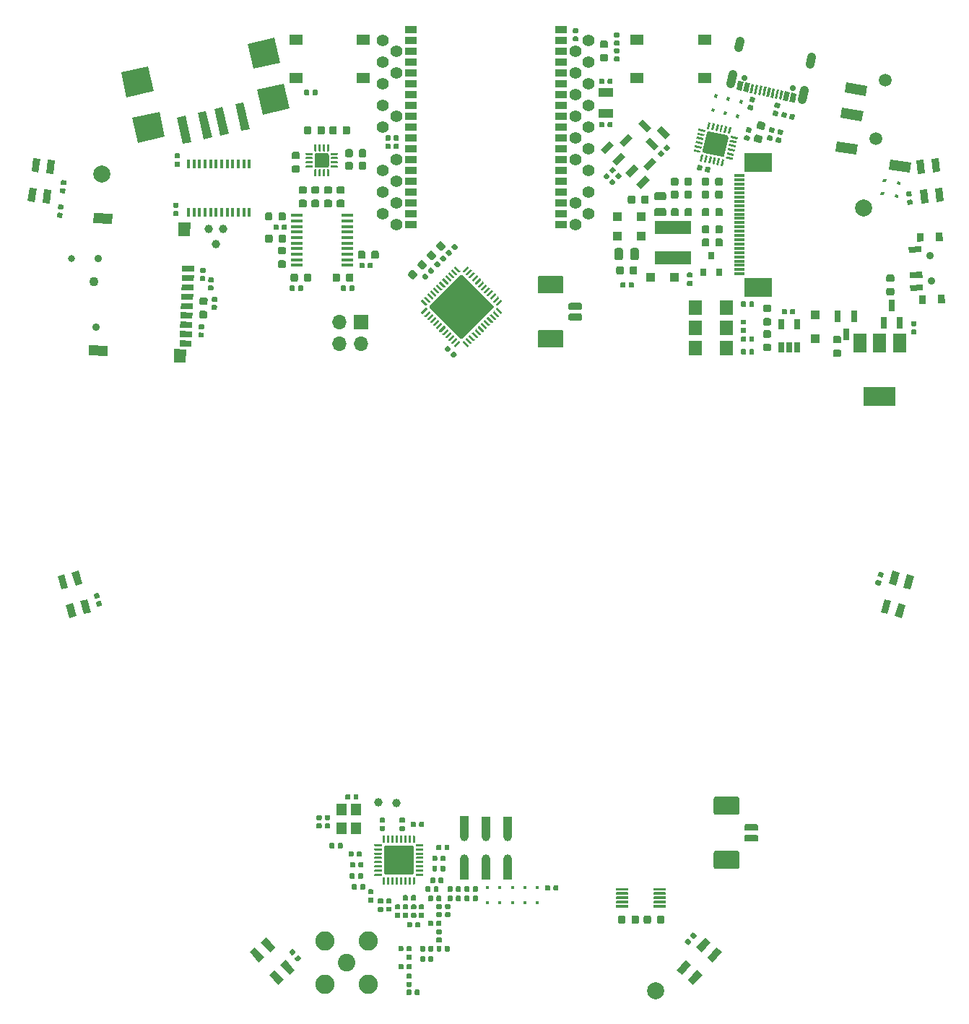
<source format=gbr>
%TF.GenerationSoftware,KiCad,Pcbnew,5.99.0-unknown-r17145-8bd2765f*%
%TF.CreationDate,2019-12-26T06:40:12+08:00*%
%TF.ProjectId,tr20-r2-frozen,74723230-2d72-4322-9d66-726f7a656e2e,rev?*%
%TF.SameCoordinates,Original*%
%TF.FileFunction,Soldermask,Bot*%
%TF.FilePolarity,Negative*%
%FSLAX46Y46*%
G04 Gerber Fmt 4.6, Leading zero omitted, Abs format (unit mm)*
G04 Created by KiCad (PCBNEW 5.99.0-unknown-r17145-8bd2765f) date 2019-12-26 06:40:12*
%MOMM*%
%LPD*%
G04 APERTURE LIST*
%ADD10R,1.000000X2.450000*%
%ADD11R,1.000000X2.500000*%
%ADD12C,1.000000*%
%ADD13C,0.600000*%
%ADD14C,1.500000*%
%ADD15C,0.400000*%
%ADD16O,1.700000X1.700000*%
%ADD17R,1.700000X1.700000*%
%ADD18R,1.450000X0.450000*%
%ADD19R,3.300000X2.200000*%
%ADD20R,1.200000X0.300000*%
%ADD21R,1.100000X1.100000*%
%ADD22R,1.550000X1.300000*%
%ADD23C,2.250000*%
%ADD24C,2.050000*%
%ADD25C,0.800000*%
%ADD26C,1.100000*%
%ADD27C,2.000000*%
%ADD28R,0.350000X0.400000*%
%ADD29C,0.900000*%
%ADD30R,1.450000X0.930000*%
%ADD31R,1.800000X1.000000*%
%ADD32R,0.740000X1.440000*%
%ADD33C,1.400000*%
%ADD34R,1.500000X1.800000*%
%ADD35R,4.200000X1.500000*%
%ADD36R,0.800000X0.900000*%
%ADD37R,0.740000X1.190000*%
%ADD38R,3.800000X2.200000*%
%ADD39R,1.500000X2.200000*%
%ADD40C,0.650000*%
%ADD41C,1.000000*%
%ADD42R,0.400000X1.100000*%
%ADD43R,1.200000X1.400000*%
G04 APERTURE END LIST*
D10*
%TO.C,J7*%
X2540000Y35500000D03*
X2540000Y40500000D03*
X0Y35500000D03*
X0Y40500000D03*
X-2540000Y35500000D03*
D11*
X-2540000Y40500000D03*
D12*
X2540000Y39270000D03*
X0Y39270000D03*
X-2540000Y39270000D03*
X2540000Y36730000D03*
X0Y36730000D03*
X-2540000Y36730000D03*
%TD*%
D13*
%TO.C,J10*%
X49551182Y118117317D03*
X49457321Y117524704D03*
X47580713Y117821929D03*
X47674574Y118414542D03*
X43209425Y119627985D03*
X43303285Y120220598D03*
X41332817Y119925210D03*
X41426677Y120517823D03*
X41426677Y120517823D03*
X43835163Y123578738D03*
X43929023Y124171351D03*
X41958555Y123875964D03*
X42052415Y124468577D03*
X44304466Y126541803D03*
X44398327Y127134416D03*
X42427858Y126839029D03*
X42521719Y127431642D03*
G36*
X47425197Y118757779D02*
G01*
X49894418Y118366693D01*
X49706697Y117181467D01*
X47237476Y117572553D01*
X47425197Y118757779D01*
G37*
G36*
X41177301Y120861060D02*
G01*
X43646522Y120469974D01*
X43458801Y119284748D01*
X40989580Y119675834D01*
X41177301Y120861060D01*
G37*
G36*
X41803039Y124811813D02*
G01*
X44272260Y124420727D01*
X44084539Y123235501D01*
X41615318Y123626587D01*
X41803039Y124811813D01*
G37*
G36*
X42272342Y127774878D02*
G01*
X44741563Y127383792D01*
X44553842Y126198566D01*
X42084621Y126589652D01*
X42272342Y127774878D01*
G37*
D14*
X46873375Y128058612D03*
X45778333Y121144793D03*
%TD*%
D15*
%TO.C,J3*%
X-24833373Y131865740D03*
X-26188805Y129920153D03*
X-25009250Y132646167D03*
X-26765212Y132250444D03*
X-25789678Y132470290D03*
X-24481619Y130304884D03*
X-25359600Y130107023D03*
X-24646504Y131036535D03*
X-23370019Y124917460D03*
X-25077204Y124532729D03*
X-24678077Y127082866D03*
X-25653612Y126863019D03*
X-23534903Y125649111D03*
X-23897649Y127258743D03*
X-23721772Y126478315D03*
X-24248000Y124719598D03*
X-42070788Y127161057D03*
X-42257657Y127990262D03*
X-40138949Y126776353D03*
X-41544561Y128919774D03*
X-42422542Y128721912D03*
X-41894911Y126380630D03*
X-40715356Y129106643D03*
X-41114483Y126556507D03*
X-40189076Y123587311D03*
X-39359872Y123774180D03*
X-40902173Y122657799D03*
X-41067057Y123389449D03*
X-40715303Y121828594D03*
X-38783464Y121443890D03*
X-39758999Y121224043D03*
X-40539426Y121048167D03*
G36*
X-28676365Y122081497D02*
G01*
X-29379873Y125203207D01*
X-28404339Y125423053D01*
X-27700831Y122301343D01*
X-28676365Y122081497D01*
G37*
G36*
X-31115201Y121531881D02*
G01*
X-31818709Y124653591D01*
X-30843175Y124873437D01*
X-30139667Y121751727D01*
X-31115201Y121531881D01*
G37*
G36*
X-33066270Y121092189D02*
G01*
X-33769778Y124213899D01*
X-32794244Y124433745D01*
X-32090736Y121312035D01*
X-33066270Y121092189D01*
G37*
G36*
X-35505106Y120542573D02*
G01*
X-36208614Y123664283D01*
X-35233080Y123884129D01*
X-34529572Y120762419D01*
X-35505106Y120542573D01*
G37*
G36*
X-42097229Y126027511D02*
G01*
X-42756768Y128954115D01*
X-39586281Y129668615D01*
X-38926742Y126742011D01*
X-42097229Y126027511D01*
G37*
G36*
X-40790521Y120684056D02*
G01*
X-41450060Y123610660D01*
X-38279573Y124325160D01*
X-37620034Y121398556D01*
X-40790521Y120684056D01*
G37*
G36*
X-27269104Y129369174D02*
G01*
X-27928643Y132295778D01*
X-24758156Y133010278D01*
X-24098617Y130083674D01*
X-27269104Y129369174D01*
G37*
G36*
X-26157503Y123981749D02*
G01*
X-26817042Y126908353D01*
X-23646555Y127622853D01*
X-22987016Y124696249D01*
X-26157503Y123981749D01*
G37*
%TD*%
%TO.C,LED6*%
G36*
X53696477Y113857838D02*
G01*
X52852812Y113754249D01*
X52657821Y115342322D01*
X53501486Y115445911D01*
X53696477Y113857838D01*
G37*
G36*
X51959521Y113644567D02*
G01*
X51115856Y113540978D01*
X50920865Y115129051D01*
X51764530Y115232640D01*
X51959521Y113644567D01*
G37*
G36*
X53269935Y117331749D02*
G01*
X52426270Y117228160D01*
X52231279Y118816233D01*
X53074944Y118919822D01*
X53269935Y117331749D01*
G37*
G36*
X51532979Y117118478D02*
G01*
X50689314Y117014889D01*
X50494323Y118602962D01*
X51337988Y118706551D01*
X51532979Y117118478D01*
G37*
%TD*%
D12*
%TO.C,TP37*%
X-32461200Y110591600D03*
%TD*%
%TO.C,TP36*%
X-31623000Y108788200D03*
%TD*%
%TO.C,TP35*%
X-30759400Y110591600D03*
%TD*%
D16*
%TO.C,J6*%
X-17170400Y97155000D03*
X-14630400Y97155000D03*
X-17170400Y99695000D03*
D17*
X-14630400Y99695000D03*
%TD*%
%TO.C,C43*%
G36*
X-25148438Y112523149D02*
G01*
X-25077470Y112475730D01*
X-25030051Y112404762D01*
X-25013400Y112321050D01*
X-25013400Y111808550D01*
X-25030051Y111724838D01*
X-25077470Y111653870D01*
X-25148438Y111606451D01*
X-25232150Y111589800D01*
X-25669650Y111589800D01*
X-25753362Y111606451D01*
X-25824330Y111653870D01*
X-25871749Y111724838D01*
X-25888400Y111808550D01*
X-25888400Y112321050D01*
X-25871749Y112404762D01*
X-25824330Y112475730D01*
X-25753362Y112523149D01*
X-25669650Y112539800D01*
X-25232150Y112539800D01*
X-25148438Y112523149D01*
G37*
G36*
X-23573438Y112523149D02*
G01*
X-23502470Y112475730D01*
X-23455051Y112404762D01*
X-23438400Y112321050D01*
X-23438400Y111808550D01*
X-23455051Y111724838D01*
X-23502470Y111653870D01*
X-23573438Y111606451D01*
X-23657150Y111589800D01*
X-24094650Y111589800D01*
X-24178362Y111606451D01*
X-24249330Y111653870D01*
X-24296749Y111724838D01*
X-24313400Y111808550D01*
X-24313400Y112321050D01*
X-24296749Y112404762D01*
X-24249330Y112475730D01*
X-24178362Y112523149D01*
X-24094650Y112539800D01*
X-23657150Y112539800D01*
X-23573438Y112523149D01*
G37*
%TD*%
D18*
%TO.C,U8*%
X-16252400Y106320400D03*
X-16252400Y106970400D03*
X-16252400Y107620400D03*
X-16252400Y108270400D03*
X-16252400Y108920400D03*
X-16252400Y109570400D03*
X-16252400Y110220400D03*
X-16252400Y110870400D03*
X-16252400Y111520400D03*
X-16252400Y112170400D03*
X-22152400Y112170400D03*
X-22152400Y111520400D03*
X-22152400Y110870400D03*
X-22152400Y110220400D03*
X-22152400Y109570400D03*
X-22152400Y108920400D03*
X-22152400Y108270400D03*
X-22152400Y107620400D03*
X-22152400Y106970400D03*
X-22152400Y106320400D03*
%TD*%
%TO.C,U7*%
G36*
X-17391382Y118013642D02*
G01*
X-17371106Y118000094D01*
X-17357558Y117979818D01*
X-17352800Y117955900D01*
X-17352800Y117830900D01*
X-17357558Y117806982D01*
X-17371106Y117786706D01*
X-17391382Y117773158D01*
X-17415300Y117768400D01*
X-18115300Y117768400D01*
X-18139218Y117773158D01*
X-18159494Y117786706D01*
X-18173042Y117806982D01*
X-18177800Y117830900D01*
X-18177800Y117955900D01*
X-18173042Y117979818D01*
X-18159494Y118000094D01*
X-18139218Y118013642D01*
X-18115300Y118018400D01*
X-17415300Y118018400D01*
X-17391382Y118013642D01*
G37*
G36*
X-17391382Y118513642D02*
G01*
X-17371106Y118500094D01*
X-17357558Y118479818D01*
X-17352800Y118455900D01*
X-17352800Y118330900D01*
X-17357558Y118306982D01*
X-17371106Y118286706D01*
X-17391382Y118273158D01*
X-17415300Y118268400D01*
X-18115300Y118268400D01*
X-18139218Y118273158D01*
X-18159494Y118286706D01*
X-18173042Y118306982D01*
X-18177800Y118330900D01*
X-18177800Y118455900D01*
X-18173042Y118479818D01*
X-18159494Y118500094D01*
X-18139218Y118513642D01*
X-18115300Y118518400D01*
X-17415300Y118518400D01*
X-17391382Y118513642D01*
G37*
G36*
X-17391382Y119013642D02*
G01*
X-17371106Y119000094D01*
X-17357558Y118979818D01*
X-17352800Y118955900D01*
X-17352800Y118830900D01*
X-17357558Y118806982D01*
X-17371106Y118786706D01*
X-17391382Y118773158D01*
X-17415300Y118768400D01*
X-18115300Y118768400D01*
X-18139218Y118773158D01*
X-18159494Y118786706D01*
X-18173042Y118806982D01*
X-18177800Y118830900D01*
X-18177800Y118955900D01*
X-18173042Y118979818D01*
X-18159494Y119000094D01*
X-18139218Y119013642D01*
X-18115300Y119018400D01*
X-17415300Y119018400D01*
X-17391382Y119013642D01*
G37*
G36*
X-17391382Y119513642D02*
G01*
X-17371106Y119500094D01*
X-17357558Y119479818D01*
X-17352800Y119455900D01*
X-17352800Y119330900D01*
X-17357558Y119306982D01*
X-17371106Y119286706D01*
X-17391382Y119273158D01*
X-17415300Y119268400D01*
X-18115300Y119268400D01*
X-18139218Y119273158D01*
X-18159494Y119286706D01*
X-18173042Y119306982D01*
X-18177800Y119330900D01*
X-18177800Y119455900D01*
X-18173042Y119479818D01*
X-18159494Y119500094D01*
X-18139218Y119513642D01*
X-18115300Y119518400D01*
X-17415300Y119518400D01*
X-17391382Y119513642D01*
G37*
G36*
X-18391382Y120513642D02*
G01*
X-18371106Y120500094D01*
X-18357558Y120479818D01*
X-18352800Y120455900D01*
X-18352800Y119755900D01*
X-18357558Y119731982D01*
X-18371106Y119711706D01*
X-18391382Y119698158D01*
X-18415300Y119693400D01*
X-18540300Y119693400D01*
X-18564218Y119698158D01*
X-18584494Y119711706D01*
X-18598042Y119731982D01*
X-18602800Y119755900D01*
X-18602800Y120455900D01*
X-18598042Y120479818D01*
X-18584494Y120500094D01*
X-18564218Y120513642D01*
X-18540300Y120518400D01*
X-18415300Y120518400D01*
X-18391382Y120513642D01*
G37*
G36*
X-18891382Y120513642D02*
G01*
X-18871106Y120500094D01*
X-18857558Y120479818D01*
X-18852800Y120455900D01*
X-18852800Y119755900D01*
X-18857558Y119731982D01*
X-18871106Y119711706D01*
X-18891382Y119698158D01*
X-18915300Y119693400D01*
X-19040300Y119693400D01*
X-19064218Y119698158D01*
X-19084494Y119711706D01*
X-19098042Y119731982D01*
X-19102800Y119755900D01*
X-19102800Y120455900D01*
X-19098042Y120479818D01*
X-19084494Y120500094D01*
X-19064218Y120513642D01*
X-19040300Y120518400D01*
X-18915300Y120518400D01*
X-18891382Y120513642D01*
G37*
G36*
X-19391382Y120513642D02*
G01*
X-19371106Y120500094D01*
X-19357558Y120479818D01*
X-19352800Y120455900D01*
X-19352800Y119755900D01*
X-19357558Y119731982D01*
X-19371106Y119711706D01*
X-19391382Y119698158D01*
X-19415300Y119693400D01*
X-19540300Y119693400D01*
X-19564218Y119698158D01*
X-19584494Y119711706D01*
X-19598042Y119731982D01*
X-19602800Y119755900D01*
X-19602800Y120455900D01*
X-19598042Y120479818D01*
X-19584494Y120500094D01*
X-19564218Y120513642D01*
X-19540300Y120518400D01*
X-19415300Y120518400D01*
X-19391382Y120513642D01*
G37*
G36*
X-19891382Y120513642D02*
G01*
X-19871106Y120500094D01*
X-19857558Y120479818D01*
X-19852800Y120455900D01*
X-19852800Y119755900D01*
X-19857558Y119731982D01*
X-19871106Y119711706D01*
X-19891382Y119698158D01*
X-19915300Y119693400D01*
X-20040300Y119693400D01*
X-20064218Y119698158D01*
X-20084494Y119711706D01*
X-20098042Y119731982D01*
X-20102800Y119755900D01*
X-20102800Y120455900D01*
X-20098042Y120479818D01*
X-20084494Y120500094D01*
X-20064218Y120513642D01*
X-20040300Y120518400D01*
X-19915300Y120518400D01*
X-19891382Y120513642D01*
G37*
G36*
X-20316382Y119513642D02*
G01*
X-20296106Y119500094D01*
X-20282558Y119479818D01*
X-20277800Y119455900D01*
X-20277800Y119330900D01*
X-20282558Y119306982D01*
X-20296106Y119286706D01*
X-20316382Y119273158D01*
X-20340300Y119268400D01*
X-21040300Y119268400D01*
X-21064218Y119273158D01*
X-21084494Y119286706D01*
X-21098042Y119306982D01*
X-21102800Y119330900D01*
X-21102800Y119455900D01*
X-21098042Y119479818D01*
X-21084494Y119500094D01*
X-21064218Y119513642D01*
X-21040300Y119518400D01*
X-20340300Y119518400D01*
X-20316382Y119513642D01*
G37*
G36*
X-20316382Y119013642D02*
G01*
X-20296106Y119000094D01*
X-20282558Y118979818D01*
X-20277800Y118955900D01*
X-20277800Y118830900D01*
X-20282558Y118806982D01*
X-20296106Y118786706D01*
X-20316382Y118773158D01*
X-20340300Y118768400D01*
X-21040300Y118768400D01*
X-21064218Y118773158D01*
X-21084494Y118786706D01*
X-21098042Y118806982D01*
X-21102800Y118830900D01*
X-21102800Y118955900D01*
X-21098042Y118979818D01*
X-21084494Y119000094D01*
X-21064218Y119013642D01*
X-21040300Y119018400D01*
X-20340300Y119018400D01*
X-20316382Y119013642D01*
G37*
G36*
X-20316382Y118513642D02*
G01*
X-20296106Y118500094D01*
X-20282558Y118479818D01*
X-20277800Y118455900D01*
X-20277800Y118330900D01*
X-20282558Y118306982D01*
X-20296106Y118286706D01*
X-20316382Y118273158D01*
X-20340300Y118268400D01*
X-21040300Y118268400D01*
X-21064218Y118273158D01*
X-21084494Y118286706D01*
X-21098042Y118306982D01*
X-21102800Y118330900D01*
X-21102800Y118455900D01*
X-21098042Y118479818D01*
X-21084494Y118500094D01*
X-21064218Y118513642D01*
X-21040300Y118518400D01*
X-20340300Y118518400D01*
X-20316382Y118513642D01*
G37*
G36*
X-20316382Y118013642D02*
G01*
X-20296106Y118000094D01*
X-20282558Y117979818D01*
X-20277800Y117955900D01*
X-20277800Y117830900D01*
X-20282558Y117806982D01*
X-20296106Y117786706D01*
X-20316382Y117773158D01*
X-20340300Y117768400D01*
X-21040300Y117768400D01*
X-21064218Y117773158D01*
X-21084494Y117786706D01*
X-21098042Y117806982D01*
X-21102800Y117830900D01*
X-21102800Y117955900D01*
X-21098042Y117979818D01*
X-21084494Y118000094D01*
X-21064218Y118013642D01*
X-21040300Y118018400D01*
X-20340300Y118018400D01*
X-20316382Y118013642D01*
G37*
G36*
X-19891382Y117588642D02*
G01*
X-19871106Y117575094D01*
X-19857558Y117554818D01*
X-19852800Y117530900D01*
X-19852800Y116830900D01*
X-19857558Y116806982D01*
X-19871106Y116786706D01*
X-19891382Y116773158D01*
X-19915300Y116768400D01*
X-20040300Y116768400D01*
X-20064218Y116773158D01*
X-20084494Y116786706D01*
X-20098042Y116806982D01*
X-20102800Y116830900D01*
X-20102800Y117530900D01*
X-20098042Y117554818D01*
X-20084494Y117575094D01*
X-20064218Y117588642D01*
X-20040300Y117593400D01*
X-19915300Y117593400D01*
X-19891382Y117588642D01*
G37*
G36*
X-19391382Y117588642D02*
G01*
X-19371106Y117575094D01*
X-19357558Y117554818D01*
X-19352800Y117530900D01*
X-19352800Y116830900D01*
X-19357558Y116806982D01*
X-19371106Y116786706D01*
X-19391382Y116773158D01*
X-19415300Y116768400D01*
X-19540300Y116768400D01*
X-19564218Y116773158D01*
X-19584494Y116786706D01*
X-19598042Y116806982D01*
X-19602800Y116830900D01*
X-19602800Y117530900D01*
X-19598042Y117554818D01*
X-19584494Y117575094D01*
X-19564218Y117588642D01*
X-19540300Y117593400D01*
X-19415300Y117593400D01*
X-19391382Y117588642D01*
G37*
G36*
X-18891382Y117588642D02*
G01*
X-18871106Y117575094D01*
X-18857558Y117554818D01*
X-18852800Y117530900D01*
X-18852800Y116830900D01*
X-18857558Y116806982D01*
X-18871106Y116786706D01*
X-18891382Y116773158D01*
X-18915300Y116768400D01*
X-19040300Y116768400D01*
X-19064218Y116773158D01*
X-19084494Y116786706D01*
X-19098042Y116806982D01*
X-19102800Y116830900D01*
X-19102800Y117530900D01*
X-19098042Y117554818D01*
X-19084494Y117575094D01*
X-19064218Y117588642D01*
X-19040300Y117593400D01*
X-18915300Y117593400D01*
X-18891382Y117588642D01*
G37*
G36*
X-18391382Y117588642D02*
G01*
X-18371106Y117575094D01*
X-18357558Y117554818D01*
X-18352800Y117530900D01*
X-18352800Y116830900D01*
X-18357558Y116806982D01*
X-18371106Y116786706D01*
X-18391382Y116773158D01*
X-18415300Y116768400D01*
X-18540300Y116768400D01*
X-18564218Y116773158D01*
X-18584494Y116786706D01*
X-18598042Y116806982D01*
X-18602800Y116830900D01*
X-18602800Y117530900D01*
X-18598042Y117554818D01*
X-18584494Y117575094D01*
X-18564218Y117588642D01*
X-18540300Y117593400D01*
X-18415300Y117593400D01*
X-18391382Y117588642D01*
G37*
G36*
X-18532129Y119474370D02*
G01*
X-18451023Y119420177D01*
X-18396830Y119339071D01*
X-18377800Y119243400D01*
X-18377800Y118043400D01*
X-18396830Y117947729D01*
X-18451023Y117866623D01*
X-18532129Y117812430D01*
X-18627800Y117793400D01*
X-19827800Y117793400D01*
X-19923471Y117812430D01*
X-20004577Y117866623D01*
X-20058770Y117947729D01*
X-20077800Y118043400D01*
X-20077800Y119243400D01*
X-20058770Y119339071D01*
X-20004577Y119420177D01*
X-19923471Y119474370D01*
X-19827800Y119493400D01*
X-18627800Y119493400D01*
X-18532129Y119474370D01*
G37*
%TD*%
%TO.C,R20*%
G36*
X33877266Y124464239D02*
G01*
X34214088Y124389568D01*
X34266765Y124366389D01*
X34306563Y124324816D01*
X34327422Y124271177D01*
X34326167Y124213639D01*
X34262317Y123925632D01*
X34239138Y123872954D01*
X34197565Y123833157D01*
X34143926Y123812298D01*
X34086388Y123813553D01*
X33749566Y123888224D01*
X33696889Y123911403D01*
X33657091Y123952976D01*
X33636232Y124006615D01*
X33637487Y124064153D01*
X33701337Y124352160D01*
X33724516Y124404838D01*
X33766089Y124444635D01*
X33819728Y124465494D01*
X33877266Y124464239D01*
G37*
G36*
X34087212Y125411247D02*
G01*
X34424034Y125336576D01*
X34476711Y125313397D01*
X34516509Y125271824D01*
X34537368Y125218185D01*
X34536113Y125160647D01*
X34472263Y124872640D01*
X34449084Y124819962D01*
X34407511Y124780165D01*
X34353872Y124759306D01*
X34296334Y124760561D01*
X33959512Y124835232D01*
X33906835Y124858411D01*
X33867037Y124899984D01*
X33846178Y124953623D01*
X33847433Y125011161D01*
X33911283Y125299168D01*
X33934462Y125351846D01*
X33976035Y125391643D01*
X34029674Y125412502D01*
X34087212Y125411247D01*
G37*
%TD*%
%TO.C,R18*%
G36*
X30940466Y125151839D02*
G01*
X31277288Y125077168D01*
X31329965Y125053989D01*
X31369763Y125012416D01*
X31390622Y124958777D01*
X31389367Y124901239D01*
X31325517Y124613232D01*
X31302338Y124560554D01*
X31260765Y124520757D01*
X31207126Y124499898D01*
X31149588Y124501153D01*
X30812766Y124575824D01*
X30760089Y124599003D01*
X30720291Y124640576D01*
X30699432Y124694215D01*
X30700687Y124751753D01*
X30764537Y125039760D01*
X30787716Y125092438D01*
X30829289Y125132235D01*
X30882928Y125153094D01*
X30940466Y125151839D01*
G37*
G36*
X31150412Y126098847D02*
G01*
X31487234Y126024176D01*
X31539911Y126000997D01*
X31579709Y125959424D01*
X31600568Y125905785D01*
X31599313Y125848247D01*
X31535463Y125560240D01*
X31512284Y125507562D01*
X31470711Y125467765D01*
X31417072Y125446906D01*
X31359534Y125448161D01*
X31022712Y125522832D01*
X30970035Y125546011D01*
X30930237Y125587584D01*
X30909378Y125641223D01*
X30910633Y125698761D01*
X30974483Y125986768D01*
X30997662Y126039446D01*
X31039235Y126079243D01*
X31092874Y126100102D01*
X31150412Y126098847D01*
G37*
%TD*%
%TO.C,C87*%
G36*
X-21935838Y119623149D02*
G01*
X-21864870Y119575730D01*
X-21817451Y119504762D01*
X-21800800Y119421050D01*
X-21800800Y118983550D01*
X-21817451Y118899838D01*
X-21864870Y118828870D01*
X-21935838Y118781451D01*
X-22019550Y118764800D01*
X-22532050Y118764800D01*
X-22615762Y118781451D01*
X-22686730Y118828870D01*
X-22734149Y118899838D01*
X-22750800Y118983550D01*
X-22750800Y119421050D01*
X-22734149Y119504762D01*
X-22686730Y119575730D01*
X-22615762Y119623149D01*
X-22532050Y119639800D01*
X-22019550Y119639800D01*
X-21935838Y119623149D01*
G37*
G36*
X-21935838Y118048149D02*
G01*
X-21864870Y118000730D01*
X-21817451Y117929762D01*
X-21800800Y117846050D01*
X-21800800Y117408550D01*
X-21817451Y117324838D01*
X-21864870Y117253870D01*
X-21935838Y117206451D01*
X-22019550Y117189800D01*
X-22532050Y117189800D01*
X-22615762Y117206451D01*
X-22686730Y117253870D01*
X-22734149Y117324838D01*
X-22750800Y117408550D01*
X-22750800Y117846050D01*
X-22734149Y117929762D01*
X-22686730Y118000730D01*
X-22615762Y118048149D01*
X-22532050Y118064800D01*
X-22019550Y118064800D01*
X-21935838Y118048149D01*
G37*
%TD*%
%TO.C,C86*%
G36*
X-17604638Y122632349D02*
G01*
X-17533670Y122584930D01*
X-17486251Y122513962D01*
X-17469600Y122430250D01*
X-17469600Y121917750D01*
X-17486251Y121834038D01*
X-17533670Y121763070D01*
X-17604638Y121715651D01*
X-17688350Y121699000D01*
X-18125850Y121699000D01*
X-18209562Y121715651D01*
X-18280530Y121763070D01*
X-18327949Y121834038D01*
X-18344600Y121917750D01*
X-18344600Y122430250D01*
X-18327949Y122513962D01*
X-18280530Y122584930D01*
X-18209562Y122632349D01*
X-18125850Y122649000D01*
X-17688350Y122649000D01*
X-17604638Y122632349D01*
G37*
G36*
X-16029638Y122632349D02*
G01*
X-15958670Y122584930D01*
X-15911251Y122513962D01*
X-15894600Y122430250D01*
X-15894600Y121917750D01*
X-15911251Y121834038D01*
X-15958670Y121763070D01*
X-16029638Y121715651D01*
X-16113350Y121699000D01*
X-16550850Y121699000D01*
X-16634562Y121715651D01*
X-16705530Y121763070D01*
X-16752949Y121834038D01*
X-16769600Y121917750D01*
X-16769600Y122430250D01*
X-16752949Y122513962D01*
X-16705530Y122584930D01*
X-16634562Y122632349D01*
X-16550850Y122649000D01*
X-16113350Y122649000D01*
X-16029638Y122632349D01*
G37*
%TD*%
%TO.C,C85*%
G36*
X-20576438Y122632349D02*
G01*
X-20505470Y122584930D01*
X-20458051Y122513962D01*
X-20441400Y122430250D01*
X-20441400Y121917750D01*
X-20458051Y121834038D01*
X-20505470Y121763070D01*
X-20576438Y121715651D01*
X-20660150Y121699000D01*
X-21097650Y121699000D01*
X-21181362Y121715651D01*
X-21252330Y121763070D01*
X-21299749Y121834038D01*
X-21316400Y121917750D01*
X-21316400Y122430250D01*
X-21299749Y122513962D01*
X-21252330Y122584930D01*
X-21181362Y122632349D01*
X-21097650Y122649000D01*
X-20660150Y122649000D01*
X-20576438Y122632349D01*
G37*
G36*
X-19001438Y122632349D02*
G01*
X-18930470Y122584930D01*
X-18883051Y122513962D01*
X-18866400Y122430250D01*
X-18866400Y121917750D01*
X-18883051Y121834038D01*
X-18930470Y121763070D01*
X-19001438Y121715651D01*
X-19085150Y121699000D01*
X-19522650Y121699000D01*
X-19606362Y121715651D01*
X-19677330Y121763070D01*
X-19724749Y121834038D01*
X-19741400Y121917750D01*
X-19741400Y122430250D01*
X-19724749Y122513962D01*
X-19677330Y122584930D01*
X-19606362Y122632349D01*
X-19522650Y122649000D01*
X-19085150Y122649000D01*
X-19001438Y122632349D01*
G37*
%TD*%
%TO.C,C84*%
G36*
X-14150038Y118466749D02*
G01*
X-14079070Y118419330D01*
X-14031651Y118348362D01*
X-14015000Y118264650D01*
X-14015000Y117752150D01*
X-14031651Y117668438D01*
X-14079070Y117597470D01*
X-14150038Y117550051D01*
X-14233750Y117533400D01*
X-14671250Y117533400D01*
X-14754962Y117550051D01*
X-14825930Y117597470D01*
X-14873349Y117668438D01*
X-14890000Y117752150D01*
X-14890000Y118264650D01*
X-14873349Y118348362D01*
X-14825930Y118419330D01*
X-14754962Y118466749D01*
X-14671250Y118483400D01*
X-14233750Y118483400D01*
X-14150038Y118466749D01*
G37*
G36*
X-15725038Y118466749D02*
G01*
X-15654070Y118419330D01*
X-15606651Y118348362D01*
X-15590000Y118264650D01*
X-15590000Y117752150D01*
X-15606651Y117668438D01*
X-15654070Y117597470D01*
X-15725038Y117550051D01*
X-15808750Y117533400D01*
X-16246250Y117533400D01*
X-16329962Y117550051D01*
X-16400930Y117597470D01*
X-16448349Y117668438D01*
X-16465000Y117752150D01*
X-16465000Y118264650D01*
X-16448349Y118348362D01*
X-16400930Y118419330D01*
X-16329962Y118466749D01*
X-16246250Y118483400D01*
X-15808750Y118483400D01*
X-15725038Y118466749D01*
G37*
%TD*%
%TO.C,C83*%
G36*
X-14150038Y119939949D02*
G01*
X-14079070Y119892530D01*
X-14031651Y119821562D01*
X-14015000Y119737850D01*
X-14015000Y119225350D01*
X-14031651Y119141638D01*
X-14079070Y119070670D01*
X-14150038Y119023251D01*
X-14233750Y119006600D01*
X-14671250Y119006600D01*
X-14754962Y119023251D01*
X-14825930Y119070670D01*
X-14873349Y119141638D01*
X-14890000Y119225350D01*
X-14890000Y119737850D01*
X-14873349Y119821562D01*
X-14825930Y119892530D01*
X-14754962Y119939949D01*
X-14671250Y119956600D01*
X-14233750Y119956600D01*
X-14150038Y119939949D01*
G37*
G36*
X-15725038Y119939949D02*
G01*
X-15654070Y119892530D01*
X-15606651Y119821562D01*
X-15590000Y119737850D01*
X-15590000Y119225350D01*
X-15606651Y119141638D01*
X-15654070Y119070670D01*
X-15725038Y119023251D01*
X-15808750Y119006600D01*
X-16246250Y119006600D01*
X-16329962Y119023251D01*
X-16400930Y119070670D01*
X-16448349Y119141638D01*
X-16465000Y119225350D01*
X-16465000Y119737850D01*
X-16448349Y119821562D01*
X-16400930Y119892530D01*
X-16329962Y119939949D01*
X-16246250Y119956600D01*
X-15808750Y119956600D01*
X-15725038Y119939949D01*
G37*
%TD*%
%TO.C,C82*%
G36*
X-21123038Y114009549D02*
G01*
X-21052070Y113962130D01*
X-21004651Y113891162D01*
X-20988000Y113807450D01*
X-20988000Y113369950D01*
X-21004651Y113286238D01*
X-21052070Y113215270D01*
X-21123038Y113167851D01*
X-21206750Y113151200D01*
X-21719250Y113151200D01*
X-21802962Y113167851D01*
X-21873930Y113215270D01*
X-21921349Y113286238D01*
X-21938000Y113369950D01*
X-21938000Y113807450D01*
X-21921349Y113891162D01*
X-21873930Y113962130D01*
X-21802962Y114009549D01*
X-21719250Y114026200D01*
X-21206750Y114026200D01*
X-21123038Y114009549D01*
G37*
G36*
X-21123038Y115584549D02*
G01*
X-21052070Y115537130D01*
X-21004651Y115466162D01*
X-20988000Y115382450D01*
X-20988000Y114944950D01*
X-21004651Y114861238D01*
X-21052070Y114790270D01*
X-21123038Y114742851D01*
X-21206750Y114726200D01*
X-21719250Y114726200D01*
X-21802962Y114742851D01*
X-21873930Y114790270D01*
X-21921349Y114861238D01*
X-21938000Y114944950D01*
X-21938000Y115382450D01*
X-21921349Y115466162D01*
X-21873930Y115537130D01*
X-21802962Y115584549D01*
X-21719250Y115601200D01*
X-21206750Y115601200D01*
X-21123038Y115584549D01*
G37*
%TD*%
%TO.C,C81*%
G36*
X-19649838Y114009549D02*
G01*
X-19578870Y113962130D01*
X-19531451Y113891162D01*
X-19514800Y113807450D01*
X-19514800Y113369950D01*
X-19531451Y113286238D01*
X-19578870Y113215270D01*
X-19649838Y113167851D01*
X-19733550Y113151200D01*
X-20246050Y113151200D01*
X-20329762Y113167851D01*
X-20400730Y113215270D01*
X-20448149Y113286238D01*
X-20464800Y113369950D01*
X-20464800Y113807450D01*
X-20448149Y113891162D01*
X-20400730Y113962130D01*
X-20329762Y114009549D01*
X-20246050Y114026200D01*
X-19733550Y114026200D01*
X-19649838Y114009549D01*
G37*
G36*
X-19649838Y115584549D02*
G01*
X-19578870Y115537130D01*
X-19531451Y115466162D01*
X-19514800Y115382450D01*
X-19514800Y114944950D01*
X-19531451Y114861238D01*
X-19578870Y114790270D01*
X-19649838Y114742851D01*
X-19733550Y114726200D01*
X-20246050Y114726200D01*
X-20329762Y114742851D01*
X-20400730Y114790270D01*
X-20448149Y114861238D01*
X-20464800Y114944950D01*
X-20464800Y115382450D01*
X-20448149Y115466162D01*
X-20400730Y115537130D01*
X-20329762Y115584549D01*
X-20246050Y115601200D01*
X-19733550Y115601200D01*
X-19649838Y115584549D01*
G37*
%TD*%
%TO.C,C80*%
G36*
X-16678038Y114009549D02*
G01*
X-16607070Y113962130D01*
X-16559651Y113891162D01*
X-16543000Y113807450D01*
X-16543000Y113369950D01*
X-16559651Y113286238D01*
X-16607070Y113215270D01*
X-16678038Y113167851D01*
X-16761750Y113151200D01*
X-17274250Y113151200D01*
X-17357962Y113167851D01*
X-17428930Y113215270D01*
X-17476349Y113286238D01*
X-17493000Y113369950D01*
X-17493000Y113807450D01*
X-17476349Y113891162D01*
X-17428930Y113962130D01*
X-17357962Y114009549D01*
X-17274250Y114026200D01*
X-16761750Y114026200D01*
X-16678038Y114009549D01*
G37*
G36*
X-16678038Y115584549D02*
G01*
X-16607070Y115537130D01*
X-16559651Y115466162D01*
X-16543000Y115382450D01*
X-16543000Y114944950D01*
X-16559651Y114861238D01*
X-16607070Y114790270D01*
X-16678038Y114742851D01*
X-16761750Y114726200D01*
X-17274250Y114726200D01*
X-17357962Y114742851D01*
X-17428930Y114790270D01*
X-17476349Y114861238D01*
X-17493000Y114944950D01*
X-17493000Y115382450D01*
X-17476349Y115466162D01*
X-17428930Y115537130D01*
X-17357962Y115584549D01*
X-17274250Y115601200D01*
X-16761750Y115601200D01*
X-16678038Y115584549D01*
G37*
%TD*%
%TO.C,C79*%
G36*
X-18151238Y114009549D02*
G01*
X-18080270Y113962130D01*
X-18032851Y113891162D01*
X-18016200Y113807450D01*
X-18016200Y113369950D01*
X-18032851Y113286238D01*
X-18080270Y113215270D01*
X-18151238Y113167851D01*
X-18234950Y113151200D01*
X-18747450Y113151200D01*
X-18831162Y113167851D01*
X-18902130Y113215270D01*
X-18949549Y113286238D01*
X-18966200Y113369950D01*
X-18966200Y113807450D01*
X-18949549Y113891162D01*
X-18902130Y113962130D01*
X-18831162Y114009549D01*
X-18747450Y114026200D01*
X-18234950Y114026200D01*
X-18151238Y114009549D01*
G37*
G36*
X-18151238Y115584549D02*
G01*
X-18080270Y115537130D01*
X-18032851Y115466162D01*
X-18016200Y115382450D01*
X-18016200Y114944950D01*
X-18032851Y114861238D01*
X-18080270Y114790270D01*
X-18151238Y114742851D01*
X-18234950Y114726200D01*
X-18747450Y114726200D01*
X-18831162Y114742851D01*
X-18902130Y114790270D01*
X-18949549Y114861238D01*
X-18966200Y114944950D01*
X-18966200Y115382450D01*
X-18949549Y115466162D01*
X-18902130Y115537130D01*
X-18831162Y115584549D01*
X-18747450Y115601200D01*
X-18234950Y115601200D01*
X-18151238Y115584549D01*
G37*
%TD*%
%TO.C,C78*%
G36*
X-17223638Y105360349D02*
G01*
X-17152670Y105312930D01*
X-17105251Y105241962D01*
X-17088600Y105158250D01*
X-17088600Y104645750D01*
X-17105251Y104562038D01*
X-17152670Y104491070D01*
X-17223638Y104443651D01*
X-17307350Y104427000D01*
X-17744850Y104427000D01*
X-17828562Y104443651D01*
X-17899530Y104491070D01*
X-17946949Y104562038D01*
X-17963600Y104645750D01*
X-17963600Y105158250D01*
X-17946949Y105241962D01*
X-17899530Y105312930D01*
X-17828562Y105360349D01*
X-17744850Y105377000D01*
X-17307350Y105377000D01*
X-17223638Y105360349D01*
G37*
G36*
X-15648638Y105360349D02*
G01*
X-15577670Y105312930D01*
X-15530251Y105241962D01*
X-15513600Y105158250D01*
X-15513600Y104645750D01*
X-15530251Y104562038D01*
X-15577670Y104491070D01*
X-15648638Y104443651D01*
X-15732350Y104427000D01*
X-16169850Y104427000D01*
X-16253562Y104443651D01*
X-16324530Y104491070D01*
X-16371949Y104562038D01*
X-16388600Y104645750D01*
X-16388600Y105158250D01*
X-16371949Y105241962D01*
X-16324530Y105312930D01*
X-16253562Y105360349D01*
X-16169850Y105377000D01*
X-15732350Y105377000D01*
X-15648638Y105360349D01*
G37*
%TD*%
%TO.C,C77*%
G36*
X-16460854Y103966172D02*
G01*
X-16413002Y103934198D01*
X-16381028Y103886346D01*
X-16369800Y103829900D01*
X-16369800Y103484900D01*
X-16381028Y103428454D01*
X-16413002Y103380602D01*
X-16460854Y103348628D01*
X-16517300Y103337400D01*
X-16812300Y103337400D01*
X-16868746Y103348628D01*
X-16916598Y103380602D01*
X-16948572Y103428454D01*
X-16959800Y103484900D01*
X-16959800Y103829900D01*
X-16948572Y103886346D01*
X-16916598Y103934198D01*
X-16868746Y103966172D01*
X-16812300Y103977400D01*
X-16517300Y103977400D01*
X-16460854Y103966172D01*
G37*
G36*
X-15490854Y103966172D02*
G01*
X-15443002Y103934198D01*
X-15411028Y103886346D01*
X-15399800Y103829900D01*
X-15399800Y103484900D01*
X-15411028Y103428454D01*
X-15443002Y103380602D01*
X-15490854Y103348628D01*
X-15547300Y103337400D01*
X-15842300Y103337400D01*
X-15898746Y103348628D01*
X-15946598Y103380602D01*
X-15978572Y103428454D01*
X-15989800Y103484900D01*
X-15989800Y103829900D01*
X-15978572Y103886346D01*
X-15946598Y103934198D01*
X-15898746Y103966172D01*
X-15842300Y103977400D01*
X-15547300Y103977400D01*
X-15490854Y103966172D01*
G37*
%TD*%
%TO.C,C76*%
G36*
X-20576238Y105360349D02*
G01*
X-20505270Y105312930D01*
X-20457851Y105241962D01*
X-20441200Y105158250D01*
X-20441200Y104645750D01*
X-20457851Y104562038D01*
X-20505270Y104491070D01*
X-20576238Y104443651D01*
X-20659950Y104427000D01*
X-21097450Y104427000D01*
X-21181162Y104443651D01*
X-21252130Y104491070D01*
X-21299549Y104562038D01*
X-21316200Y104645750D01*
X-21316200Y105158250D01*
X-21299549Y105241962D01*
X-21252130Y105312930D01*
X-21181162Y105360349D01*
X-21097450Y105377000D01*
X-20659950Y105377000D01*
X-20576238Y105360349D01*
G37*
G36*
X-22151238Y105360349D02*
G01*
X-22080270Y105312930D01*
X-22032851Y105241962D01*
X-22016200Y105158250D01*
X-22016200Y104645750D01*
X-22032851Y104562038D01*
X-22080270Y104491070D01*
X-22151238Y104443651D01*
X-22234950Y104427000D01*
X-22672450Y104427000D01*
X-22756162Y104443651D01*
X-22827130Y104491070D01*
X-22874549Y104562038D01*
X-22891200Y104645750D01*
X-22891200Y105158250D01*
X-22874549Y105241962D01*
X-22827130Y105312930D01*
X-22756162Y105360349D01*
X-22672450Y105377000D01*
X-22234950Y105377000D01*
X-22151238Y105360349D01*
G37*
%TD*%
%TO.C,U3*%
G36*
X25024744Y122365977D02*
G01*
X25708151Y122214470D01*
X25730472Y122204648D01*
X25747336Y122187032D01*
X25756174Y122164304D01*
X25755642Y122139924D01*
X25728587Y122017887D01*
X25718766Y121995565D01*
X25701150Y121978702D01*
X25678422Y121969864D01*
X25654042Y121970395D01*
X24970635Y122121902D01*
X24948314Y122131724D01*
X24931450Y122149340D01*
X24922612Y122172068D01*
X24923144Y122196448D01*
X24950199Y122318485D01*
X24960020Y122340807D01*
X24977636Y122357670D01*
X25000364Y122366508D01*
X25024744Y122365977D01*
G37*
G36*
X24916524Y121877829D02*
G01*
X25599931Y121726322D01*
X25622252Y121716500D01*
X25639116Y121698884D01*
X25647954Y121676156D01*
X25647422Y121651776D01*
X25620367Y121529739D01*
X25610546Y121507417D01*
X25592930Y121490554D01*
X25570202Y121481716D01*
X25545822Y121482247D01*
X24862415Y121633754D01*
X24840094Y121643576D01*
X24823230Y121661192D01*
X24814392Y121683920D01*
X24814924Y121708300D01*
X24841979Y121830337D01*
X24851800Y121852659D01*
X24869416Y121869522D01*
X24892144Y121878360D01*
X24916524Y121877829D01*
G37*
G36*
X24808304Y121389681D02*
G01*
X25491711Y121238174D01*
X25514032Y121228352D01*
X25530896Y121210736D01*
X25539734Y121188008D01*
X25539202Y121163628D01*
X25512147Y121041591D01*
X25502326Y121019269D01*
X25484710Y121002406D01*
X25461982Y120993568D01*
X25437602Y120994099D01*
X24754195Y121145606D01*
X24731874Y121155428D01*
X24715010Y121173044D01*
X24706172Y121195772D01*
X24706704Y121220152D01*
X24733759Y121342189D01*
X24743580Y121364511D01*
X24761196Y121381374D01*
X24783924Y121390212D01*
X24808304Y121389681D01*
G37*
G36*
X24700085Y120901533D02*
G01*
X25383492Y120750026D01*
X25405813Y120740204D01*
X25422677Y120722588D01*
X25431515Y120699860D01*
X25430983Y120675480D01*
X25403928Y120553443D01*
X25394107Y120531121D01*
X25376491Y120514258D01*
X25353763Y120505420D01*
X25329383Y120505951D01*
X24645976Y120657458D01*
X24623655Y120667280D01*
X24606791Y120684896D01*
X24597953Y120707624D01*
X24598485Y120732004D01*
X24625540Y120854041D01*
X24635361Y120876363D01*
X24652977Y120893226D01*
X24675705Y120902064D01*
X24700085Y120901533D01*
G37*
G36*
X24591865Y120413385D02*
G01*
X25275272Y120261878D01*
X25297593Y120252056D01*
X25314457Y120234440D01*
X25323295Y120211712D01*
X25322763Y120187332D01*
X25295708Y120065295D01*
X25285887Y120042973D01*
X25268271Y120026110D01*
X25245543Y120017272D01*
X25221163Y120017803D01*
X24537756Y120169310D01*
X24515435Y120179132D01*
X24498571Y120196748D01*
X24489733Y120219476D01*
X24490265Y120243856D01*
X24517320Y120365893D01*
X24527141Y120388215D01*
X24544757Y120405078D01*
X24567485Y120413916D01*
X24591865Y120413385D01*
G37*
G36*
X24483645Y119925237D02*
G01*
X25167052Y119773730D01*
X25189373Y119763908D01*
X25206237Y119746292D01*
X25215075Y119723564D01*
X25214543Y119699184D01*
X25187488Y119577147D01*
X25177667Y119554825D01*
X25160051Y119537962D01*
X25137323Y119529124D01*
X25112943Y119529655D01*
X24429536Y119681162D01*
X24407215Y119690984D01*
X24390351Y119708600D01*
X24381513Y119731328D01*
X24382045Y119755708D01*
X24409100Y119877745D01*
X24418921Y119900067D01*
X24436537Y119916930D01*
X24459265Y119925768D01*
X24483645Y119925237D01*
G37*
G36*
X25348957Y119323689D02*
G01*
X25470994Y119296634D01*
X25493316Y119286813D01*
X25510179Y119269197D01*
X25519017Y119246469D01*
X25518486Y119222089D01*
X25366979Y118538682D01*
X25357157Y118516361D01*
X25339541Y118499497D01*
X25316813Y118490659D01*
X25292433Y118491191D01*
X25170396Y118518246D01*
X25148074Y118528067D01*
X25131211Y118545683D01*
X25122373Y118568411D01*
X25122904Y118592791D01*
X25274411Y119276198D01*
X25284233Y119298519D01*
X25301849Y119315383D01*
X25324577Y119324221D01*
X25348957Y119323689D01*
G37*
G36*
X25837105Y119215469D02*
G01*
X25959142Y119188414D01*
X25981464Y119178593D01*
X25998327Y119160977D01*
X26007165Y119138249D01*
X26006634Y119113869D01*
X25855127Y118430462D01*
X25845305Y118408141D01*
X25827689Y118391277D01*
X25804961Y118382439D01*
X25780581Y118382971D01*
X25658544Y118410026D01*
X25636222Y118419847D01*
X25619359Y118437463D01*
X25610521Y118460191D01*
X25611052Y118484571D01*
X25762559Y119167978D01*
X25772381Y119190299D01*
X25789997Y119207163D01*
X25812725Y119216001D01*
X25837105Y119215469D01*
G37*
G36*
X26325253Y119107249D02*
G01*
X26447290Y119080194D01*
X26469612Y119070373D01*
X26486475Y119052757D01*
X26495313Y119030029D01*
X26494782Y119005649D01*
X26343275Y118322242D01*
X26333453Y118299921D01*
X26315837Y118283057D01*
X26293109Y118274219D01*
X26268729Y118274751D01*
X26146692Y118301806D01*
X26124370Y118311627D01*
X26107507Y118329243D01*
X26098669Y118351971D01*
X26099200Y118376351D01*
X26250707Y119059758D01*
X26260529Y119082079D01*
X26278145Y119098943D01*
X26300873Y119107781D01*
X26325253Y119107249D01*
G37*
G36*
X26813401Y118999030D02*
G01*
X26935438Y118971975D01*
X26957760Y118962154D01*
X26974623Y118944538D01*
X26983461Y118921810D01*
X26982930Y118897430D01*
X26831423Y118214023D01*
X26821601Y118191702D01*
X26803985Y118174838D01*
X26781257Y118166000D01*
X26756877Y118166532D01*
X26634840Y118193587D01*
X26612518Y118203408D01*
X26595655Y118221024D01*
X26586817Y118243752D01*
X26587348Y118268132D01*
X26738855Y118951539D01*
X26748677Y118973860D01*
X26766293Y118990724D01*
X26789021Y118999562D01*
X26813401Y118999030D01*
G37*
G36*
X27301549Y118890810D02*
G01*
X27423586Y118863755D01*
X27445908Y118853934D01*
X27462771Y118836318D01*
X27471609Y118813590D01*
X27471078Y118789210D01*
X27319571Y118105803D01*
X27309749Y118083482D01*
X27292133Y118066618D01*
X27269405Y118057780D01*
X27245025Y118058312D01*
X27122988Y118085367D01*
X27100666Y118095188D01*
X27083803Y118112804D01*
X27074965Y118135532D01*
X27075496Y118159912D01*
X27227003Y118843319D01*
X27236825Y118865640D01*
X27254441Y118882504D01*
X27277169Y118891342D01*
X27301549Y118890810D01*
G37*
G36*
X27789697Y118782590D02*
G01*
X27911734Y118755535D01*
X27934056Y118745714D01*
X27950919Y118728098D01*
X27959757Y118705370D01*
X27959226Y118680990D01*
X27807719Y117997583D01*
X27797897Y117975262D01*
X27780281Y117958398D01*
X27757553Y117949560D01*
X27733173Y117950092D01*
X27611136Y117977147D01*
X27588814Y117986968D01*
X27571951Y118004584D01*
X27563113Y118027312D01*
X27563644Y118051692D01*
X27715151Y118735099D01*
X27724973Y118757420D01*
X27742589Y118774284D01*
X27765317Y118783122D01*
X27789697Y118782590D01*
G37*
G36*
X28266792Y119086533D02*
G01*
X28950199Y118935026D01*
X28972520Y118925204D01*
X28989384Y118907588D01*
X28998222Y118884860D01*
X28997690Y118860480D01*
X28970635Y118738443D01*
X28960814Y118716121D01*
X28943198Y118699258D01*
X28920470Y118690420D01*
X28896090Y118690951D01*
X28212683Y118842458D01*
X28190362Y118852280D01*
X28173498Y118869896D01*
X28164660Y118892624D01*
X28165192Y118917004D01*
X28192247Y119039041D01*
X28202068Y119061363D01*
X28219684Y119078226D01*
X28242412Y119087064D01*
X28266792Y119086533D01*
G37*
G36*
X28375012Y119574681D02*
G01*
X29058419Y119423174D01*
X29080740Y119413352D01*
X29097604Y119395736D01*
X29106442Y119373008D01*
X29105910Y119348628D01*
X29078855Y119226591D01*
X29069034Y119204269D01*
X29051418Y119187406D01*
X29028690Y119178568D01*
X29004310Y119179099D01*
X28320903Y119330606D01*
X28298582Y119340428D01*
X28281718Y119358044D01*
X28272880Y119380772D01*
X28273412Y119405152D01*
X28300467Y119527189D01*
X28310288Y119549511D01*
X28327904Y119566374D01*
X28350632Y119575212D01*
X28375012Y119574681D01*
G37*
G36*
X28483232Y120062829D02*
G01*
X29166639Y119911322D01*
X29188960Y119901500D01*
X29205824Y119883884D01*
X29214662Y119861156D01*
X29214130Y119836776D01*
X29187075Y119714739D01*
X29177254Y119692417D01*
X29159638Y119675554D01*
X29136910Y119666716D01*
X29112530Y119667247D01*
X28429123Y119818754D01*
X28406802Y119828576D01*
X28389938Y119846192D01*
X28381100Y119868920D01*
X28381632Y119893300D01*
X28408687Y120015337D01*
X28418508Y120037659D01*
X28436124Y120054522D01*
X28458852Y120063360D01*
X28483232Y120062829D01*
G37*
G36*
X28591451Y120550977D02*
G01*
X29274858Y120399470D01*
X29297179Y120389648D01*
X29314043Y120372032D01*
X29322881Y120349304D01*
X29322349Y120324924D01*
X29295294Y120202887D01*
X29285473Y120180565D01*
X29267857Y120163702D01*
X29245129Y120154864D01*
X29220749Y120155395D01*
X28537342Y120306902D01*
X28515021Y120316724D01*
X28498157Y120334340D01*
X28489319Y120357068D01*
X28489851Y120381448D01*
X28516906Y120503485D01*
X28526727Y120525807D01*
X28544343Y120542670D01*
X28567071Y120551508D01*
X28591451Y120550977D01*
G37*
G36*
X28699671Y121039125D02*
G01*
X29383078Y120887618D01*
X29405399Y120877796D01*
X29422263Y120860180D01*
X29431101Y120837452D01*
X29430569Y120813072D01*
X29403514Y120691035D01*
X29393693Y120668713D01*
X29376077Y120651850D01*
X29353349Y120643012D01*
X29328969Y120643543D01*
X28645562Y120795050D01*
X28623241Y120804872D01*
X28606377Y120822488D01*
X28597539Y120845216D01*
X28598071Y120869596D01*
X28625126Y120991633D01*
X28634947Y121013955D01*
X28652563Y121030818D01*
X28675291Y121039656D01*
X28699671Y121039125D01*
G37*
G36*
X28807891Y121527273D02*
G01*
X29491298Y121375766D01*
X29513619Y121365944D01*
X29530483Y121348328D01*
X29539321Y121325600D01*
X29538789Y121301220D01*
X29511734Y121179183D01*
X29501913Y121156861D01*
X29484297Y121139998D01*
X29461569Y121131160D01*
X29437189Y121131691D01*
X28753782Y121283198D01*
X28731461Y121293020D01*
X28714597Y121310636D01*
X28705759Y121333364D01*
X28706291Y121357744D01*
X28733346Y121479781D01*
X28743167Y121502103D01*
X28760783Y121518966D01*
X28783511Y121527804D01*
X28807891Y121527273D01*
G37*
G36*
X28628401Y122565737D02*
G01*
X28750438Y122538682D01*
X28772760Y122528861D01*
X28789623Y122511245D01*
X28798461Y122488517D01*
X28797930Y122464137D01*
X28646423Y121780730D01*
X28636601Y121758409D01*
X28618985Y121741545D01*
X28596257Y121732707D01*
X28571877Y121733239D01*
X28449840Y121760294D01*
X28427518Y121770115D01*
X28410655Y121787731D01*
X28401817Y121810459D01*
X28402348Y121834839D01*
X28553855Y122518246D01*
X28563677Y122540567D01*
X28581293Y122557431D01*
X28604021Y122566269D01*
X28628401Y122565737D01*
G37*
G36*
X28140253Y122673957D02*
G01*
X28262290Y122646902D01*
X28284612Y122637081D01*
X28301475Y122619465D01*
X28310313Y122596737D01*
X28309782Y122572357D01*
X28158275Y121888950D01*
X28148453Y121866629D01*
X28130837Y121849765D01*
X28108109Y121840927D01*
X28083729Y121841459D01*
X27961692Y121868514D01*
X27939370Y121878335D01*
X27922507Y121895951D01*
X27913669Y121918679D01*
X27914200Y121943059D01*
X28065707Y122626466D01*
X28075529Y122648787D01*
X28093145Y122665651D01*
X28115873Y122674489D01*
X28140253Y122673957D01*
G37*
G36*
X27652105Y122782177D02*
G01*
X27774142Y122755122D01*
X27796464Y122745301D01*
X27813327Y122727685D01*
X27822165Y122704957D01*
X27821634Y122680577D01*
X27670127Y121997170D01*
X27660305Y121974849D01*
X27642689Y121957985D01*
X27619961Y121949147D01*
X27595581Y121949679D01*
X27473544Y121976734D01*
X27451222Y121986555D01*
X27434359Y122004171D01*
X27425521Y122026899D01*
X27426052Y122051279D01*
X27577559Y122734686D01*
X27587381Y122757007D01*
X27604997Y122773871D01*
X27627725Y122782709D01*
X27652105Y122782177D01*
G37*
G36*
X27163957Y122890396D02*
G01*
X27285994Y122863341D01*
X27308316Y122853520D01*
X27325179Y122835904D01*
X27334017Y122813176D01*
X27333486Y122788796D01*
X27181979Y122105389D01*
X27172157Y122083068D01*
X27154541Y122066204D01*
X27131813Y122057366D01*
X27107433Y122057898D01*
X26985396Y122084953D01*
X26963074Y122094774D01*
X26946211Y122112390D01*
X26937373Y122135118D01*
X26937904Y122159498D01*
X27089411Y122842905D01*
X27099233Y122865226D01*
X27116849Y122882090D01*
X27139577Y122890928D01*
X27163957Y122890396D01*
G37*
G36*
X26675809Y122998616D02*
G01*
X26797846Y122971561D01*
X26820168Y122961740D01*
X26837031Y122944124D01*
X26845869Y122921396D01*
X26845338Y122897016D01*
X26693831Y122213609D01*
X26684009Y122191288D01*
X26666393Y122174424D01*
X26643665Y122165586D01*
X26619285Y122166118D01*
X26497248Y122193173D01*
X26474926Y122202994D01*
X26458063Y122220610D01*
X26449225Y122243338D01*
X26449756Y122267718D01*
X26601263Y122951125D01*
X26611085Y122973446D01*
X26628701Y122990310D01*
X26651429Y122999148D01*
X26675809Y122998616D01*
G37*
G36*
X26187661Y123106836D02*
G01*
X26309698Y123079781D01*
X26332020Y123069960D01*
X26348883Y123052344D01*
X26357721Y123029616D01*
X26357190Y123005236D01*
X26205683Y122321829D01*
X26195861Y122299508D01*
X26178245Y122282644D01*
X26155517Y122273806D01*
X26131137Y122274338D01*
X26009100Y122301393D01*
X25986778Y122311214D01*
X25969915Y122328830D01*
X25961077Y122351558D01*
X25961608Y122375938D01*
X26113115Y123059345D01*
X26122937Y123081666D01*
X26140553Y123098530D01*
X26163281Y123107368D01*
X26187661Y123106836D01*
G37*
G36*
X26216678Y122024910D02*
G01*
X28266899Y121570387D01*
X28356183Y121531101D01*
X28423637Y121460638D01*
X28458991Y121369725D01*
X28456863Y121272203D01*
X28002340Y119221982D01*
X27963054Y119132698D01*
X27892591Y119065244D01*
X27801678Y119029890D01*
X27704156Y119032018D01*
X25653935Y119486541D01*
X25564651Y119525827D01*
X25497197Y119596290D01*
X25461843Y119687203D01*
X25463971Y119784725D01*
X25918494Y121834946D01*
X25957780Y121924230D01*
X26028243Y121991684D01*
X26119156Y122027038D01*
X26216678Y122024910D01*
G37*
%TD*%
D19*
%TO.C,J5*%
X31951649Y103721400D03*
X31951649Y118421400D03*
D20*
X29781649Y105321400D03*
X29781649Y105821400D03*
X29781649Y106321400D03*
X29781649Y106821400D03*
X29781649Y107321400D03*
X29781649Y107821400D03*
X29781649Y108321400D03*
X29781649Y108821400D03*
X29781649Y109321400D03*
X29781649Y109821400D03*
X29781649Y110321400D03*
X29781649Y110821400D03*
X29781649Y111321400D03*
X29781649Y111821400D03*
X29781649Y112321400D03*
X29781649Y112821400D03*
X29781649Y113321400D03*
X29781649Y113821400D03*
X29781649Y114321400D03*
X29781649Y114821400D03*
X29781649Y115321400D03*
X29781649Y115821400D03*
X29781649Y116321400D03*
X29781649Y116821400D03*
%TD*%
D21*
%TO.C,D9*%
X15406649Y109721400D03*
X18206649Y109721400D03*
%TD*%
D22*
%TO.C,S2*%
X25641200Y132750000D03*
X17691200Y132750000D03*
X25641200Y128250000D03*
X17691200Y128250000D03*
%TD*%
%TO.C,S1*%
X-14325800Y132750000D03*
X-22275800Y132750000D03*
X-14325800Y128250000D03*
X-22275800Y128250000D03*
%TD*%
D23*
%TO.C,J8*%
X-13804900Y27116900D03*
X-13804900Y22036900D03*
X-18884900Y22036900D03*
X-18884900Y27116900D03*
D24*
X-16344900Y24576900D03*
%TD*%
D25*
%TO.C,S6*%
X-48595480Y107141472D03*
D26*
X-45908474Y104454466D03*
%TD*%
%TO.C,LED1*%
G36*
X-53074944Y118919822D02*
G01*
X-52231279Y118816233D01*
X-52426270Y117228160D01*
X-53269935Y117331749D01*
X-53074944Y118919822D01*
G37*
G36*
X-51337988Y118706551D02*
G01*
X-50494323Y118602962D01*
X-50689314Y117014889D01*
X-51532979Y117118478D01*
X-51337988Y118706551D01*
G37*
G36*
X-53501486Y115445911D02*
G01*
X-52657821Y115342322D01*
X-52852812Y113754249D01*
X-53696477Y113857838D01*
X-53501486Y115445911D01*
G37*
G36*
X-51764530Y115232640D02*
G01*
X-50920865Y115129051D01*
X-51115856Y113540978D01*
X-51959521Y113644567D01*
X-51764530Y115232640D01*
G37*
%TD*%
%TO.C,LED5*%
G36*
X48806765Y64944954D02*
G01*
X47989693Y65179246D01*
X48430713Y66717264D01*
X49247785Y66482972D01*
X48806765Y64944954D01*
G37*
G36*
X47124557Y65427320D02*
G01*
X46307485Y65661612D01*
X46748505Y67199630D01*
X47565577Y66965338D01*
X47124557Y65427320D01*
G37*
G36*
X49771495Y68309370D02*
G01*
X48954423Y68543662D01*
X49395443Y70081680D01*
X50212515Y69847388D01*
X49771495Y68309370D01*
G37*
G36*
X48089287Y68791736D02*
G01*
X47272215Y69026028D01*
X47713235Y70564046D01*
X48530307Y70329754D01*
X48089287Y68791736D01*
G37*
%TD*%
%TO.C,LED2*%
G36*
X-50212515Y69847388D02*
G01*
X-49395443Y70081680D01*
X-48954423Y68543662D01*
X-49771495Y68309370D01*
X-50212515Y69847388D01*
G37*
G36*
X-48530307Y70329754D02*
G01*
X-47713235Y70564046D01*
X-47272215Y69026028D01*
X-48089287Y68791736D01*
X-48530307Y70329754D01*
G37*
G36*
X-49247785Y66482972D02*
G01*
X-48430713Y66717264D01*
X-47989693Y65179246D01*
X-48806765Y64944954D01*
X-49247785Y66482972D01*
G37*
G36*
X-47565577Y66965338D02*
G01*
X-46748505Y67199630D01*
X-46307485Y65661612D01*
X-47124557Y65427320D01*
X-47565577Y66965338D01*
G37*
%TD*%
%TO.C,LED3*%
G36*
X-27698473Y25811233D02*
G01*
X-27056970Y26368883D01*
X-26007275Y25161347D01*
X-26648778Y24603697D01*
X-27698473Y25811233D01*
G37*
G36*
X-26377731Y26959336D02*
G01*
X-25736228Y27516986D01*
X-24686533Y26309450D01*
X-25328036Y25751800D01*
X-26377731Y26959336D01*
G37*
G36*
X-25402267Y23169750D02*
G01*
X-24760764Y23727400D01*
X-23711069Y22519864D01*
X-24352572Y21962214D01*
X-25402267Y23169750D01*
G37*
G36*
X-24081525Y24317853D02*
G01*
X-23440022Y24875503D01*
X-22390327Y23667967D01*
X-23031830Y23110317D01*
X-24081525Y24317853D01*
G37*
%TD*%
%TO.C,LED4*%
G36*
X24352572Y21962214D02*
G01*
X23711069Y22519864D01*
X24760764Y23727400D01*
X25402267Y23169750D01*
X24352572Y21962214D01*
G37*
G36*
X23031830Y23110317D02*
G01*
X22390327Y23667967D01*
X23440022Y24875503D01*
X24081525Y24317853D01*
X23031830Y23110317D01*
G37*
G36*
X26648778Y24603697D02*
G01*
X26007275Y25161347D01*
X27056970Y26368883D01*
X27698473Y25811233D01*
X26648778Y24603697D01*
G37*
G36*
X25328036Y25751800D02*
G01*
X24686533Y26309450D01*
X25736228Y27516986D01*
X26377731Y26959336D01*
X25328036Y25751800D01*
G37*
%TD*%
D21*
%TO.C,D3*%
X38608000Y100510800D03*
X38608000Y97710800D03*
%TD*%
D27*
%TO.C,FID6*%
X19913600Y21234400D03*
%TD*%
%TO.C,FID5*%
X-45000000Y117000000D03*
%TD*%
%TO.C,FID4*%
X44323000Y113030000D03*
%TD*%
%TO.C,C75*%
G36*
X-36093054Y113669372D02*
G01*
X-36045202Y113637398D01*
X-36013228Y113589546D01*
X-36002000Y113533100D01*
X-36002000Y113238100D01*
X-36013228Y113181654D01*
X-36045202Y113133802D01*
X-36093054Y113101828D01*
X-36149500Y113090600D01*
X-36494500Y113090600D01*
X-36550946Y113101828D01*
X-36598798Y113133802D01*
X-36630772Y113181654D01*
X-36642000Y113238100D01*
X-36642000Y113533100D01*
X-36630772Y113589546D01*
X-36598798Y113637398D01*
X-36550946Y113669372D01*
X-36494500Y113680600D01*
X-36149500Y113680600D01*
X-36093054Y113669372D01*
G37*
G36*
X-36093054Y112699372D02*
G01*
X-36045202Y112667398D01*
X-36013228Y112619546D01*
X-36002000Y112563100D01*
X-36002000Y112268100D01*
X-36013228Y112211654D01*
X-36045202Y112163802D01*
X-36093054Y112131828D01*
X-36149500Y112120600D01*
X-36494500Y112120600D01*
X-36550946Y112131828D01*
X-36598798Y112163802D01*
X-36630772Y112211654D01*
X-36642000Y112268100D01*
X-36642000Y112563100D01*
X-36630772Y112619546D01*
X-36598798Y112667398D01*
X-36550946Y112699372D01*
X-36494500Y112710600D01*
X-36149500Y112710600D01*
X-36093054Y112699372D01*
G37*
%TD*%
D28*
%TO.C,D12*%
X1676400Y31636600D03*
X1676400Y33336600D03*
%TD*%
%TO.C,D11*%
X6019800Y31636600D03*
X6019800Y33336600D03*
%TD*%
%TO.C,S3*%
G36*
X50536286Y110089460D02*
G01*
X51335799Y110117379D01*
X51370698Y109117988D01*
X50571185Y109090069D01*
X50536286Y110089460D01*
G37*
G36*
X50791052Y102793907D02*
G01*
X51590565Y102821826D01*
X51625464Y101822435D01*
X50825951Y101794516D01*
X50791052Y102793907D01*
G37*
G36*
X52999706Y102871035D02*
G01*
X53799219Y102898954D01*
X53834118Y101899563D01*
X53034605Y101871644D01*
X52999706Y102871035D01*
G37*
G36*
X52744940Y110166588D02*
G01*
X53544453Y110194507D01*
X53579352Y109195116D01*
X52779839Y109167197D01*
X52744940Y110166588D01*
G37*
G36*
X49748037Y104008245D02*
G01*
X51247123Y104060594D01*
X51271553Y103361021D01*
X49772467Y103308672D01*
X49748037Y104008245D01*
G37*
G36*
X49695688Y105507332D02*
G01*
X51194774Y105559681D01*
X51219204Y104860108D01*
X49720118Y104807759D01*
X49695688Y105507332D01*
G37*
G36*
X49590989Y108505504D02*
G01*
X51090075Y108557853D01*
X51114505Y107858280D01*
X49615419Y107805931D01*
X49590989Y108505504D01*
G37*
D29*
X52242548Y104495600D03*
X52137850Y107493772D03*
%TD*%
%TO.C,C38*%
G36*
X-21510654Y103966172D02*
G01*
X-21462802Y103934198D01*
X-21430828Y103886346D01*
X-21419600Y103829900D01*
X-21419600Y103484900D01*
X-21430828Y103428454D01*
X-21462802Y103380602D01*
X-21510654Y103348628D01*
X-21567100Y103337400D01*
X-21862100Y103337400D01*
X-21918546Y103348628D01*
X-21966398Y103380602D01*
X-21998372Y103428454D01*
X-22009600Y103484900D01*
X-22009600Y103829900D01*
X-21998372Y103886346D01*
X-21966398Y103934198D01*
X-21918546Y103966172D01*
X-21862100Y103977400D01*
X-21567100Y103977400D01*
X-21510654Y103966172D01*
G37*
G36*
X-22480654Y103966172D02*
G01*
X-22432802Y103934198D01*
X-22400828Y103886346D01*
X-22389600Y103829900D01*
X-22389600Y103484900D01*
X-22400828Y103428454D01*
X-22432802Y103380602D01*
X-22480654Y103348628D01*
X-22537100Y103337400D01*
X-22832100Y103337400D01*
X-22888546Y103348628D01*
X-22936398Y103380602D01*
X-22968372Y103428454D01*
X-22979600Y103484900D01*
X-22979600Y103829900D01*
X-22968372Y103886346D01*
X-22936398Y103934198D01*
X-22888546Y103966172D01*
X-22832100Y103977400D01*
X-22537100Y103977400D01*
X-22480654Y103966172D01*
G37*
%TD*%
%TO.C,J9*%
G36*
X29583371Y44004470D02*
G01*
X29664477Y43950277D01*
X29718670Y43869171D01*
X29737700Y43773500D01*
X29737700Y42173500D01*
X29718670Y42077829D01*
X29664477Y41996723D01*
X29583371Y41942530D01*
X29487700Y41923500D01*
X26987700Y41923500D01*
X26892029Y41942530D01*
X26810923Y41996723D01*
X26756730Y42077829D01*
X26737700Y42173500D01*
X26737700Y43773500D01*
X26756730Y43869171D01*
X26810923Y43950277D01*
X26892029Y44004470D01*
X26987700Y44023500D01*
X29487700Y44023500D01*
X29583371Y44004470D01*
G37*
G36*
X29583371Y37654470D02*
G01*
X29664477Y37600277D01*
X29718670Y37519171D01*
X29737700Y37423500D01*
X29737700Y35823500D01*
X29718670Y35727829D01*
X29664477Y35646723D01*
X29583371Y35592530D01*
X29487700Y35573500D01*
X26987700Y35573500D01*
X26892029Y35592530D01*
X26810923Y35646723D01*
X26756730Y35727829D01*
X26737700Y35823500D01*
X26737700Y37423500D01*
X26756730Y37519171D01*
X26810923Y37600277D01*
X26892029Y37654470D01*
X26987700Y37673500D01*
X29487700Y37673500D01*
X29583371Y37654470D01*
G37*
G36*
X31814237Y40808276D02*
G01*
X31879121Y40764921D01*
X31922476Y40700037D01*
X31937700Y40623500D01*
X31937700Y40223500D01*
X31922476Y40146963D01*
X31879121Y40082079D01*
X31814237Y40038724D01*
X31737700Y40023500D01*
X30537700Y40023500D01*
X30461163Y40038724D01*
X30396279Y40082079D01*
X30352924Y40146963D01*
X30337700Y40223500D01*
X30337700Y40623500D01*
X30352924Y40700037D01*
X30396279Y40764921D01*
X30461163Y40808276D01*
X30537700Y40823500D01*
X31737700Y40823500D01*
X31814237Y40808276D01*
G37*
G36*
X31814237Y39558276D02*
G01*
X31879121Y39514921D01*
X31922476Y39450037D01*
X31937700Y39373500D01*
X31937700Y38973500D01*
X31922476Y38896963D01*
X31879121Y38832079D01*
X31814237Y38788724D01*
X31737700Y38773500D01*
X30537700Y38773500D01*
X30461163Y38788724D01*
X30396279Y38832079D01*
X30352924Y38896963D01*
X30337700Y38973500D01*
X30337700Y39373500D01*
X30352924Y39450037D01*
X30396279Y39514921D01*
X30461163Y39558276D01*
X30537700Y39573500D01*
X31737700Y39573500D01*
X31814237Y39558276D01*
G37*
%TD*%
%TO.C,J1*%
G36*
X8945671Y105105970D02*
G01*
X9026777Y105051777D01*
X9080970Y104970671D01*
X9100000Y104875000D01*
X9100000Y103275000D01*
X9080970Y103179329D01*
X9026777Y103098223D01*
X8945671Y103044030D01*
X8850000Y103025000D01*
X6350000Y103025000D01*
X6254329Y103044030D01*
X6173223Y103098223D01*
X6119030Y103179329D01*
X6100000Y103275000D01*
X6100000Y104875000D01*
X6119030Y104970671D01*
X6173223Y105051777D01*
X6254329Y105105970D01*
X6350000Y105125000D01*
X8850000Y105125000D01*
X8945671Y105105970D01*
G37*
G36*
X8945671Y98755970D02*
G01*
X9026777Y98701777D01*
X9080970Y98620671D01*
X9100000Y98525000D01*
X9100000Y96925000D01*
X9080970Y96829329D01*
X9026777Y96748223D01*
X8945671Y96694030D01*
X8850000Y96675000D01*
X6350000Y96675000D01*
X6254329Y96694030D01*
X6173223Y96748223D01*
X6119030Y96829329D01*
X6100000Y96925000D01*
X6100000Y98525000D01*
X6119030Y98620671D01*
X6173223Y98701777D01*
X6254329Y98755970D01*
X6350000Y98775000D01*
X8850000Y98775000D01*
X8945671Y98755970D01*
G37*
G36*
X11176537Y101909776D02*
G01*
X11241421Y101866421D01*
X11284776Y101801537D01*
X11300000Y101725000D01*
X11300000Y101325000D01*
X11284776Y101248463D01*
X11241421Y101183579D01*
X11176537Y101140224D01*
X11100000Y101125000D01*
X9900000Y101125000D01*
X9823463Y101140224D01*
X9758579Y101183579D01*
X9715224Y101248463D01*
X9700000Y101325000D01*
X9700000Y101725000D01*
X9715224Y101801537D01*
X9758579Y101866421D01*
X9823463Y101909776D01*
X9900000Y101925000D01*
X11100000Y101925000D01*
X11176537Y101909776D01*
G37*
G36*
X11176537Y100659776D02*
G01*
X11241421Y100616421D01*
X11284776Y100551537D01*
X11300000Y100475000D01*
X11300000Y100075000D01*
X11284776Y99998463D01*
X11241421Y99933579D01*
X11176537Y99890224D01*
X11100000Y99875000D01*
X9900000Y99875000D01*
X9823463Y99890224D01*
X9758579Y99933579D01*
X9715224Y99998463D01*
X9700000Y100075000D01*
X9700000Y100475000D01*
X9715224Y100551537D01*
X9758579Y100616421D01*
X9823463Y100659776D01*
X9900000Y100675000D01*
X11100000Y100675000D01*
X11176537Y100659776D01*
G37*
%TD*%
%TO.C,C37*%
G36*
X-19316354Y40895972D02*
G01*
X-19268502Y40863998D01*
X-19236528Y40816146D01*
X-19225300Y40759700D01*
X-19225300Y40464700D01*
X-19236528Y40408254D01*
X-19268502Y40360402D01*
X-19316354Y40328428D01*
X-19372800Y40317200D01*
X-19717800Y40317200D01*
X-19774246Y40328428D01*
X-19822098Y40360402D01*
X-19854072Y40408254D01*
X-19865300Y40464700D01*
X-19865300Y40759700D01*
X-19854072Y40816146D01*
X-19822098Y40863998D01*
X-19774246Y40895972D01*
X-19717800Y40907200D01*
X-19372800Y40907200D01*
X-19316354Y40895972D01*
G37*
G36*
X-19316354Y41865972D02*
G01*
X-19268502Y41833998D01*
X-19236528Y41786146D01*
X-19225300Y41729700D01*
X-19225300Y41434700D01*
X-19236528Y41378254D01*
X-19268502Y41330402D01*
X-19316354Y41298428D01*
X-19372800Y41287200D01*
X-19717800Y41287200D01*
X-19774246Y41298428D01*
X-19822098Y41330402D01*
X-19854072Y41378254D01*
X-19865300Y41434700D01*
X-19865300Y41729700D01*
X-19854072Y41786146D01*
X-19822098Y41833998D01*
X-19774246Y41865972D01*
X-19717800Y41877200D01*
X-19372800Y41877200D01*
X-19316354Y41865972D01*
G37*
%TD*%
%TO.C,L10*%
G36*
X-7769254Y29343372D02*
G01*
X-7721402Y29311398D01*
X-7689428Y29263546D01*
X-7678200Y29207100D01*
X-7678200Y28862100D01*
X-7689428Y28805654D01*
X-7721402Y28757802D01*
X-7769254Y28725828D01*
X-7825700Y28714600D01*
X-8120700Y28714600D01*
X-8177146Y28725828D01*
X-8224998Y28757802D01*
X-8256972Y28805654D01*
X-8268200Y28862100D01*
X-8268200Y29207100D01*
X-8256972Y29263546D01*
X-8224998Y29311398D01*
X-8177146Y29343372D01*
X-8120700Y29354600D01*
X-7825700Y29354600D01*
X-7769254Y29343372D01*
G37*
G36*
X-8739254Y29343372D02*
G01*
X-8691402Y29311398D01*
X-8659428Y29263546D01*
X-8648200Y29207100D01*
X-8648200Y28862100D01*
X-8659428Y28805654D01*
X-8691402Y28757802D01*
X-8739254Y28725828D01*
X-8795700Y28714600D01*
X-9090700Y28714600D01*
X-9147146Y28725828D01*
X-9194998Y28757802D01*
X-9226972Y28805654D01*
X-9238200Y28862100D01*
X-9238200Y29207100D01*
X-9226972Y29263546D01*
X-9194998Y29311398D01*
X-9147146Y29343372D01*
X-9090700Y29354600D01*
X-8795700Y29354600D01*
X-8739254Y29343372D01*
G37*
%TD*%
%TO.C,R32*%
G36*
X16292795Y104358772D02*
G01*
X16340647Y104326798D01*
X16372621Y104278946D01*
X16383849Y104222500D01*
X16383849Y103877500D01*
X16372621Y103821054D01*
X16340647Y103773202D01*
X16292795Y103741228D01*
X16236349Y103730000D01*
X15941349Y103730000D01*
X15884903Y103741228D01*
X15837051Y103773202D01*
X15805077Y103821054D01*
X15793849Y103877500D01*
X15793849Y104222500D01*
X15805077Y104278946D01*
X15837051Y104326798D01*
X15884903Y104358772D01*
X15941349Y104370000D01*
X16236349Y104370000D01*
X16292795Y104358772D01*
G37*
G36*
X17262795Y104358772D02*
G01*
X17310647Y104326798D01*
X17342621Y104278946D01*
X17353849Y104222500D01*
X17353849Y103877500D01*
X17342621Y103821054D01*
X17310647Y103773202D01*
X17262795Y103741228D01*
X17206349Y103730000D01*
X16911349Y103730000D01*
X16854903Y103741228D01*
X16807051Y103773202D01*
X16775077Y103821054D01*
X16763849Y103877500D01*
X16763849Y104222500D01*
X16775077Y104278946D01*
X16807051Y104326798D01*
X16854903Y104358772D01*
X16911349Y104370000D01*
X17206349Y104370000D01*
X17262795Y104358772D01*
G37*
%TD*%
%TO.C,C42*%
G36*
X-13331854Y106607772D02*
G01*
X-13284002Y106575798D01*
X-13252028Y106527946D01*
X-13240800Y106471500D01*
X-13240800Y106126500D01*
X-13252028Y106070054D01*
X-13284002Y106022202D01*
X-13331854Y105990228D01*
X-13388300Y105979000D01*
X-13683300Y105979000D01*
X-13739746Y105990228D01*
X-13787598Y106022202D01*
X-13819572Y106070054D01*
X-13830800Y106126500D01*
X-13830800Y106471500D01*
X-13819572Y106527946D01*
X-13787598Y106575798D01*
X-13739746Y106607772D01*
X-13683300Y106619000D01*
X-13388300Y106619000D01*
X-13331854Y106607772D01*
G37*
G36*
X-14301854Y106607772D02*
G01*
X-14254002Y106575798D01*
X-14222028Y106527946D01*
X-14210800Y106471500D01*
X-14210800Y106126500D01*
X-14222028Y106070054D01*
X-14254002Y106022202D01*
X-14301854Y105990228D01*
X-14358300Y105979000D01*
X-14653300Y105979000D01*
X-14709746Y105990228D01*
X-14757598Y106022202D01*
X-14789572Y106070054D01*
X-14800800Y106126500D01*
X-14800800Y106471500D01*
X-14789572Y106527946D01*
X-14757598Y106575798D01*
X-14709746Y106607772D01*
X-14653300Y106619000D01*
X-14358300Y106619000D01*
X-14301854Y106607772D01*
G37*
%TD*%
%TO.C,C41*%
G36*
X-24385654Y111128972D02*
G01*
X-24337802Y111096998D01*
X-24305828Y111049146D01*
X-24294600Y110992700D01*
X-24294600Y110647700D01*
X-24305828Y110591254D01*
X-24337802Y110543402D01*
X-24385654Y110511428D01*
X-24442100Y110500200D01*
X-24737100Y110500200D01*
X-24793546Y110511428D01*
X-24841398Y110543402D01*
X-24873372Y110591254D01*
X-24884600Y110647700D01*
X-24884600Y110992700D01*
X-24873372Y111049146D01*
X-24841398Y111096998D01*
X-24793546Y111128972D01*
X-24737100Y111140200D01*
X-24442100Y111140200D01*
X-24385654Y111128972D01*
G37*
G36*
X-23415654Y111128972D02*
G01*
X-23367802Y111096998D01*
X-23335828Y111049146D01*
X-23324600Y110992700D01*
X-23324600Y110647700D01*
X-23335828Y110591254D01*
X-23367802Y110543402D01*
X-23415654Y110511428D01*
X-23472100Y110500200D01*
X-23767100Y110500200D01*
X-23823546Y110511428D01*
X-23871398Y110543402D01*
X-23903372Y110591254D01*
X-23914600Y110647700D01*
X-23914600Y110992700D01*
X-23903372Y111049146D01*
X-23871398Y111096998D01*
X-23823546Y111128972D01*
X-23767100Y111140200D01*
X-23472100Y111140200D01*
X-23415654Y111128972D01*
G37*
%TD*%
%TO.C,C34*%
G36*
X-3697729Y96218799D02*
G01*
X-3649877Y96186825D01*
X-3441281Y95978229D01*
X-3409307Y95930377D01*
X-3398079Y95873931D01*
X-3409307Y95817485D01*
X-3441281Y95769633D01*
X-3685233Y95525681D01*
X-3733085Y95493707D01*
X-3789531Y95482479D01*
X-3845977Y95493707D01*
X-3893829Y95525681D01*
X-4102425Y95734277D01*
X-4134399Y95782129D01*
X-4145627Y95838575D01*
X-4134399Y95895021D01*
X-4102425Y95942873D01*
X-3858473Y96186825D01*
X-3810621Y96218799D01*
X-3754175Y96230027D01*
X-3697729Y96218799D01*
G37*
G36*
X-4383623Y96904693D02*
G01*
X-4335771Y96872719D01*
X-4127175Y96664123D01*
X-4095201Y96616271D01*
X-4083973Y96559825D01*
X-4095201Y96503379D01*
X-4127175Y96455527D01*
X-4371127Y96211575D01*
X-4418979Y96179601D01*
X-4475425Y96168373D01*
X-4531871Y96179601D01*
X-4579723Y96211575D01*
X-4788319Y96420171D01*
X-4820293Y96468023D01*
X-4831521Y96524469D01*
X-4820293Y96580915D01*
X-4788319Y96628767D01*
X-4544367Y96872719D01*
X-4496515Y96904693D01*
X-4440069Y96915921D01*
X-4383623Y96904693D01*
G37*
%TD*%
%TO.C,C31*%
G36*
X-3606085Y108833293D02*
G01*
X-3558233Y108801319D01*
X-3314281Y108557367D01*
X-3282307Y108509515D01*
X-3271079Y108453069D01*
X-3282307Y108396623D01*
X-3314281Y108348771D01*
X-3522877Y108140175D01*
X-3570729Y108108201D01*
X-3627175Y108096973D01*
X-3683621Y108108201D01*
X-3731473Y108140175D01*
X-3975425Y108384127D01*
X-4007399Y108431979D01*
X-4018627Y108488425D01*
X-4007399Y108544871D01*
X-3975425Y108592723D01*
X-3766829Y108801319D01*
X-3718977Y108833293D01*
X-3662531Y108844521D01*
X-3606085Y108833293D01*
G37*
G36*
X-4291979Y108147399D02*
G01*
X-4244127Y108115425D01*
X-4000175Y107871473D01*
X-3968201Y107823621D01*
X-3956973Y107767175D01*
X-3968201Y107710729D01*
X-4000175Y107662877D01*
X-4208771Y107454281D01*
X-4256623Y107422307D01*
X-4313069Y107411079D01*
X-4369515Y107422307D01*
X-4417367Y107454281D01*
X-4661319Y107698233D01*
X-4693293Y107746085D01*
X-4704521Y107802531D01*
X-4693293Y107858977D01*
X-4661319Y107906829D01*
X-4452723Y108115425D01*
X-4404871Y108147399D01*
X-4348425Y108158627D01*
X-4291979Y108147399D01*
G37*
%TD*%
%TO.C,C30*%
G36*
X49931125Y114022206D02*
G01*
X49982058Y113995409D01*
X50018859Y113951161D01*
X50035925Y113896198D01*
X50066761Y113602814D01*
X50061495Y113545504D01*
X50034698Y113494571D01*
X49990450Y113457770D01*
X49935487Y113440704D01*
X49592377Y113404642D01*
X49535067Y113409908D01*
X49484134Y113436705D01*
X49447333Y113480953D01*
X49430267Y113535916D01*
X49399431Y113829300D01*
X49404697Y113886610D01*
X49431494Y113937543D01*
X49475742Y113974344D01*
X49530705Y113991410D01*
X49873815Y114027472D01*
X49931125Y114022206D01*
G37*
G36*
X49829733Y114986892D02*
G01*
X49880666Y114960095D01*
X49917467Y114915847D01*
X49934533Y114860884D01*
X49965369Y114567500D01*
X49960103Y114510190D01*
X49933306Y114459257D01*
X49889058Y114422456D01*
X49834095Y114405390D01*
X49490985Y114369328D01*
X49433675Y114374594D01*
X49382742Y114401391D01*
X49345941Y114445639D01*
X49328875Y114500602D01*
X49298039Y114793986D01*
X49303305Y114851296D01*
X49330102Y114902229D01*
X49374350Y114939030D01*
X49429313Y114956096D01*
X49772423Y114992158D01*
X49829733Y114986892D01*
G37*
%TD*%
%TO.C,C29*%
G36*
X45959012Y69460908D02*
G01*
X46290647Y69365813D01*
X46341811Y69339462D01*
X46378996Y69295536D01*
X46396542Y69240724D01*
X46391776Y69183371D01*
X46310463Y68899798D01*
X46284112Y68848633D01*
X46240187Y68811448D01*
X46185375Y68793902D01*
X46128020Y68798668D01*
X45796385Y68893763D01*
X45745221Y68920114D01*
X45708036Y68964040D01*
X45690490Y69018852D01*
X45695256Y69076205D01*
X45776569Y69359778D01*
X45802920Y69410943D01*
X45846845Y69448128D01*
X45901657Y69465674D01*
X45959012Y69460908D01*
G37*
G36*
X46226380Y70393332D02*
G01*
X46558015Y70298237D01*
X46609179Y70271886D01*
X46646364Y70227960D01*
X46663910Y70173148D01*
X46659144Y70115795D01*
X46577831Y69832222D01*
X46551480Y69781057D01*
X46507555Y69743872D01*
X46452743Y69726326D01*
X46395388Y69731092D01*
X46063753Y69826187D01*
X46012589Y69852538D01*
X45975404Y69896464D01*
X45957858Y69951276D01*
X45962624Y70008629D01*
X46043937Y70292202D01*
X46070288Y70343367D01*
X46114213Y70380552D01*
X46169025Y70398098D01*
X46226380Y70393332D01*
G37*
%TD*%
%TO.C,C28*%
G36*
X23723594Y27379534D02*
G01*
X23773561Y27350976D01*
X24033936Y27124635D01*
X24069170Y27079129D01*
X24084308Y27023604D01*
X24077045Y26966512D01*
X24048487Y26916546D01*
X23854950Y26693907D01*
X23809444Y26658673D01*
X23753919Y26643535D01*
X23696828Y26650798D01*
X23646861Y26679356D01*
X23386486Y26905697D01*
X23351252Y26951203D01*
X23336114Y27006728D01*
X23343377Y27063820D01*
X23371935Y27113786D01*
X23565472Y27336425D01*
X23610978Y27371659D01*
X23666503Y27386797D01*
X23723594Y27379534D01*
G37*
G36*
X24359972Y28111602D02*
G01*
X24409939Y28083044D01*
X24670314Y27856703D01*
X24705548Y27811197D01*
X24720686Y27755672D01*
X24713423Y27698580D01*
X24684865Y27648614D01*
X24491328Y27425975D01*
X24445822Y27390741D01*
X24390297Y27375603D01*
X24333206Y27382866D01*
X24283239Y27411424D01*
X24022864Y27637765D01*
X23987630Y27683271D01*
X23972492Y27738796D01*
X23979755Y27795888D01*
X24008313Y27845854D01*
X24201850Y28068493D01*
X24247356Y28103727D01*
X24302881Y28118865D01*
X24359972Y28111602D01*
G37*
%TD*%
%TO.C,C27*%
G36*
X-21934578Y25441259D02*
G01*
X-21889072Y25406025D01*
X-21695535Y25183386D01*
X-21666977Y25133419D01*
X-21659714Y25076328D01*
X-21674852Y25020803D01*
X-21710086Y24975297D01*
X-21970461Y24748956D01*
X-22020427Y24720398D01*
X-22077519Y24713135D01*
X-22133044Y24728273D01*
X-22178550Y24763507D01*
X-22372087Y24986146D01*
X-22400645Y25036113D01*
X-22407908Y25093204D01*
X-22392770Y25148729D01*
X-22357536Y25194235D01*
X-22097161Y25420576D01*
X-22047195Y25449134D01*
X-21990103Y25456397D01*
X-21934578Y25441259D01*
G37*
G36*
X-22570956Y26173327D02*
G01*
X-22525450Y26138093D01*
X-22331913Y25915454D01*
X-22303355Y25865487D01*
X-22296092Y25808396D01*
X-22311230Y25752871D01*
X-22346464Y25707365D01*
X-22606839Y25481024D01*
X-22656805Y25452466D01*
X-22713897Y25445203D01*
X-22769422Y25460341D01*
X-22814928Y25495575D01*
X-23008465Y25718214D01*
X-23037023Y25768181D01*
X-23044286Y25825272D01*
X-23029148Y25880797D01*
X-22993914Y25926303D01*
X-22733539Y26152644D01*
X-22683573Y26181202D01*
X-22626481Y26188465D01*
X-22570956Y26173327D01*
G37*
%TD*%
%TO.C,C26*%
G36*
X-45403014Y67891352D02*
G01*
X-45359088Y67854167D01*
X-45332737Y67803002D01*
X-45251424Y67519429D01*
X-45246658Y67462075D01*
X-45264204Y67407263D01*
X-45301389Y67363338D01*
X-45352553Y67336987D01*
X-45684188Y67241892D01*
X-45741542Y67237126D01*
X-45796354Y67254672D01*
X-45840280Y67291857D01*
X-45866631Y67343022D01*
X-45947944Y67626595D01*
X-45952710Y67683949D01*
X-45935164Y67738761D01*
X-45897979Y67782686D01*
X-45846815Y67809037D01*
X-45515180Y67904132D01*
X-45457826Y67908898D01*
X-45403014Y67891352D01*
G37*
G36*
X-45135646Y66958928D02*
G01*
X-45091720Y66921743D01*
X-45065369Y66870578D01*
X-44984056Y66587005D01*
X-44979290Y66529651D01*
X-44996836Y66474839D01*
X-45034021Y66430914D01*
X-45085185Y66404563D01*
X-45416820Y66309468D01*
X-45474174Y66304702D01*
X-45528986Y66322248D01*
X-45572912Y66359433D01*
X-45599263Y66410598D01*
X-45680576Y66694171D01*
X-45685342Y66751525D01*
X-45667796Y66806337D01*
X-45630611Y66850262D01*
X-45579447Y66876613D01*
X-45247812Y66971708D01*
X-45190458Y66976474D01*
X-45135646Y66958928D01*
G37*
%TD*%
%TO.C,C25*%
G36*
X-49733905Y112467410D02*
G01*
X-49678942Y112450344D01*
X-49634694Y112413543D01*
X-49607897Y112362610D01*
X-49602631Y112305300D01*
X-49633467Y112011916D01*
X-49650533Y111956953D01*
X-49687334Y111912705D01*
X-49738267Y111885908D01*
X-49795577Y111880642D01*
X-50138687Y111916704D01*
X-50193650Y111933770D01*
X-50237898Y111970571D01*
X-50264695Y112021504D01*
X-50269961Y112078814D01*
X-50239125Y112372198D01*
X-50222059Y112427161D01*
X-50185258Y112471409D01*
X-50134325Y112498206D01*
X-50077015Y112503472D01*
X-49733905Y112467410D01*
G37*
G36*
X-49632513Y113432096D02*
G01*
X-49577550Y113415030D01*
X-49533302Y113378229D01*
X-49506505Y113327296D01*
X-49501239Y113269986D01*
X-49532075Y112976602D01*
X-49549141Y112921639D01*
X-49585942Y112877391D01*
X-49636875Y112850594D01*
X-49694185Y112845328D01*
X-50037295Y112881390D01*
X-50092258Y112898456D01*
X-50136506Y112935257D01*
X-50163303Y112986190D01*
X-50168569Y113043500D01*
X-50137733Y113336884D01*
X-50120667Y113391847D01*
X-50083866Y113436095D01*
X-50032933Y113462892D01*
X-49975623Y113468158D01*
X-49632513Y113432096D01*
G37*
%TD*%
%TO.C,C11*%
G36*
X30734412Y122515647D02*
G01*
X31071234Y122440976D01*
X31123911Y122417797D01*
X31163709Y122376224D01*
X31184568Y122322585D01*
X31183313Y122265047D01*
X31119463Y121977040D01*
X31096284Y121924362D01*
X31054711Y121884565D01*
X31001072Y121863706D01*
X30943534Y121864961D01*
X30606712Y121939632D01*
X30554035Y121962811D01*
X30514237Y122004384D01*
X30493378Y122058023D01*
X30494633Y122115561D01*
X30558483Y122403568D01*
X30581662Y122456246D01*
X30623235Y122496043D01*
X30676874Y122516902D01*
X30734412Y122515647D01*
G37*
G36*
X30524466Y121568639D02*
G01*
X30861288Y121493968D01*
X30913965Y121470789D01*
X30953763Y121429216D01*
X30974622Y121375577D01*
X30973367Y121318039D01*
X30909517Y121030032D01*
X30886338Y120977354D01*
X30844765Y120937557D01*
X30791126Y120916698D01*
X30733588Y120917953D01*
X30396766Y120992624D01*
X30344089Y121015803D01*
X30304291Y121057376D01*
X30283432Y121111015D01*
X30284687Y121168553D01*
X30348537Y121456560D01*
X30371716Y121509238D01*
X30413289Y121549035D01*
X30466928Y121569894D01*
X30524466Y121568639D01*
G37*
%TD*%
%TO.C,C5*%
G36*
X15595946Y133636172D02*
G01*
X15643798Y133604198D01*
X15675772Y133556346D01*
X15687000Y133499900D01*
X15687000Y133204900D01*
X15675772Y133148454D01*
X15643798Y133100602D01*
X15595946Y133068628D01*
X15539500Y133057400D01*
X15194500Y133057400D01*
X15138054Y133068628D01*
X15090202Y133100602D01*
X15058228Y133148454D01*
X15047000Y133204900D01*
X15047000Y133499900D01*
X15058228Y133556346D01*
X15090202Y133604198D01*
X15138054Y133636172D01*
X15194500Y133647400D01*
X15539500Y133647400D01*
X15595946Y133636172D01*
G37*
G36*
X15595946Y132666172D02*
G01*
X15643798Y132634198D01*
X15675772Y132586346D01*
X15687000Y132529900D01*
X15687000Y132234900D01*
X15675772Y132178454D01*
X15643798Y132130602D01*
X15595946Y132098628D01*
X15539500Y132087400D01*
X15194500Y132087400D01*
X15138054Y132098628D01*
X15090202Y132130602D01*
X15058228Y132178454D01*
X15047000Y132234900D01*
X15047000Y132529900D01*
X15058228Y132586346D01*
X15090202Y132634198D01*
X15138054Y132666172D01*
X15194500Y132677400D01*
X15539500Y132677400D01*
X15595946Y132666172D01*
G37*
%TD*%
%TO.C,C3*%
G36*
X10769946Y134118772D02*
G01*
X10817798Y134086798D01*
X10849772Y134038946D01*
X10861000Y133982500D01*
X10861000Y133687500D01*
X10849772Y133631054D01*
X10817798Y133583202D01*
X10769946Y133551228D01*
X10713500Y133540000D01*
X10368500Y133540000D01*
X10312054Y133551228D01*
X10264202Y133583202D01*
X10232228Y133631054D01*
X10221000Y133687500D01*
X10221000Y133982500D01*
X10232228Y134038946D01*
X10264202Y134086798D01*
X10312054Y134118772D01*
X10368500Y134130000D01*
X10713500Y134130000D01*
X10769946Y134118772D01*
G37*
G36*
X10769946Y133148772D02*
G01*
X10817798Y133116798D01*
X10849772Y133068946D01*
X10861000Y133012500D01*
X10861000Y132717500D01*
X10849772Y132661054D01*
X10817798Y132613202D01*
X10769946Y132581228D01*
X10713500Y132570000D01*
X10368500Y132570000D01*
X10312054Y132581228D01*
X10264202Y132613202D01*
X10232228Y132661054D01*
X10221000Y132717500D01*
X10221000Y133012500D01*
X10232228Y133068946D01*
X10264202Y133116798D01*
X10312054Y133148772D01*
X10368500Y133160000D01*
X10713500Y133160000D01*
X10769946Y133148772D01*
G37*
%TD*%
%TO.C,R37*%
G36*
X8435946Y33633572D02*
G01*
X8483798Y33601598D01*
X8515772Y33553746D01*
X8527000Y33497300D01*
X8527000Y33152300D01*
X8515772Y33095854D01*
X8483798Y33048002D01*
X8435946Y33016028D01*
X8379500Y33004800D01*
X8084500Y33004800D01*
X8028054Y33016028D01*
X7980202Y33048002D01*
X7948228Y33095854D01*
X7937000Y33152300D01*
X7937000Y33497300D01*
X7948228Y33553746D01*
X7980202Y33601598D01*
X8028054Y33633572D01*
X8084500Y33644800D01*
X8379500Y33644800D01*
X8435946Y33633572D01*
G37*
G36*
X7465946Y33633572D02*
G01*
X7513798Y33601598D01*
X7545772Y33553746D01*
X7557000Y33497300D01*
X7557000Y33152300D01*
X7545772Y33095854D01*
X7513798Y33048002D01*
X7465946Y33016028D01*
X7409500Y33004800D01*
X7114500Y33004800D01*
X7058054Y33016028D01*
X7010202Y33048002D01*
X6978228Y33095854D01*
X6967000Y33152300D01*
X6967000Y33497300D01*
X6978228Y33553746D01*
X7010202Y33601598D01*
X7058054Y33633572D01*
X7114500Y33644800D01*
X7409500Y33644800D01*
X7465946Y33633572D01*
G37*
%TD*%
%TO.C,R35*%
G36*
X-49302313Y116302296D02*
G01*
X-49247350Y116285230D01*
X-49203102Y116248429D01*
X-49176305Y116197496D01*
X-49171039Y116140186D01*
X-49201875Y115846802D01*
X-49218941Y115791839D01*
X-49255742Y115747591D01*
X-49306675Y115720794D01*
X-49363985Y115715528D01*
X-49707095Y115751590D01*
X-49762058Y115768656D01*
X-49806306Y115805457D01*
X-49833103Y115856390D01*
X-49838369Y115913700D01*
X-49807533Y116207084D01*
X-49790467Y116262047D01*
X-49753666Y116306295D01*
X-49702733Y116333092D01*
X-49645423Y116338358D01*
X-49302313Y116302296D01*
G37*
G36*
X-49403705Y115337610D02*
G01*
X-49348742Y115320544D01*
X-49304494Y115283743D01*
X-49277697Y115232810D01*
X-49272431Y115175500D01*
X-49303267Y114882116D01*
X-49320333Y114827153D01*
X-49357134Y114782905D01*
X-49408067Y114756108D01*
X-49465377Y114750842D01*
X-49808487Y114786904D01*
X-49863450Y114803970D01*
X-49907698Y114840771D01*
X-49934495Y114891704D01*
X-49939761Y114949014D01*
X-49908925Y115242398D01*
X-49891859Y115297361D01*
X-49855058Y115341609D01*
X-49804125Y115368406D01*
X-49746815Y115373672D01*
X-49403705Y115337610D01*
G37*
%TD*%
%TO.C,R33*%
G36*
X24152795Y104498772D02*
G01*
X24200647Y104466798D01*
X24232621Y104418946D01*
X24243849Y104362500D01*
X24243849Y104067500D01*
X24232621Y104011054D01*
X24200647Y103963202D01*
X24152795Y103931228D01*
X24096349Y103920000D01*
X23751349Y103920000D01*
X23694903Y103931228D01*
X23647051Y103963202D01*
X23615077Y104011054D01*
X23603849Y104067500D01*
X23603849Y104362500D01*
X23615077Y104418946D01*
X23647051Y104466798D01*
X23694903Y104498772D01*
X23751349Y104510000D01*
X24096349Y104510000D01*
X24152795Y104498772D01*
G37*
G36*
X24152795Y105468772D02*
G01*
X24200647Y105436798D01*
X24232621Y105388946D01*
X24243849Y105332500D01*
X24243849Y105037500D01*
X24232621Y104981054D01*
X24200647Y104933202D01*
X24152795Y104901228D01*
X24096349Y104890000D01*
X23751349Y104890000D01*
X23694903Y104901228D01*
X23647051Y104933202D01*
X23615077Y104981054D01*
X23603849Y105037500D01*
X23603849Y105332500D01*
X23615077Y105388946D01*
X23647051Y105436798D01*
X23694903Y105468772D01*
X23751349Y105480000D01*
X24096349Y105480000D01*
X24152795Y105468772D01*
G37*
%TD*%
%TO.C,R31*%
G36*
X-33020954Y105065191D02*
G01*
X-32964935Y105052000D01*
X-32918227Y105018376D01*
X-32887943Y104969437D01*
X-32878692Y104912633D01*
X-32888988Y104617813D01*
X-32902179Y104561793D01*
X-32935803Y104515086D01*
X-32984743Y104484802D01*
X-33041546Y104475551D01*
X-33386336Y104487591D01*
X-33442355Y104500782D01*
X-33489063Y104534406D01*
X-33519347Y104583345D01*
X-33528598Y104640149D01*
X-33518302Y104934969D01*
X-33505111Y104990989D01*
X-33471487Y105037696D01*
X-33422547Y105067980D01*
X-33365744Y105077231D01*
X-33020954Y105065191D01*
G37*
G36*
X-32987102Y106034601D02*
G01*
X-32931083Y106021410D01*
X-32884375Y105987786D01*
X-32854091Y105938847D01*
X-32844840Y105882043D01*
X-32855136Y105587223D01*
X-32868327Y105531203D01*
X-32901951Y105484496D01*
X-32950891Y105454212D01*
X-33007694Y105444961D01*
X-33352484Y105457001D01*
X-33408503Y105470192D01*
X-33455211Y105503816D01*
X-33485495Y105552755D01*
X-33494746Y105609559D01*
X-33484450Y105904379D01*
X-33471259Y105960399D01*
X-33437635Y106007106D01*
X-33388695Y106037390D01*
X-33331892Y106046641D01*
X-32987102Y106034601D01*
G37*
%TD*%
%TO.C,R30*%
G36*
X-33164902Y99410001D02*
G01*
X-33108883Y99396810D01*
X-33062175Y99363186D01*
X-33031891Y99314247D01*
X-33022640Y99257443D01*
X-33032936Y98962623D01*
X-33046127Y98906603D01*
X-33079751Y98859896D01*
X-33128691Y98829612D01*
X-33185494Y98820361D01*
X-33530284Y98832401D01*
X-33586303Y98845592D01*
X-33633011Y98879216D01*
X-33663295Y98928155D01*
X-33672546Y98984959D01*
X-33662250Y99279779D01*
X-33649059Y99335799D01*
X-33615435Y99382506D01*
X-33566495Y99412790D01*
X-33509692Y99422041D01*
X-33164902Y99410001D01*
G37*
G36*
X-33198754Y98440591D02*
G01*
X-33142735Y98427400D01*
X-33096027Y98393776D01*
X-33065743Y98344837D01*
X-33056492Y98288033D01*
X-33066788Y97993213D01*
X-33079979Y97937193D01*
X-33113603Y97890486D01*
X-33162543Y97860202D01*
X-33219346Y97850951D01*
X-33564136Y97862991D01*
X-33620155Y97876182D01*
X-33666863Y97909806D01*
X-33697147Y97958745D01*
X-33706398Y98015549D01*
X-33696102Y98310369D01*
X-33682911Y98366389D01*
X-33649287Y98413096D01*
X-33600347Y98443380D01*
X-33543544Y98452631D01*
X-33198754Y98440591D01*
G37*
%TD*%
%TO.C,R29*%
G36*
X-31649354Y101663990D02*
G01*
X-31593335Y101650799D01*
X-31546627Y101617175D01*
X-31516343Y101568236D01*
X-31507092Y101511432D01*
X-31517388Y101216612D01*
X-31530579Y101160592D01*
X-31564203Y101113885D01*
X-31613143Y101083601D01*
X-31669946Y101074350D01*
X-32014736Y101086390D01*
X-32070755Y101099581D01*
X-32117463Y101133205D01*
X-32147747Y101182144D01*
X-32156998Y101238948D01*
X-32146702Y101533768D01*
X-32133511Y101589788D01*
X-32099887Y101636495D01*
X-32050947Y101666779D01*
X-31994144Y101676030D01*
X-31649354Y101663990D01*
G37*
G36*
X-31615502Y102633400D02*
G01*
X-31559483Y102620209D01*
X-31512775Y102586585D01*
X-31482491Y102537646D01*
X-31473240Y102480842D01*
X-31483536Y102186022D01*
X-31496727Y102130002D01*
X-31530351Y102083295D01*
X-31579291Y102053011D01*
X-31636094Y102043760D01*
X-31980884Y102055800D01*
X-32036903Y102068991D01*
X-32083611Y102102615D01*
X-32113895Y102151554D01*
X-32123146Y102208358D01*
X-32112850Y102503178D01*
X-32099659Y102559198D01*
X-32066035Y102605905D01*
X-32017095Y102636189D01*
X-31960292Y102645440D01*
X-31615502Y102633400D01*
G37*
%TD*%
%TO.C,R28*%
G36*
X-32055754Y103949991D02*
G01*
X-31999735Y103936800D01*
X-31953027Y103903176D01*
X-31922743Y103854237D01*
X-31913492Y103797433D01*
X-31923788Y103502613D01*
X-31936979Y103446593D01*
X-31970603Y103399886D01*
X-32019543Y103369602D01*
X-32076346Y103360351D01*
X-32421136Y103372391D01*
X-32477155Y103385582D01*
X-32523863Y103419206D01*
X-32554147Y103468145D01*
X-32563398Y103524949D01*
X-32553102Y103819769D01*
X-32539911Y103875789D01*
X-32506287Y103922496D01*
X-32457347Y103952780D01*
X-32400544Y103962031D01*
X-32055754Y103949991D01*
G37*
G36*
X-32021902Y104919401D02*
G01*
X-31965883Y104906210D01*
X-31919175Y104872586D01*
X-31888891Y104823647D01*
X-31879640Y104766843D01*
X-31889936Y104472023D01*
X-31903127Y104416003D01*
X-31936751Y104369296D01*
X-31985691Y104339012D01*
X-32042494Y104329761D01*
X-32387284Y104341801D01*
X-32443303Y104354992D01*
X-32490011Y104388616D01*
X-32520295Y104437555D01*
X-32529546Y104494359D01*
X-32519250Y104789179D01*
X-32506059Y104845199D01*
X-32472435Y104891906D01*
X-32423495Y104922190D01*
X-32366692Y104931441D01*
X-32021902Y104919401D01*
G37*
%TD*%
%TO.C,R19*%
G36*
X-35940654Y119437572D02*
G01*
X-35892802Y119405598D01*
X-35860828Y119357746D01*
X-35849600Y119301300D01*
X-35849600Y119006300D01*
X-35860828Y118949854D01*
X-35892802Y118902002D01*
X-35940654Y118870028D01*
X-35997100Y118858800D01*
X-36342100Y118858800D01*
X-36398546Y118870028D01*
X-36446398Y118902002D01*
X-36478372Y118949854D01*
X-36489600Y119006300D01*
X-36489600Y119301300D01*
X-36478372Y119357746D01*
X-36446398Y119405598D01*
X-36398546Y119437572D01*
X-36342100Y119448800D01*
X-35997100Y119448800D01*
X-35940654Y119437572D01*
G37*
G36*
X-35940654Y118467572D02*
G01*
X-35892802Y118435598D01*
X-35860828Y118387746D01*
X-35849600Y118331300D01*
X-35849600Y118036300D01*
X-35860828Y117979854D01*
X-35892802Y117932002D01*
X-35940654Y117900028D01*
X-35997100Y117888800D01*
X-36342100Y117888800D01*
X-36398546Y117900028D01*
X-36446398Y117932002D01*
X-36478372Y117979854D01*
X-36489600Y118036300D01*
X-36489600Y118331300D01*
X-36478372Y118387746D01*
X-36446398Y118435598D01*
X-36398546Y118467572D01*
X-36342100Y118478800D01*
X-35997100Y118478800D01*
X-35940654Y118467572D01*
G37*
%TD*%
%TO.C,R17*%
G36*
X25948661Y117901067D02*
G01*
X26236668Y117837217D01*
X26289346Y117814038D01*
X26329143Y117772465D01*
X26350002Y117718826D01*
X26348747Y117661288D01*
X26274076Y117324466D01*
X26250897Y117271789D01*
X26209324Y117231991D01*
X26155685Y117211132D01*
X26098147Y117212387D01*
X25810140Y117276237D01*
X25757462Y117299416D01*
X25717665Y117340989D01*
X25696806Y117394628D01*
X25698061Y117452166D01*
X25772732Y117788988D01*
X25795911Y117841665D01*
X25837484Y117881463D01*
X25891123Y117902322D01*
X25948661Y117901067D01*
G37*
G36*
X25001653Y118111013D02*
G01*
X25289660Y118047163D01*
X25342338Y118023984D01*
X25382135Y117982411D01*
X25402994Y117928772D01*
X25401739Y117871234D01*
X25327068Y117534412D01*
X25303889Y117481735D01*
X25262316Y117441937D01*
X25208677Y117421078D01*
X25151139Y117422333D01*
X24863132Y117486183D01*
X24810454Y117509362D01*
X24770657Y117550935D01*
X24749798Y117604574D01*
X24751053Y117662112D01*
X24825724Y117998934D01*
X24848903Y118051611D01*
X24890476Y118091409D01*
X24944115Y118112268D01*
X25001653Y118111013D01*
G37*
%TD*%
%TO.C,R16*%
G36*
X34910153Y124299713D02*
G01*
X35198160Y124235863D01*
X35250838Y124212684D01*
X35290635Y124171111D01*
X35311494Y124117472D01*
X35310239Y124059934D01*
X35235568Y123723112D01*
X35212389Y123670435D01*
X35170816Y123630637D01*
X35117177Y123609778D01*
X35059639Y123611033D01*
X34771632Y123674883D01*
X34718954Y123698062D01*
X34679157Y123739635D01*
X34658298Y123793274D01*
X34659553Y123850812D01*
X34734224Y124187634D01*
X34757403Y124240311D01*
X34798976Y124280109D01*
X34852615Y124300968D01*
X34910153Y124299713D01*
G37*
G36*
X35857161Y124089767D02*
G01*
X36145168Y124025917D01*
X36197846Y124002738D01*
X36237643Y123961165D01*
X36258502Y123907526D01*
X36257247Y123849988D01*
X36182576Y123513166D01*
X36159397Y123460489D01*
X36117824Y123420691D01*
X36064185Y123399832D01*
X36006647Y123401087D01*
X35718640Y123464937D01*
X35665962Y123488116D01*
X35626165Y123529689D01*
X35605306Y123583328D01*
X35606561Y123640866D01*
X35681232Y123977688D01*
X35704411Y124030365D01*
X35745984Y124070163D01*
X35799623Y124091022D01*
X35857161Y124089767D01*
G37*
%TD*%
%TO.C,R15*%
G36*
X33426812Y122515647D02*
G01*
X33763634Y122440976D01*
X33816311Y122417797D01*
X33856109Y122376224D01*
X33876968Y122322585D01*
X33875713Y122265047D01*
X33811863Y121977040D01*
X33788684Y121924362D01*
X33747111Y121884565D01*
X33693472Y121863706D01*
X33635934Y121864961D01*
X33299112Y121939632D01*
X33246435Y121962811D01*
X33206637Y122004384D01*
X33185778Y122058023D01*
X33187033Y122115561D01*
X33250883Y122403568D01*
X33274062Y122456246D01*
X33315635Y122496043D01*
X33369274Y122516902D01*
X33426812Y122515647D01*
G37*
G36*
X33216866Y121568639D02*
G01*
X33553688Y121493968D01*
X33606365Y121470789D01*
X33646163Y121429216D01*
X33667022Y121375577D01*
X33665767Y121318039D01*
X33601917Y121030032D01*
X33578738Y120977354D01*
X33537165Y120937557D01*
X33483526Y120916698D01*
X33425988Y120917953D01*
X33089166Y120992624D01*
X33036489Y121015803D01*
X32996691Y121057376D01*
X32975832Y121111015D01*
X32977087Y121168553D01*
X33040937Y121456560D01*
X33064116Y121509238D01*
X33105689Y121549035D01*
X33159328Y121569894D01*
X33216866Y121568639D01*
G37*
%TD*%
%TO.C,R14*%
G36*
X34232866Y121340039D02*
G01*
X34569688Y121265368D01*
X34622365Y121242189D01*
X34662163Y121200616D01*
X34683022Y121146977D01*
X34681767Y121089439D01*
X34617917Y120801432D01*
X34594738Y120748754D01*
X34553165Y120708957D01*
X34499526Y120688098D01*
X34441988Y120689353D01*
X34105166Y120764024D01*
X34052489Y120787203D01*
X34012691Y120828776D01*
X33991832Y120882415D01*
X33993087Y120939953D01*
X34056937Y121227960D01*
X34080116Y121280638D01*
X34121689Y121320435D01*
X34175328Y121341294D01*
X34232866Y121340039D01*
G37*
G36*
X34442812Y122287047D02*
G01*
X34779634Y122212376D01*
X34832311Y122189197D01*
X34872109Y122147624D01*
X34892968Y122093985D01*
X34891713Y122036447D01*
X34827863Y121748440D01*
X34804684Y121695762D01*
X34763111Y121655965D01*
X34709472Y121635106D01*
X34651934Y121636361D01*
X34315112Y121711032D01*
X34262435Y121734211D01*
X34222637Y121775784D01*
X34201778Y121829423D01*
X34203033Y121886961D01*
X34266883Y122174968D01*
X34290062Y122227646D01*
X34331635Y122267443D01*
X34385274Y122288302D01*
X34442812Y122287047D01*
G37*
%TD*%
%TO.C,R13*%
G36*
X30418946Y102108772D02*
G01*
X30466798Y102076798D01*
X30498772Y102028946D01*
X30510000Y101972500D01*
X30510000Y101627500D01*
X30498772Y101571054D01*
X30466798Y101523202D01*
X30418946Y101491228D01*
X30362500Y101480000D01*
X30067500Y101480000D01*
X30011054Y101491228D01*
X29963202Y101523202D01*
X29931228Y101571054D01*
X29920000Y101627500D01*
X29920000Y101972500D01*
X29931228Y102028946D01*
X29963202Y102076798D01*
X30011054Y102108772D01*
X30067500Y102120000D01*
X30362500Y102120000D01*
X30418946Y102108772D01*
G37*
G36*
X31388946Y102108772D02*
G01*
X31436798Y102076798D01*
X31468772Y102028946D01*
X31480000Y101972500D01*
X31480000Y101627500D01*
X31468772Y101571054D01*
X31436798Y101523202D01*
X31388946Y101491228D01*
X31332500Y101480000D01*
X31037500Y101480000D01*
X30981054Y101491228D01*
X30933202Y101523202D01*
X30901228Y101571054D01*
X30890000Y101627500D01*
X30890000Y101972500D01*
X30901228Y102028946D01*
X30933202Y102076798D01*
X30981054Y102108772D01*
X31037500Y102120000D01*
X31332500Y102120000D01*
X31388946Y102108772D01*
G37*
%TD*%
%TO.C,R12*%
G36*
X30429546Y98985772D02*
G01*
X30477398Y98953798D01*
X30509372Y98905946D01*
X30520600Y98849500D01*
X30520600Y98554500D01*
X30509372Y98498054D01*
X30477398Y98450202D01*
X30429546Y98418228D01*
X30373100Y98407000D01*
X30028100Y98407000D01*
X29971654Y98418228D01*
X29923802Y98450202D01*
X29891828Y98498054D01*
X29880600Y98554500D01*
X29880600Y98849500D01*
X29891828Y98905946D01*
X29923802Y98953798D01*
X29971654Y98985772D01*
X30028100Y98997000D01*
X30373100Y98997000D01*
X30429546Y98985772D01*
G37*
G36*
X30429546Y99955772D02*
G01*
X30477398Y99923798D01*
X30509372Y99875946D01*
X30520600Y99819500D01*
X30520600Y99524500D01*
X30509372Y99468054D01*
X30477398Y99420202D01*
X30429546Y99388228D01*
X30373100Y99377000D01*
X30028100Y99377000D01*
X29971654Y99388228D01*
X29923802Y99420202D01*
X29891828Y99468054D01*
X29880600Y99524500D01*
X29880600Y99819500D01*
X29891828Y99875946D01*
X29923802Y99923798D01*
X29971654Y99955772D01*
X30028100Y99967000D01*
X30373100Y99967000D01*
X30429546Y99955772D01*
G37*
%TD*%
%TO.C,R11*%
G36*
X50419346Y99777972D02*
G01*
X50467198Y99745998D01*
X50499172Y99698146D01*
X50510400Y99641700D01*
X50510400Y99346700D01*
X50499172Y99290254D01*
X50467198Y99242402D01*
X50419346Y99210428D01*
X50362900Y99199200D01*
X50017900Y99199200D01*
X49961454Y99210428D01*
X49913602Y99242402D01*
X49881628Y99290254D01*
X49870400Y99346700D01*
X49870400Y99641700D01*
X49881628Y99698146D01*
X49913602Y99745998D01*
X49961454Y99777972D01*
X50017900Y99789200D01*
X50362900Y99789200D01*
X50419346Y99777972D01*
G37*
G36*
X50419346Y98807972D02*
G01*
X50467198Y98775998D01*
X50499172Y98728146D01*
X50510400Y98671700D01*
X50510400Y98376700D01*
X50499172Y98320254D01*
X50467198Y98272402D01*
X50419346Y98240428D01*
X50362900Y98229200D01*
X50017900Y98229200D01*
X49961454Y98240428D01*
X49913602Y98272402D01*
X49881628Y98320254D01*
X49870400Y98376700D01*
X49870400Y98671700D01*
X49881628Y98728146D01*
X49913602Y98775998D01*
X49961454Y98807972D01*
X50017900Y98819200D01*
X50362900Y98819200D01*
X50419346Y98807972D01*
G37*
%TD*%
%TO.C,R10*%
G36*
X30418946Y98008772D02*
G01*
X30466798Y97976798D01*
X30498772Y97928946D01*
X30510000Y97872500D01*
X30510000Y97527500D01*
X30498772Y97471054D01*
X30466798Y97423202D01*
X30418946Y97391228D01*
X30362500Y97380000D01*
X30067500Y97380000D01*
X30011054Y97391228D01*
X29963202Y97423202D01*
X29931228Y97471054D01*
X29920000Y97527500D01*
X29920000Y97872500D01*
X29931228Y97928946D01*
X29963202Y97976798D01*
X30011054Y98008772D01*
X30067500Y98020000D01*
X30362500Y98020000D01*
X30418946Y98008772D01*
G37*
G36*
X31388946Y98008772D02*
G01*
X31436798Y97976798D01*
X31468772Y97928946D01*
X31480000Y97872500D01*
X31480000Y97527500D01*
X31468772Y97471054D01*
X31436798Y97423202D01*
X31388946Y97391228D01*
X31332500Y97380000D01*
X31037500Y97380000D01*
X30981054Y97391228D01*
X30933202Y97423202D01*
X30901228Y97471054D01*
X30890000Y97527500D01*
X30890000Y97872500D01*
X30901228Y97928946D01*
X30933202Y97976798D01*
X30981054Y98008772D01*
X31037500Y98020000D01*
X31332500Y98020000D01*
X31388946Y98008772D01*
G37*
%TD*%
%TO.C,R9*%
G36*
X30418946Y96508772D02*
G01*
X30466798Y96476798D01*
X30498772Y96428946D01*
X30510000Y96372500D01*
X30510000Y96027500D01*
X30498772Y95971054D01*
X30466798Y95923202D01*
X30418946Y95891228D01*
X30362500Y95880000D01*
X30067500Y95880000D01*
X30011054Y95891228D01*
X29963202Y95923202D01*
X29931228Y95971054D01*
X29920000Y96027500D01*
X29920000Y96372500D01*
X29931228Y96428946D01*
X29963202Y96476798D01*
X30011054Y96508772D01*
X30067500Y96520000D01*
X30362500Y96520000D01*
X30418946Y96508772D01*
G37*
G36*
X31388946Y96508772D02*
G01*
X31436798Y96476798D01*
X31468772Y96428946D01*
X31480000Y96372500D01*
X31480000Y96027500D01*
X31468772Y95971054D01*
X31436798Y95923202D01*
X31388946Y95891228D01*
X31332500Y95880000D01*
X31037500Y95880000D01*
X30981054Y95891228D01*
X30933202Y95923202D01*
X30901228Y95971054D01*
X30890000Y96027500D01*
X30890000Y96372500D01*
X30901228Y96428946D01*
X30933202Y96476798D01*
X30981054Y96508772D01*
X31037500Y96520000D01*
X31332500Y96520000D01*
X31388946Y96508772D01*
G37*
%TD*%
%TO.C,R8*%
G36*
X35231446Y101208772D02*
G01*
X35279298Y101176798D01*
X35311272Y101128946D01*
X35322500Y101072500D01*
X35322500Y100727500D01*
X35311272Y100671054D01*
X35279298Y100623202D01*
X35231446Y100591228D01*
X35175000Y100580000D01*
X34880000Y100580000D01*
X34823554Y100591228D01*
X34775702Y100623202D01*
X34743728Y100671054D01*
X34732500Y100727500D01*
X34732500Y101072500D01*
X34743728Y101128946D01*
X34775702Y101176798D01*
X34823554Y101208772D01*
X34880000Y101220000D01*
X35175000Y101220000D01*
X35231446Y101208772D01*
G37*
G36*
X36201446Y101208772D02*
G01*
X36249298Y101176798D01*
X36281272Y101128946D01*
X36292500Y101072500D01*
X36292500Y100727500D01*
X36281272Y100671054D01*
X36249298Y100623202D01*
X36201446Y100591228D01*
X36145000Y100580000D01*
X35850000Y100580000D01*
X35793554Y100591228D01*
X35745702Y100623202D01*
X35713728Y100671054D01*
X35702500Y100727500D01*
X35702500Y101072500D01*
X35713728Y101128946D01*
X35745702Y101176798D01*
X35793554Y101208772D01*
X35850000Y101220000D01*
X36145000Y101220000D01*
X36201446Y101208772D01*
G37*
%TD*%
%TO.C,R7*%
G36*
X15595946Y131781972D02*
G01*
X15643798Y131749998D01*
X15675772Y131702146D01*
X15687000Y131645700D01*
X15687000Y131350700D01*
X15675772Y131294254D01*
X15643798Y131246402D01*
X15595946Y131214428D01*
X15539500Y131203200D01*
X15194500Y131203200D01*
X15138054Y131214428D01*
X15090202Y131246402D01*
X15058228Y131294254D01*
X15047000Y131350700D01*
X15047000Y131645700D01*
X15058228Y131702146D01*
X15090202Y131749998D01*
X15138054Y131781972D01*
X15194500Y131793200D01*
X15539500Y131793200D01*
X15595946Y131781972D01*
G37*
G36*
X15595946Y130811972D02*
G01*
X15643798Y130779998D01*
X15675772Y130732146D01*
X15687000Y130675700D01*
X15687000Y130380700D01*
X15675772Y130324254D01*
X15643798Y130276402D01*
X15595946Y130244428D01*
X15539500Y130233200D01*
X15194500Y130233200D01*
X15138054Y130244428D01*
X15090202Y130276402D01*
X15058228Y130324254D01*
X15047000Y130380700D01*
X15047000Y130675700D01*
X15058228Y130732146D01*
X15090202Y130779998D01*
X15138054Y130811972D01*
X15194500Y130823200D01*
X15539500Y130823200D01*
X15595946Y130811972D01*
G37*
%TD*%
%TO.C,R6*%
G36*
X-20781054Y126908772D02*
G01*
X-20733202Y126876798D01*
X-20701228Y126828946D01*
X-20690000Y126772500D01*
X-20690000Y126427500D01*
X-20701228Y126371054D01*
X-20733202Y126323202D01*
X-20781054Y126291228D01*
X-20837500Y126280000D01*
X-21132500Y126280000D01*
X-21188946Y126291228D01*
X-21236798Y126323202D01*
X-21268772Y126371054D01*
X-21280000Y126427500D01*
X-21280000Y126772500D01*
X-21268772Y126828946D01*
X-21236798Y126876798D01*
X-21188946Y126908772D01*
X-21132500Y126920000D01*
X-20837500Y126920000D01*
X-20781054Y126908772D01*
G37*
G36*
X-19811054Y126908772D02*
G01*
X-19763202Y126876798D01*
X-19731228Y126828946D01*
X-19720000Y126772500D01*
X-19720000Y126427500D01*
X-19731228Y126371054D01*
X-19763202Y126323202D01*
X-19811054Y126291228D01*
X-19867500Y126280000D01*
X-20162500Y126280000D01*
X-20218946Y126291228D01*
X-20266798Y126323202D01*
X-20298772Y126371054D01*
X-20310000Y126427500D01*
X-20310000Y126772500D01*
X-20298772Y126828946D01*
X-20266798Y126876798D01*
X-20218946Y126908772D01*
X-20162500Y126920000D01*
X-19867500Y126920000D01*
X-19811054Y126908772D01*
G37*
%TD*%
%TO.C,R5*%
G36*
X-10283854Y121568372D02*
G01*
X-10236002Y121536398D01*
X-10204028Y121488546D01*
X-10192800Y121432100D01*
X-10192800Y121087100D01*
X-10204028Y121030654D01*
X-10236002Y120982802D01*
X-10283854Y120950828D01*
X-10340300Y120939600D01*
X-10635300Y120939600D01*
X-10691746Y120950828D01*
X-10739598Y120982802D01*
X-10771572Y121030654D01*
X-10782800Y121087100D01*
X-10782800Y121432100D01*
X-10771572Y121488546D01*
X-10739598Y121536398D01*
X-10691746Y121568372D01*
X-10635300Y121579600D01*
X-10340300Y121579600D01*
X-10283854Y121568372D01*
G37*
G36*
X-11253854Y121568372D02*
G01*
X-11206002Y121536398D01*
X-11174028Y121488546D01*
X-11162800Y121432100D01*
X-11162800Y121087100D01*
X-11174028Y121030654D01*
X-11206002Y120982802D01*
X-11253854Y120950828D01*
X-11310300Y120939600D01*
X-11605300Y120939600D01*
X-11661746Y120950828D01*
X-11709598Y120982802D01*
X-11741572Y121030654D01*
X-11752800Y121087100D01*
X-11752800Y121432100D01*
X-11741572Y121488546D01*
X-11709598Y121536398D01*
X-11661746Y121568372D01*
X-11605300Y121579600D01*
X-11310300Y121579600D01*
X-11253854Y121568372D01*
G37*
%TD*%
%TO.C,R4*%
G36*
X-10283854Y120603172D02*
G01*
X-10236002Y120571198D01*
X-10204028Y120523346D01*
X-10192800Y120466900D01*
X-10192800Y120121900D01*
X-10204028Y120065454D01*
X-10236002Y120017602D01*
X-10283854Y119985628D01*
X-10340300Y119974400D01*
X-10635300Y119974400D01*
X-10691746Y119985628D01*
X-10739598Y120017602D01*
X-10771572Y120065454D01*
X-10782800Y120121900D01*
X-10782800Y120466900D01*
X-10771572Y120523346D01*
X-10739598Y120571198D01*
X-10691746Y120603172D01*
X-10635300Y120614400D01*
X-10340300Y120614400D01*
X-10283854Y120603172D01*
G37*
G36*
X-11253854Y120603172D02*
G01*
X-11206002Y120571198D01*
X-11174028Y120523346D01*
X-11162800Y120466900D01*
X-11162800Y120121900D01*
X-11174028Y120065454D01*
X-11206002Y120017602D01*
X-11253854Y119985628D01*
X-11310300Y119974400D01*
X-11605300Y119974400D01*
X-11661746Y119985628D01*
X-11709598Y120017602D01*
X-11741572Y120065454D01*
X-11752800Y120121900D01*
X-11752800Y120466900D01*
X-11741572Y120523346D01*
X-11709598Y120571198D01*
X-11661746Y120603172D01*
X-11605300Y120614400D01*
X-11310300Y120614400D01*
X-11253854Y120603172D01*
G37*
%TD*%
%TO.C,R3*%
G36*
X20595821Y119779599D02*
G01*
X20643673Y119747625D01*
X20887625Y119503673D01*
X20919599Y119455821D01*
X20930827Y119399375D01*
X20919599Y119342929D01*
X20887625Y119295077D01*
X20679029Y119086481D01*
X20631177Y119054507D01*
X20574731Y119043279D01*
X20518285Y119054507D01*
X20470433Y119086481D01*
X20226481Y119330433D01*
X20194507Y119378285D01*
X20183279Y119434731D01*
X20194507Y119491177D01*
X20226481Y119539029D01*
X20435077Y119747625D01*
X20482929Y119779599D01*
X20539375Y119790827D01*
X20595821Y119779599D01*
G37*
G36*
X21281715Y120465493D02*
G01*
X21329567Y120433519D01*
X21573519Y120189567D01*
X21605493Y120141715D01*
X21616721Y120085269D01*
X21605493Y120028823D01*
X21573519Y119980971D01*
X21364923Y119772375D01*
X21317071Y119740401D01*
X21260625Y119729173D01*
X21204179Y119740401D01*
X21156327Y119772375D01*
X20912375Y120016327D01*
X20880401Y120064179D01*
X20869173Y120120625D01*
X20880401Y120177071D01*
X20912375Y120224923D01*
X21120971Y120433519D01*
X21168823Y120465493D01*
X21225269Y120476721D01*
X21281715Y120465493D01*
G37*
%TD*%
%TO.C,R2*%
G36*
X14234577Y117139093D02*
G01*
X14282429Y117107119D01*
X14491025Y116898523D01*
X14522999Y116850671D01*
X14534227Y116794225D01*
X14522999Y116737779D01*
X14491025Y116689927D01*
X14247073Y116445975D01*
X14199221Y116414001D01*
X14142775Y116402773D01*
X14086329Y116414001D01*
X14038477Y116445975D01*
X13829881Y116654571D01*
X13797907Y116702423D01*
X13786679Y116758869D01*
X13797907Y116815315D01*
X13829881Y116863167D01*
X14073833Y117107119D01*
X14121685Y117139093D01*
X14178131Y117150321D01*
X14234577Y117139093D01*
G37*
G36*
X14920471Y116453199D02*
G01*
X14968323Y116421225D01*
X15176919Y116212629D01*
X15208893Y116164777D01*
X15220121Y116108331D01*
X15208893Y116051885D01*
X15176919Y116004033D01*
X14932967Y115760081D01*
X14885115Y115728107D01*
X14828669Y115716879D01*
X14772223Y115728107D01*
X14724371Y115760081D01*
X14515775Y115968677D01*
X14483801Y116016529D01*
X14472573Y116072975D01*
X14483801Y116129421D01*
X14515775Y116177273D01*
X14759727Y116421225D01*
X14807579Y116453199D01*
X14864025Y116464427D01*
X14920471Y116453199D01*
G37*
%TD*%
%TO.C,R1*%
G36*
X15631671Y117164399D02*
G01*
X15679523Y117132425D01*
X15888119Y116923829D01*
X15920093Y116875977D01*
X15931321Y116819531D01*
X15920093Y116763085D01*
X15888119Y116715233D01*
X15644167Y116471281D01*
X15596315Y116439307D01*
X15539869Y116428079D01*
X15483423Y116439307D01*
X15435571Y116471281D01*
X15226975Y116679877D01*
X15195001Y116727729D01*
X15183773Y116784175D01*
X15195001Y116840621D01*
X15226975Y116888473D01*
X15470927Y117132425D01*
X15518779Y117164399D01*
X15575225Y117175627D01*
X15631671Y117164399D01*
G37*
G36*
X14945777Y117850293D02*
G01*
X14993629Y117818319D01*
X15202225Y117609723D01*
X15234199Y117561871D01*
X15245427Y117505425D01*
X15234199Y117448979D01*
X15202225Y117401127D01*
X14958273Y117157175D01*
X14910421Y117125201D01*
X14853975Y117113973D01*
X14797529Y117125201D01*
X14749677Y117157175D01*
X14541081Y117365771D01*
X14509107Y117413623D01*
X14497879Y117470069D01*
X14509107Y117526515D01*
X14541081Y117574367D01*
X14785033Y117818319D01*
X14832885Y117850293D01*
X14889331Y117861521D01*
X14945777Y117850293D01*
G37*
%TD*%
%TO.C,U6*%
G36*
X-6980112Y101345687D02*
G01*
X-6959836Y101332139D01*
X-6871448Y101243751D01*
X-6857900Y101223475D01*
X-6853142Y101199557D01*
X-6857900Y101175639D01*
X-6871448Y101155363D01*
X-7384100Y100642711D01*
X-7404376Y100629163D01*
X-7428294Y100624405D01*
X-7452212Y100629163D01*
X-7472488Y100642711D01*
X-7560876Y100731099D01*
X-7574424Y100751375D01*
X-7579182Y100775293D01*
X-7574424Y100799211D01*
X-7560876Y100819487D01*
X-7048224Y101332139D01*
X-7027948Y101345687D01*
X-7004030Y101350445D01*
X-6980112Y101345687D01*
G37*
G36*
X-6626559Y100992134D02*
G01*
X-6606283Y100978586D01*
X-6517895Y100890198D01*
X-6504347Y100869922D01*
X-6499589Y100846004D01*
X-6504347Y100822086D01*
X-6517895Y100801810D01*
X-7030547Y100289158D01*
X-7050823Y100275610D01*
X-7074741Y100270852D01*
X-7098659Y100275610D01*
X-7118935Y100289158D01*
X-7207323Y100377546D01*
X-7220871Y100397822D01*
X-7225629Y100421740D01*
X-7220871Y100445658D01*
X-7207323Y100465934D01*
X-6694671Y100978586D01*
X-6674395Y100992134D01*
X-6650477Y100996892D01*
X-6626559Y100992134D01*
G37*
G36*
X-6273005Y100638580D02*
G01*
X-6252729Y100625032D01*
X-6164341Y100536644D01*
X-6150793Y100516368D01*
X-6146035Y100492450D01*
X-6150793Y100468532D01*
X-6164341Y100448256D01*
X-6676993Y99935604D01*
X-6697269Y99922056D01*
X-6721187Y99917298D01*
X-6745105Y99922056D01*
X-6765381Y99935604D01*
X-6853769Y100023992D01*
X-6867317Y100044268D01*
X-6872075Y100068186D01*
X-6867317Y100092104D01*
X-6853769Y100112380D01*
X-6341117Y100625032D01*
X-6320841Y100638580D01*
X-6296923Y100643338D01*
X-6273005Y100638580D01*
G37*
G36*
X-5919452Y100285027D02*
G01*
X-5899176Y100271479D01*
X-5810788Y100183091D01*
X-5797240Y100162815D01*
X-5792482Y100138897D01*
X-5797240Y100114979D01*
X-5810788Y100094703D01*
X-6323440Y99582051D01*
X-6343716Y99568503D01*
X-6367634Y99563745D01*
X-6391552Y99568503D01*
X-6411828Y99582051D01*
X-6500216Y99670439D01*
X-6513764Y99690715D01*
X-6518522Y99714633D01*
X-6513764Y99738551D01*
X-6500216Y99758827D01*
X-5987564Y100271479D01*
X-5967288Y100285027D01*
X-5943370Y100289785D01*
X-5919452Y100285027D01*
G37*
G36*
X-5565898Y99931474D02*
G01*
X-5545622Y99917926D01*
X-5457234Y99829538D01*
X-5443686Y99809262D01*
X-5438928Y99785344D01*
X-5443686Y99761426D01*
X-5457234Y99741150D01*
X-5969886Y99228498D01*
X-5990162Y99214950D01*
X-6014080Y99210192D01*
X-6037998Y99214950D01*
X-6058274Y99228498D01*
X-6146662Y99316886D01*
X-6160210Y99337162D01*
X-6164968Y99361080D01*
X-6160210Y99384998D01*
X-6146662Y99405274D01*
X-5634010Y99917926D01*
X-5613734Y99931474D01*
X-5589816Y99936232D01*
X-5565898Y99931474D01*
G37*
G36*
X-5212345Y99577920D02*
G01*
X-5192069Y99564372D01*
X-5103681Y99475984D01*
X-5090133Y99455708D01*
X-5085375Y99431790D01*
X-5090133Y99407872D01*
X-5103681Y99387596D01*
X-5616333Y98874944D01*
X-5636609Y98861396D01*
X-5660527Y98856638D01*
X-5684445Y98861396D01*
X-5704721Y98874944D01*
X-5793109Y98963332D01*
X-5806657Y98983608D01*
X-5811415Y99007526D01*
X-5806657Y99031444D01*
X-5793109Y99051720D01*
X-5280457Y99564372D01*
X-5260181Y99577920D01*
X-5236263Y99582678D01*
X-5212345Y99577920D01*
G37*
G36*
X-4858792Y99224367D02*
G01*
X-4838516Y99210819D01*
X-4750128Y99122431D01*
X-4736580Y99102155D01*
X-4731822Y99078237D01*
X-4736580Y99054319D01*
X-4750128Y99034043D01*
X-5262780Y98521391D01*
X-5283056Y98507843D01*
X-5306974Y98503085D01*
X-5330892Y98507843D01*
X-5351168Y98521391D01*
X-5439556Y98609779D01*
X-5453104Y98630055D01*
X-5457862Y98653973D01*
X-5453104Y98677891D01*
X-5439556Y98698167D01*
X-4926904Y99210819D01*
X-4906628Y99224367D01*
X-4882710Y99229125D01*
X-4858792Y99224367D01*
G37*
G36*
X-4505238Y98870814D02*
G01*
X-4484962Y98857266D01*
X-4396574Y98768878D01*
X-4383026Y98748602D01*
X-4378268Y98724684D01*
X-4383026Y98700766D01*
X-4396574Y98680490D01*
X-4909226Y98167838D01*
X-4929502Y98154290D01*
X-4953420Y98149532D01*
X-4977338Y98154290D01*
X-4997614Y98167838D01*
X-5086002Y98256226D01*
X-5099550Y98276502D01*
X-5104308Y98300420D01*
X-5099550Y98324338D01*
X-5086002Y98344614D01*
X-4573350Y98857266D01*
X-4553074Y98870814D01*
X-4529156Y98875572D01*
X-4505238Y98870814D01*
G37*
G36*
X-4151685Y98517260D02*
G01*
X-4131409Y98503712D01*
X-4043021Y98415324D01*
X-4029473Y98395048D01*
X-4024715Y98371130D01*
X-4029473Y98347212D01*
X-4043021Y98326936D01*
X-4555673Y97814284D01*
X-4575949Y97800736D01*
X-4599867Y97795978D01*
X-4623785Y97800736D01*
X-4644061Y97814284D01*
X-4732449Y97902672D01*
X-4745997Y97922948D01*
X-4750755Y97946866D01*
X-4745997Y97970784D01*
X-4732449Y97991060D01*
X-4219797Y98503712D01*
X-4199521Y98517260D01*
X-4175603Y98522018D01*
X-4151685Y98517260D01*
G37*
G36*
X-3798132Y98163707D02*
G01*
X-3777856Y98150159D01*
X-3689468Y98061771D01*
X-3675920Y98041495D01*
X-3671162Y98017577D01*
X-3675920Y97993659D01*
X-3689468Y97973383D01*
X-4202120Y97460731D01*
X-4222396Y97447183D01*
X-4246314Y97442425D01*
X-4270232Y97447183D01*
X-4290508Y97460731D01*
X-4378896Y97549119D01*
X-4392444Y97569395D01*
X-4397202Y97593313D01*
X-4392444Y97617231D01*
X-4378896Y97637507D01*
X-3866244Y98150159D01*
X-3845968Y98163707D01*
X-3822050Y98168465D01*
X-3798132Y98163707D01*
G37*
G36*
X-3444578Y97810153D02*
G01*
X-3424302Y97796605D01*
X-3335914Y97708217D01*
X-3322366Y97687941D01*
X-3317608Y97664023D01*
X-3322366Y97640105D01*
X-3335914Y97619829D01*
X-3848566Y97107177D01*
X-3868842Y97093629D01*
X-3892760Y97088871D01*
X-3916678Y97093629D01*
X-3936954Y97107177D01*
X-4025342Y97195565D01*
X-4038890Y97215841D01*
X-4043648Y97239759D01*
X-4038890Y97263677D01*
X-4025342Y97283953D01*
X-3512690Y97796605D01*
X-3492414Y97810153D01*
X-3468496Y97814911D01*
X-3444578Y97810153D01*
G37*
G36*
X-3091025Y97456600D02*
G01*
X-3070749Y97443052D01*
X-2982361Y97354664D01*
X-2968813Y97334388D01*
X-2964055Y97310470D01*
X-2968813Y97286552D01*
X-2982361Y97266276D01*
X-3495013Y96753624D01*
X-3515289Y96740076D01*
X-3539207Y96735318D01*
X-3563125Y96740076D01*
X-3583401Y96753624D01*
X-3671789Y96842012D01*
X-3685337Y96862288D01*
X-3690095Y96886206D01*
X-3685337Y96910124D01*
X-3671789Y96930400D01*
X-3159137Y97443052D01*
X-3138861Y97456600D01*
X-3114943Y97461358D01*
X-3091025Y97456600D01*
G37*
G36*
X-2525339Y97456600D02*
G01*
X-2505063Y97443052D01*
X-1992411Y96930400D01*
X-1978863Y96910124D01*
X-1974105Y96886206D01*
X-1978863Y96862288D01*
X-1992411Y96842012D01*
X-2080799Y96753624D01*
X-2101075Y96740076D01*
X-2124993Y96735318D01*
X-2148911Y96740076D01*
X-2169187Y96753624D01*
X-2681839Y97266276D01*
X-2695387Y97286552D01*
X-2700145Y97310470D01*
X-2695387Y97334388D01*
X-2681839Y97354664D01*
X-2593451Y97443052D01*
X-2573175Y97456600D01*
X-2549257Y97461358D01*
X-2525339Y97456600D01*
G37*
G36*
X-2171786Y97810153D02*
G01*
X-2151510Y97796605D01*
X-1638858Y97283953D01*
X-1625310Y97263677D01*
X-1620552Y97239759D01*
X-1625310Y97215841D01*
X-1638858Y97195565D01*
X-1727246Y97107177D01*
X-1747522Y97093629D01*
X-1771440Y97088871D01*
X-1795358Y97093629D01*
X-1815634Y97107177D01*
X-2328286Y97619829D01*
X-2341834Y97640105D01*
X-2346592Y97664023D01*
X-2341834Y97687941D01*
X-2328286Y97708217D01*
X-2239898Y97796605D01*
X-2219622Y97810153D01*
X-2195704Y97814911D01*
X-2171786Y97810153D01*
G37*
G36*
X-1818232Y98163707D02*
G01*
X-1797956Y98150159D01*
X-1285304Y97637507D01*
X-1271756Y97617231D01*
X-1266998Y97593313D01*
X-1271756Y97569395D01*
X-1285304Y97549119D01*
X-1373692Y97460731D01*
X-1393968Y97447183D01*
X-1417886Y97442425D01*
X-1441804Y97447183D01*
X-1462080Y97460731D01*
X-1974732Y97973383D01*
X-1988280Y97993659D01*
X-1993038Y98017577D01*
X-1988280Y98041495D01*
X-1974732Y98061771D01*
X-1886344Y98150159D01*
X-1866068Y98163707D01*
X-1842150Y98168465D01*
X-1818232Y98163707D01*
G37*
G36*
X-1464679Y98517260D02*
G01*
X-1444403Y98503712D01*
X-931751Y97991060D01*
X-918203Y97970784D01*
X-913445Y97946866D01*
X-918203Y97922948D01*
X-931751Y97902672D01*
X-1020139Y97814284D01*
X-1040415Y97800736D01*
X-1064333Y97795978D01*
X-1088251Y97800736D01*
X-1108527Y97814284D01*
X-1621179Y98326936D01*
X-1634727Y98347212D01*
X-1639485Y98371130D01*
X-1634727Y98395048D01*
X-1621179Y98415324D01*
X-1532791Y98503712D01*
X-1512515Y98517260D01*
X-1488597Y98522018D01*
X-1464679Y98517260D01*
G37*
G36*
X-1111126Y98870814D02*
G01*
X-1090850Y98857266D01*
X-578198Y98344614D01*
X-564650Y98324338D01*
X-559892Y98300420D01*
X-564650Y98276502D01*
X-578198Y98256226D01*
X-666586Y98167838D01*
X-686862Y98154290D01*
X-710780Y98149532D01*
X-734698Y98154290D01*
X-754974Y98167838D01*
X-1267626Y98680490D01*
X-1281174Y98700766D01*
X-1285932Y98724684D01*
X-1281174Y98748602D01*
X-1267626Y98768878D01*
X-1179238Y98857266D01*
X-1158962Y98870814D01*
X-1135044Y98875572D01*
X-1111126Y98870814D01*
G37*
G36*
X-757572Y99224367D02*
G01*
X-737296Y99210819D01*
X-224644Y98698167D01*
X-211096Y98677891D01*
X-206338Y98653973D01*
X-211096Y98630055D01*
X-224644Y98609779D01*
X-313032Y98521391D01*
X-333308Y98507843D01*
X-357226Y98503085D01*
X-381144Y98507843D01*
X-401420Y98521391D01*
X-914072Y99034043D01*
X-927620Y99054319D01*
X-932378Y99078237D01*
X-927620Y99102155D01*
X-914072Y99122431D01*
X-825684Y99210819D01*
X-805408Y99224367D01*
X-781490Y99229125D01*
X-757572Y99224367D01*
G37*
G36*
X-404019Y99577920D02*
G01*
X-383743Y99564372D01*
X128909Y99051720D01*
X142457Y99031444D01*
X147215Y99007526D01*
X142457Y98983608D01*
X128909Y98963332D01*
X40521Y98874944D01*
X20245Y98861396D01*
X-3673Y98856638D01*
X-27591Y98861396D01*
X-47867Y98874944D01*
X-560519Y99387596D01*
X-574067Y99407872D01*
X-578825Y99431790D01*
X-574067Y99455708D01*
X-560519Y99475984D01*
X-472131Y99564372D01*
X-451855Y99577920D01*
X-427937Y99582678D01*
X-404019Y99577920D01*
G37*
G36*
X-50466Y99931474D02*
G01*
X-30190Y99917926D01*
X482462Y99405274D01*
X496010Y99384998D01*
X500768Y99361080D01*
X496010Y99337162D01*
X482462Y99316886D01*
X394074Y99228498D01*
X373798Y99214950D01*
X349880Y99210192D01*
X325962Y99214950D01*
X305686Y99228498D01*
X-206966Y99741150D01*
X-220514Y99761426D01*
X-225272Y99785344D01*
X-220514Y99809262D01*
X-206966Y99829538D01*
X-118578Y99917926D01*
X-98302Y99931474D01*
X-74384Y99936232D01*
X-50466Y99931474D01*
G37*
G36*
X303088Y100285027D02*
G01*
X323364Y100271479D01*
X836016Y99758827D01*
X849564Y99738551D01*
X854322Y99714633D01*
X849564Y99690715D01*
X836016Y99670439D01*
X747628Y99582051D01*
X727352Y99568503D01*
X703434Y99563745D01*
X679516Y99568503D01*
X659240Y99582051D01*
X146588Y100094703D01*
X133040Y100114979D01*
X128282Y100138897D01*
X133040Y100162815D01*
X146588Y100183091D01*
X234976Y100271479D01*
X255252Y100285027D01*
X279170Y100289785D01*
X303088Y100285027D01*
G37*
G36*
X656641Y100638580D02*
G01*
X676917Y100625032D01*
X1189569Y100112380D01*
X1203117Y100092104D01*
X1207875Y100068186D01*
X1203117Y100044268D01*
X1189569Y100023992D01*
X1101181Y99935604D01*
X1080905Y99922056D01*
X1056987Y99917298D01*
X1033069Y99922056D01*
X1012793Y99935604D01*
X500141Y100448256D01*
X486593Y100468532D01*
X481835Y100492450D01*
X486593Y100516368D01*
X500141Y100536644D01*
X588529Y100625032D01*
X608805Y100638580D01*
X632723Y100643338D01*
X656641Y100638580D01*
G37*
G36*
X1010195Y100992134D02*
G01*
X1030471Y100978586D01*
X1543123Y100465934D01*
X1556671Y100445658D01*
X1561429Y100421740D01*
X1556671Y100397822D01*
X1543123Y100377546D01*
X1454735Y100289158D01*
X1434459Y100275610D01*
X1410541Y100270852D01*
X1386623Y100275610D01*
X1366347Y100289158D01*
X853695Y100801810D01*
X840147Y100822086D01*
X835389Y100846004D01*
X840147Y100869922D01*
X853695Y100890198D01*
X942083Y100978586D01*
X962359Y100992134D01*
X986277Y100996892D01*
X1010195Y100992134D01*
G37*
G36*
X1363748Y101345687D02*
G01*
X1384024Y101332139D01*
X1896676Y100819487D01*
X1910224Y100799211D01*
X1914982Y100775293D01*
X1910224Y100751375D01*
X1896676Y100731099D01*
X1808288Y100642711D01*
X1788012Y100629163D01*
X1764094Y100624405D01*
X1740176Y100629163D01*
X1719900Y100642711D01*
X1207248Y101155363D01*
X1193700Y101175639D01*
X1188942Y101199557D01*
X1193700Y101223475D01*
X1207248Y101243751D01*
X1295636Y101332139D01*
X1315912Y101345687D01*
X1339830Y101350445D01*
X1363748Y101345687D01*
G37*
G36*
X1788012Y102335637D02*
G01*
X1808288Y102322089D01*
X1896676Y102233701D01*
X1910224Y102213425D01*
X1914982Y102189507D01*
X1910224Y102165589D01*
X1896676Y102145313D01*
X1384024Y101632661D01*
X1363748Y101619113D01*
X1339830Y101614355D01*
X1315912Y101619113D01*
X1295636Y101632661D01*
X1207248Y101721049D01*
X1193700Y101741325D01*
X1188942Y101765243D01*
X1193700Y101789161D01*
X1207248Y101809437D01*
X1719900Y102322089D01*
X1740176Y102335637D01*
X1764094Y102340395D01*
X1788012Y102335637D01*
G37*
G36*
X1434459Y102689190D02*
G01*
X1454735Y102675642D01*
X1543123Y102587254D01*
X1556671Y102566978D01*
X1561429Y102543060D01*
X1556671Y102519142D01*
X1543123Y102498866D01*
X1030471Y101986214D01*
X1010195Y101972666D01*
X986277Y101967908D01*
X962359Y101972666D01*
X942083Y101986214D01*
X853695Y102074602D01*
X840147Y102094878D01*
X835389Y102118796D01*
X840147Y102142714D01*
X853695Y102162990D01*
X1366347Y102675642D01*
X1386623Y102689190D01*
X1410541Y102693948D01*
X1434459Y102689190D01*
G37*
G36*
X1080905Y103042744D02*
G01*
X1101181Y103029196D01*
X1189569Y102940808D01*
X1203117Y102920532D01*
X1207875Y102896614D01*
X1203117Y102872696D01*
X1189569Y102852420D01*
X676917Y102339768D01*
X656641Y102326220D01*
X632723Y102321462D01*
X608805Y102326220D01*
X588529Y102339768D01*
X500141Y102428156D01*
X486593Y102448432D01*
X481835Y102472350D01*
X486593Y102496268D01*
X500141Y102516544D01*
X1012793Y103029196D01*
X1033069Y103042744D01*
X1056987Y103047502D01*
X1080905Y103042744D01*
G37*
G36*
X727352Y103396297D02*
G01*
X747628Y103382749D01*
X836016Y103294361D01*
X849564Y103274085D01*
X854322Y103250167D01*
X849564Y103226249D01*
X836016Y103205973D01*
X323364Y102693321D01*
X303088Y102679773D01*
X279170Y102675015D01*
X255252Y102679773D01*
X234976Y102693321D01*
X146588Y102781709D01*
X133040Y102801985D01*
X128282Y102825903D01*
X133040Y102849821D01*
X146588Y102870097D01*
X659240Y103382749D01*
X679516Y103396297D01*
X703434Y103401055D01*
X727352Y103396297D01*
G37*
G36*
X373798Y103749850D02*
G01*
X394074Y103736302D01*
X482462Y103647914D01*
X496010Y103627638D01*
X500768Y103603720D01*
X496010Y103579802D01*
X482462Y103559526D01*
X-30190Y103046874D01*
X-50466Y103033326D01*
X-74384Y103028568D01*
X-98302Y103033326D01*
X-118578Y103046874D01*
X-206966Y103135262D01*
X-220514Y103155538D01*
X-225272Y103179456D01*
X-220514Y103203374D01*
X-206966Y103223650D01*
X305686Y103736302D01*
X325962Y103749850D01*
X349880Y103754608D01*
X373798Y103749850D01*
G37*
G36*
X20245Y104103404D02*
G01*
X40521Y104089856D01*
X128909Y104001468D01*
X142457Y103981192D01*
X147215Y103957274D01*
X142457Y103933356D01*
X128909Y103913080D01*
X-383743Y103400428D01*
X-404019Y103386880D01*
X-427937Y103382122D01*
X-451855Y103386880D01*
X-472131Y103400428D01*
X-560519Y103488816D01*
X-574067Y103509092D01*
X-578825Y103533010D01*
X-574067Y103556928D01*
X-560519Y103577204D01*
X-47867Y104089856D01*
X-27591Y104103404D01*
X-3673Y104108162D01*
X20245Y104103404D01*
G37*
G36*
X-333308Y104456957D02*
G01*
X-313032Y104443409D01*
X-224644Y104355021D01*
X-211096Y104334745D01*
X-206338Y104310827D01*
X-211096Y104286909D01*
X-224644Y104266633D01*
X-737296Y103753981D01*
X-757572Y103740433D01*
X-781490Y103735675D01*
X-805408Y103740433D01*
X-825684Y103753981D01*
X-914072Y103842369D01*
X-927620Y103862645D01*
X-932378Y103886563D01*
X-927620Y103910481D01*
X-914072Y103930757D01*
X-401420Y104443409D01*
X-381144Y104456957D01*
X-357226Y104461715D01*
X-333308Y104456957D01*
G37*
G36*
X-686862Y104810510D02*
G01*
X-666586Y104796962D01*
X-578198Y104708574D01*
X-564650Y104688298D01*
X-559892Y104664380D01*
X-564650Y104640462D01*
X-578198Y104620186D01*
X-1090850Y104107534D01*
X-1111126Y104093986D01*
X-1135044Y104089228D01*
X-1158962Y104093986D01*
X-1179238Y104107534D01*
X-1267626Y104195922D01*
X-1281174Y104216198D01*
X-1285932Y104240116D01*
X-1281174Y104264034D01*
X-1267626Y104284310D01*
X-754974Y104796962D01*
X-734698Y104810510D01*
X-710780Y104815268D01*
X-686862Y104810510D01*
G37*
G36*
X-1040415Y105164064D02*
G01*
X-1020139Y105150516D01*
X-931751Y105062128D01*
X-918203Y105041852D01*
X-913445Y105017934D01*
X-918203Y104994016D01*
X-931751Y104973740D01*
X-1444403Y104461088D01*
X-1464679Y104447540D01*
X-1488597Y104442782D01*
X-1512515Y104447540D01*
X-1532791Y104461088D01*
X-1621179Y104549476D01*
X-1634727Y104569752D01*
X-1639485Y104593670D01*
X-1634727Y104617588D01*
X-1621179Y104637864D01*
X-1108527Y105150516D01*
X-1088251Y105164064D01*
X-1064333Y105168822D01*
X-1040415Y105164064D01*
G37*
G36*
X-1393968Y105517617D02*
G01*
X-1373692Y105504069D01*
X-1285304Y105415681D01*
X-1271756Y105395405D01*
X-1266998Y105371487D01*
X-1271756Y105347569D01*
X-1285304Y105327293D01*
X-1797956Y104814641D01*
X-1818232Y104801093D01*
X-1842150Y104796335D01*
X-1866068Y104801093D01*
X-1886344Y104814641D01*
X-1974732Y104903029D01*
X-1988280Y104923305D01*
X-1993038Y104947223D01*
X-1988280Y104971141D01*
X-1974732Y104991417D01*
X-1462080Y105504069D01*
X-1441804Y105517617D01*
X-1417886Y105522375D01*
X-1393968Y105517617D01*
G37*
G36*
X-1747522Y105871171D02*
G01*
X-1727246Y105857623D01*
X-1638858Y105769235D01*
X-1625310Y105748959D01*
X-1620552Y105725041D01*
X-1625310Y105701123D01*
X-1638858Y105680847D01*
X-2151510Y105168195D01*
X-2171786Y105154647D01*
X-2195704Y105149889D01*
X-2219622Y105154647D01*
X-2239898Y105168195D01*
X-2328286Y105256583D01*
X-2341834Y105276859D01*
X-2346592Y105300777D01*
X-2341834Y105324695D01*
X-2328286Y105344971D01*
X-1815634Y105857623D01*
X-1795358Y105871171D01*
X-1771440Y105875929D01*
X-1747522Y105871171D01*
G37*
G36*
X-2101075Y106224724D02*
G01*
X-2080799Y106211176D01*
X-1992411Y106122788D01*
X-1978863Y106102512D01*
X-1974105Y106078594D01*
X-1978863Y106054676D01*
X-1992411Y106034400D01*
X-2505063Y105521748D01*
X-2525339Y105508200D01*
X-2549257Y105503442D01*
X-2573175Y105508200D01*
X-2593451Y105521748D01*
X-2681839Y105610136D01*
X-2695387Y105630412D01*
X-2700145Y105654330D01*
X-2695387Y105678248D01*
X-2681839Y105698524D01*
X-2169187Y106211176D01*
X-2148911Y106224724D01*
X-2124993Y106229482D01*
X-2101075Y106224724D01*
G37*
G36*
X-3515289Y106224724D02*
G01*
X-3495013Y106211176D01*
X-2982361Y105698524D01*
X-2968813Y105678248D01*
X-2964055Y105654330D01*
X-2968813Y105630412D01*
X-2982361Y105610136D01*
X-3070749Y105521748D01*
X-3091025Y105508200D01*
X-3114943Y105503442D01*
X-3138861Y105508200D01*
X-3159137Y105521748D01*
X-3671789Y106034400D01*
X-3685337Y106054676D01*
X-3690095Y106078594D01*
X-3685337Y106102512D01*
X-3671789Y106122788D01*
X-3583401Y106211176D01*
X-3563125Y106224724D01*
X-3539207Y106229482D01*
X-3515289Y106224724D01*
G37*
G36*
X-3868842Y105871171D02*
G01*
X-3848566Y105857623D01*
X-3335914Y105344971D01*
X-3322366Y105324695D01*
X-3317608Y105300777D01*
X-3322366Y105276859D01*
X-3335914Y105256583D01*
X-3424302Y105168195D01*
X-3444578Y105154647D01*
X-3468496Y105149889D01*
X-3492414Y105154647D01*
X-3512690Y105168195D01*
X-4025342Y105680847D01*
X-4038890Y105701123D01*
X-4043648Y105725041D01*
X-4038890Y105748959D01*
X-4025342Y105769235D01*
X-3936954Y105857623D01*
X-3916678Y105871171D01*
X-3892760Y105875929D01*
X-3868842Y105871171D01*
G37*
G36*
X-4222396Y105517617D02*
G01*
X-4202120Y105504069D01*
X-3689468Y104991417D01*
X-3675920Y104971141D01*
X-3671162Y104947223D01*
X-3675920Y104923305D01*
X-3689468Y104903029D01*
X-3777856Y104814641D01*
X-3798132Y104801093D01*
X-3822050Y104796335D01*
X-3845968Y104801093D01*
X-3866244Y104814641D01*
X-4378896Y105327293D01*
X-4392444Y105347569D01*
X-4397202Y105371487D01*
X-4392444Y105395405D01*
X-4378896Y105415681D01*
X-4290508Y105504069D01*
X-4270232Y105517617D01*
X-4246314Y105522375D01*
X-4222396Y105517617D01*
G37*
G36*
X-4575949Y105164064D02*
G01*
X-4555673Y105150516D01*
X-4043021Y104637864D01*
X-4029473Y104617588D01*
X-4024715Y104593670D01*
X-4029473Y104569752D01*
X-4043021Y104549476D01*
X-4131409Y104461088D01*
X-4151685Y104447540D01*
X-4175603Y104442782D01*
X-4199521Y104447540D01*
X-4219797Y104461088D01*
X-4732449Y104973740D01*
X-4745997Y104994016D01*
X-4750755Y105017934D01*
X-4745997Y105041852D01*
X-4732449Y105062128D01*
X-4644061Y105150516D01*
X-4623785Y105164064D01*
X-4599867Y105168822D01*
X-4575949Y105164064D01*
G37*
G36*
X-4929502Y104810510D02*
G01*
X-4909226Y104796962D01*
X-4396574Y104284310D01*
X-4383026Y104264034D01*
X-4378268Y104240116D01*
X-4383026Y104216198D01*
X-4396574Y104195922D01*
X-4484962Y104107534D01*
X-4505238Y104093986D01*
X-4529156Y104089228D01*
X-4553074Y104093986D01*
X-4573350Y104107534D01*
X-5086002Y104620186D01*
X-5099550Y104640462D01*
X-5104308Y104664380D01*
X-5099550Y104688298D01*
X-5086002Y104708574D01*
X-4997614Y104796962D01*
X-4977338Y104810510D01*
X-4953420Y104815268D01*
X-4929502Y104810510D01*
G37*
G36*
X-5283056Y104456957D02*
G01*
X-5262780Y104443409D01*
X-4750128Y103930757D01*
X-4736580Y103910481D01*
X-4731822Y103886563D01*
X-4736580Y103862645D01*
X-4750128Y103842369D01*
X-4838516Y103753981D01*
X-4858792Y103740433D01*
X-4882710Y103735675D01*
X-4906628Y103740433D01*
X-4926904Y103753981D01*
X-5439556Y104266633D01*
X-5453104Y104286909D01*
X-5457862Y104310827D01*
X-5453104Y104334745D01*
X-5439556Y104355021D01*
X-5351168Y104443409D01*
X-5330892Y104456957D01*
X-5306974Y104461715D01*
X-5283056Y104456957D01*
G37*
G36*
X-5636609Y104103404D02*
G01*
X-5616333Y104089856D01*
X-5103681Y103577204D01*
X-5090133Y103556928D01*
X-5085375Y103533010D01*
X-5090133Y103509092D01*
X-5103681Y103488816D01*
X-5192069Y103400428D01*
X-5212345Y103386880D01*
X-5236263Y103382122D01*
X-5260181Y103386880D01*
X-5280457Y103400428D01*
X-5793109Y103913080D01*
X-5806657Y103933356D01*
X-5811415Y103957274D01*
X-5806657Y103981192D01*
X-5793109Y104001468D01*
X-5704721Y104089856D01*
X-5684445Y104103404D01*
X-5660527Y104108162D01*
X-5636609Y104103404D01*
G37*
G36*
X-5990162Y103749850D02*
G01*
X-5969886Y103736302D01*
X-5457234Y103223650D01*
X-5443686Y103203374D01*
X-5438928Y103179456D01*
X-5443686Y103155538D01*
X-5457234Y103135262D01*
X-5545622Y103046874D01*
X-5565898Y103033326D01*
X-5589816Y103028568D01*
X-5613734Y103033326D01*
X-5634010Y103046874D01*
X-6146662Y103559526D01*
X-6160210Y103579802D01*
X-6164968Y103603720D01*
X-6160210Y103627638D01*
X-6146662Y103647914D01*
X-6058274Y103736302D01*
X-6037998Y103749850D01*
X-6014080Y103754608D01*
X-5990162Y103749850D01*
G37*
G36*
X-6343716Y103396297D02*
G01*
X-6323440Y103382749D01*
X-5810788Y102870097D01*
X-5797240Y102849821D01*
X-5792482Y102825903D01*
X-5797240Y102801985D01*
X-5810788Y102781709D01*
X-5899176Y102693321D01*
X-5919452Y102679773D01*
X-5943370Y102675015D01*
X-5967288Y102679773D01*
X-5987564Y102693321D01*
X-6500216Y103205973D01*
X-6513764Y103226249D01*
X-6518522Y103250167D01*
X-6513764Y103274085D01*
X-6500216Y103294361D01*
X-6411828Y103382749D01*
X-6391552Y103396297D01*
X-6367634Y103401055D01*
X-6343716Y103396297D01*
G37*
G36*
X-6697269Y103042744D02*
G01*
X-6676993Y103029196D01*
X-6164341Y102516544D01*
X-6150793Y102496268D01*
X-6146035Y102472350D01*
X-6150793Y102448432D01*
X-6164341Y102428156D01*
X-6252729Y102339768D01*
X-6273005Y102326220D01*
X-6296923Y102321462D01*
X-6320841Y102326220D01*
X-6341117Y102339768D01*
X-6853769Y102852420D01*
X-6867317Y102872696D01*
X-6872075Y102896614D01*
X-6867317Y102920532D01*
X-6853769Y102940808D01*
X-6765381Y103029196D01*
X-6745105Y103042744D01*
X-6721187Y103047502D01*
X-6697269Y103042744D01*
G37*
G36*
X-7050823Y102689190D02*
G01*
X-7030547Y102675642D01*
X-6517895Y102162990D01*
X-6504347Y102142714D01*
X-6499589Y102118796D01*
X-6504347Y102094878D01*
X-6517895Y102074602D01*
X-6606283Y101986214D01*
X-6626559Y101972666D01*
X-6650477Y101967908D01*
X-6674395Y101972666D01*
X-6694671Y101986214D01*
X-7207323Y102498866D01*
X-7220871Y102519142D01*
X-7225629Y102543060D01*
X-7220871Y102566978D01*
X-7207323Y102587254D01*
X-7118935Y102675642D01*
X-7098659Y102689190D01*
X-7074741Y102693948D01*
X-7050823Y102689190D01*
G37*
G36*
X-7404376Y102335637D02*
G01*
X-7384100Y102322089D01*
X-6871448Y101809437D01*
X-6857900Y101789161D01*
X-6853142Y101765243D01*
X-6857900Y101741325D01*
X-6871448Y101721049D01*
X-6959836Y101632661D01*
X-6980112Y101619113D01*
X-7004030Y101614355D01*
X-7027948Y101619113D01*
X-7048224Y101632661D01*
X-7560876Y102145313D01*
X-7574424Y102165589D01*
X-7579182Y102189507D01*
X-7574424Y102213425D01*
X-7560876Y102233701D01*
X-7472488Y102322089D01*
X-7452212Y102335637D01*
X-7428294Y102340395D01*
X-7404376Y102335637D01*
G37*
G36*
X-2736428Y105213548D02*
G01*
X-2655322Y105159354D01*
X844854Y101659178D01*
X899048Y101578072D01*
X918078Y101482400D01*
X899048Y101386728D01*
X844854Y101305622D01*
X-2655322Y97805446D01*
X-2736428Y97751252D01*
X-2832100Y97732222D01*
X-2927772Y97751252D01*
X-3008878Y97805446D01*
X-6509054Y101305622D01*
X-6563248Y101386728D01*
X-6582278Y101482400D01*
X-6563248Y101578072D01*
X-6509054Y101659178D01*
X-3008878Y105159354D01*
X-2927772Y105213548D01*
X-2832100Y105232578D01*
X-2736428Y105213548D01*
G37*
%TD*%
D30*
%TO.C,A1*%
X-8810000Y133985000D03*
X-8810000Y132715000D03*
X-8810000Y131445000D03*
X-8810000Y130175000D03*
X-8810000Y128905000D03*
X-8810000Y127635000D03*
X-8810000Y126365000D03*
X-8810000Y125095000D03*
X-8810000Y123825000D03*
X-8810000Y122555000D03*
X-8810000Y121285000D03*
X-8810000Y120015000D03*
X-8810000Y118745000D03*
X-8810000Y117475000D03*
X-8810000Y116205000D03*
X-8810000Y114935000D03*
X-8810000Y113665000D03*
X-8810000Y112395000D03*
X-8810000Y111125000D03*
X8810000Y111125000D03*
X8810000Y112395000D03*
X8810000Y113665000D03*
X8810000Y114935000D03*
X8810000Y116205000D03*
X8810000Y117475000D03*
X8810000Y118745000D03*
X8810000Y120015000D03*
X8810000Y121285000D03*
X8810000Y122555000D03*
X8810000Y123825000D03*
X8810000Y125095000D03*
X8810000Y126365000D03*
X8810000Y127635000D03*
X8810000Y128905000D03*
X8810000Y130175000D03*
X8810000Y131445000D03*
X8810000Y132715000D03*
X8810000Y133985000D03*
%TD*%
D31*
%TO.C,Y1*%
X14097000Y124099000D03*
X14097000Y126599000D03*
%TD*%
D32*
%TO.C,Q5*%
X48550000Y99550000D03*
X46650000Y99550000D03*
X47600000Y101650000D03*
%TD*%
D33*
%TO.C,TP17*%
X-10495000Y128905000D03*
%TD*%
%TO.C,TP1*%
X10495000Y131445000D03*
%TD*%
%TO.C,C10*%
G36*
X32145962Y123196825D02*
G01*
X32646314Y123085900D01*
X32724438Y123051525D01*
X32783460Y122989869D01*
X32814395Y122910321D01*
X32812533Y122824989D01*
X32717841Y122397860D01*
X32683466Y122319736D01*
X32621810Y122260714D01*
X32542262Y122229779D01*
X32456930Y122231641D01*
X31956578Y122342566D01*
X31878454Y122376941D01*
X31819432Y122438597D01*
X31788497Y122518145D01*
X31790359Y122603477D01*
X31885051Y123030606D01*
X31919426Y123108730D01*
X31981082Y123167752D01*
X32060630Y123198687D01*
X32145962Y123196825D01*
G37*
G36*
X31805070Y121659159D02*
G01*
X32305422Y121548234D01*
X32383546Y121513859D01*
X32442568Y121452203D01*
X32473503Y121372655D01*
X32471641Y121287323D01*
X32376949Y120860194D01*
X32342574Y120782070D01*
X32280918Y120723048D01*
X32201370Y120692113D01*
X32116038Y120693975D01*
X31615686Y120804900D01*
X31537562Y120839275D01*
X31478540Y120900931D01*
X31447605Y120980479D01*
X31449467Y121065811D01*
X31544159Y121492940D01*
X31578534Y121571064D01*
X31640190Y121630086D01*
X31719738Y121661021D01*
X31805070Y121659159D01*
G37*
%TD*%
%TO.C,C6*%
G36*
X33339962Y101708349D02*
G01*
X33410930Y101660930D01*
X33458349Y101589962D01*
X33475000Y101506250D01*
X33475000Y101068750D01*
X33458349Y100985038D01*
X33410930Y100914070D01*
X33339962Y100866651D01*
X33256250Y100850000D01*
X32743750Y100850000D01*
X32660038Y100866651D01*
X32589070Y100914070D01*
X32541651Y100985038D01*
X32525000Y101068750D01*
X32525000Y101506250D01*
X32541651Y101589962D01*
X32589070Y101660930D01*
X32660038Y101708349D01*
X32743750Y101725000D01*
X33256250Y101725000D01*
X33339962Y101708349D01*
G37*
G36*
X33339962Y100133349D02*
G01*
X33410930Y100085930D01*
X33458349Y100014962D01*
X33475000Y99931250D01*
X33475000Y99493750D01*
X33458349Y99410038D01*
X33410930Y99339070D01*
X33339962Y99291651D01*
X33256250Y99275000D01*
X32743750Y99275000D01*
X32660038Y99291651D01*
X32589070Y99339070D01*
X32541651Y99410038D01*
X32525000Y99493750D01*
X32525000Y99931250D01*
X32541651Y100014962D01*
X32589070Y100085930D01*
X32660038Y100133349D01*
X32743750Y100150000D01*
X33256250Y100150000D01*
X33339962Y100133349D01*
G37*
%TD*%
%TO.C,C7*%
G36*
X33339962Y98708349D02*
G01*
X33410930Y98660930D01*
X33458349Y98589962D01*
X33475000Y98506250D01*
X33475000Y98068750D01*
X33458349Y97985038D01*
X33410930Y97914070D01*
X33339962Y97866651D01*
X33256250Y97850000D01*
X32743750Y97850000D01*
X32660038Y97866651D01*
X32589070Y97914070D01*
X32541651Y97985038D01*
X32525000Y98068750D01*
X32525000Y98506250D01*
X32541651Y98589962D01*
X32589070Y98660930D01*
X32660038Y98708349D01*
X32743750Y98725000D01*
X33256250Y98725000D01*
X33339962Y98708349D01*
G37*
G36*
X33339962Y97133349D02*
G01*
X33410930Y97085930D01*
X33458349Y97014962D01*
X33475000Y96931250D01*
X33475000Y96493750D01*
X33458349Y96410038D01*
X33410930Y96339070D01*
X33339962Y96291651D01*
X33256250Y96275000D01*
X32743750Y96275000D01*
X32660038Y96291651D01*
X32589070Y96339070D01*
X32541651Y96410038D01*
X32525000Y96493750D01*
X32525000Y96931250D01*
X32541651Y97014962D01*
X32589070Y97085930D01*
X32660038Y97133349D01*
X32743750Y97150000D01*
X33256250Y97150000D01*
X33339962Y97133349D01*
G37*
%TD*%
%TO.C,C8*%
G36*
X47787162Y105246749D02*
G01*
X47858130Y105199330D01*
X47905549Y105128362D01*
X47922200Y105044650D01*
X47922200Y104607150D01*
X47905549Y104523438D01*
X47858130Y104452470D01*
X47787162Y104405051D01*
X47703450Y104388400D01*
X47190950Y104388400D01*
X47107238Y104405051D01*
X47036270Y104452470D01*
X46988851Y104523438D01*
X46972200Y104607150D01*
X46972200Y105044650D01*
X46988851Y105128362D01*
X47036270Y105199330D01*
X47107238Y105246749D01*
X47190950Y105263400D01*
X47703450Y105263400D01*
X47787162Y105246749D01*
G37*
G36*
X47787162Y103671749D02*
G01*
X47858130Y103624330D01*
X47905549Y103553362D01*
X47922200Y103469650D01*
X47922200Y103032150D01*
X47905549Y102948438D01*
X47858130Y102877470D01*
X47787162Y102830051D01*
X47703450Y102813400D01*
X47190950Y102813400D01*
X47107238Y102830051D01*
X47036270Y102877470D01*
X46988851Y102948438D01*
X46972200Y103032150D01*
X46972200Y103469650D01*
X46988851Y103553362D01*
X47036270Y103624330D01*
X47107238Y103671749D01*
X47190950Y103688400D01*
X47703450Y103688400D01*
X47787162Y103671749D01*
G37*
%TD*%
%TO.C,C9*%
G36*
X41538762Y98033149D02*
G01*
X41609730Y97985730D01*
X41657149Y97914762D01*
X41673800Y97831050D01*
X41673800Y97393550D01*
X41657149Y97309838D01*
X41609730Y97238870D01*
X41538762Y97191451D01*
X41455050Y97174800D01*
X40942550Y97174800D01*
X40858838Y97191451D01*
X40787870Y97238870D01*
X40740451Y97309838D01*
X40723800Y97393550D01*
X40723800Y97831050D01*
X40740451Y97914762D01*
X40787870Y97985730D01*
X40858838Y98033149D01*
X40942550Y98049800D01*
X41455050Y98049800D01*
X41538762Y98033149D01*
G37*
G36*
X41538762Y96458149D02*
G01*
X41609730Y96410730D01*
X41657149Y96339762D01*
X41673800Y96256050D01*
X41673800Y95818550D01*
X41657149Y95734838D01*
X41609730Y95663870D01*
X41538762Y95616451D01*
X41455050Y95599800D01*
X40942550Y95599800D01*
X40858838Y95616451D01*
X40787870Y95663870D01*
X40740451Y95734838D01*
X40723800Y95818550D01*
X40723800Y96256050D01*
X40740451Y96339762D01*
X40787870Y96410730D01*
X40858838Y96458149D01*
X40942550Y96474800D01*
X41455050Y96474800D01*
X41538762Y96458149D01*
G37*
%TD*%
%TO.C,C13*%
G36*
X21019178Y114911046D02*
G01*
X21098256Y114858207D01*
X21151095Y114779129D01*
X21169649Y114685850D01*
X21169649Y114198350D01*
X21151095Y114105071D01*
X21098256Y114025993D01*
X21019178Y113973154D01*
X20925899Y113954600D01*
X20013399Y113954600D01*
X19920120Y113973154D01*
X19841042Y114025993D01*
X19788203Y114105071D01*
X19769649Y114198350D01*
X19769649Y114685850D01*
X19788203Y114779129D01*
X19841042Y114858207D01*
X19920120Y114911046D01*
X20013399Y114929600D01*
X20925899Y114929600D01*
X21019178Y114911046D01*
G37*
G36*
X21019178Y113036046D02*
G01*
X21098256Y112983207D01*
X21151095Y112904129D01*
X21169649Y112810850D01*
X21169649Y112323350D01*
X21151095Y112230071D01*
X21098256Y112150993D01*
X21019178Y112098154D01*
X20925899Y112079600D01*
X20013399Y112079600D01*
X19920120Y112098154D01*
X19841042Y112150993D01*
X19788203Y112230071D01*
X19769649Y112323350D01*
X19769649Y112810850D01*
X19788203Y112904129D01*
X19841042Y112983207D01*
X19920120Y113036046D01*
X20013399Y113054600D01*
X20925899Y113054600D01*
X21019178Y113036046D01*
G37*
%TD*%
%TO.C,C14*%
G36*
X17798378Y108331446D02*
G01*
X17877456Y108278607D01*
X17930295Y108199529D01*
X17948849Y108106250D01*
X17948849Y107193750D01*
X17930295Y107100471D01*
X17877456Y107021393D01*
X17798378Y106968554D01*
X17705099Y106950000D01*
X17217599Y106950000D01*
X17124320Y106968554D01*
X17045242Y107021393D01*
X16992403Y107100471D01*
X16973849Y107193750D01*
X16973849Y108106250D01*
X16992403Y108199529D01*
X17045242Y108278607D01*
X17124320Y108331446D01*
X17217599Y108350000D01*
X17705099Y108350000D01*
X17798378Y108331446D01*
G37*
G36*
X15923378Y108331446D02*
G01*
X16002456Y108278607D01*
X16055295Y108199529D01*
X16073849Y108106250D01*
X16073849Y107193750D01*
X16055295Y107100471D01*
X16002456Y107021393D01*
X15923378Y106968554D01*
X15830099Y106950000D01*
X15342599Y106950000D01*
X15249320Y106968554D01*
X15170242Y107021393D01*
X15117403Y107100471D01*
X15098849Y107193750D01*
X15098849Y108106250D01*
X15117403Y108199529D01*
X15170242Y108278607D01*
X15249320Y108331446D01*
X15342599Y108350000D01*
X15830099Y108350000D01*
X15923378Y108331446D01*
G37*
%TD*%
%TO.C,D5*%
G36*
X30061538Y125246716D02*
G01*
X29719834Y125322470D01*
X29806410Y125712988D01*
X30148114Y125637234D01*
X30061538Y125246716D01*
G37*
G36*
X29693590Y123587012D02*
G01*
X29351886Y123662766D01*
X29438462Y124053284D01*
X29780166Y123977530D01*
X29693590Y123587012D01*
G37*
%TD*%
%TO.C,D7*%
G36*
X26488462Y124753284D02*
G01*
X26830166Y124677530D01*
X26743590Y124287012D01*
X26401886Y124362766D01*
X26488462Y124753284D01*
G37*
G36*
X26856410Y126412988D02*
G01*
X27198114Y126337234D01*
X27111538Y125946716D01*
X26769834Y126022470D01*
X26856410Y126412988D01*
G37*
%TD*%
D34*
%TO.C,D1*%
X24600000Y96600000D03*
X28200000Y96600000D03*
%TD*%
%TO.C,D4*%
X24600000Y101400000D03*
X28200000Y101400000D03*
%TD*%
D21*
%TO.C,D8*%
X18223849Y112050000D03*
X15423849Y112050000D03*
%TD*%
%TO.C,D10*%
X22123849Y104900000D03*
X19323849Y104900000D03*
%TD*%
D35*
%TO.C,L1*%
X21923849Y107200000D03*
X21923849Y110800000D03*
%TD*%
%TO.C,Q1*%
G36*
X15379340Y118062578D02*
G01*
X14856081Y118585837D01*
X15874314Y119604070D01*
X16397573Y119080811D01*
X15379340Y118062578D01*
G37*
G36*
X14035837Y119406081D02*
G01*
X13512578Y119929340D01*
X14530811Y120947573D01*
X15054070Y120424314D01*
X14035837Y119406081D01*
G37*
G36*
X16192513Y120219254D02*
G01*
X15669254Y120742513D01*
X16687487Y121760746D01*
X17210746Y121237487D01*
X16192513Y120219254D01*
G37*
%TD*%
%TO.C,Q2*%
G36*
X18198402Y115290040D02*
G01*
X17675143Y115813299D01*
X18693376Y116831532D01*
X19216635Y116308273D01*
X18198402Y115290040D01*
G37*
G36*
X16854899Y116633543D02*
G01*
X16331640Y117156802D01*
X17349873Y118175035D01*
X17873132Y117651776D01*
X16854899Y116633543D01*
G37*
G36*
X19011575Y117446716D02*
G01*
X18488316Y117969975D01*
X19506549Y118988208D01*
X20029808Y118464949D01*
X19011575Y117446716D01*
G37*
%TD*%
D32*
%TO.C,Q4*%
X41290200Y100364000D03*
X43190200Y100364000D03*
X42240200Y98264000D03*
%TD*%
D36*
%TO.C,Q6*%
X26423849Y107500000D03*
X25473849Y105500000D03*
X27373849Y105500000D03*
%TD*%
D37*
%TO.C,U1*%
X36550000Y96750000D03*
X35600000Y96750000D03*
X34650000Y96750000D03*
X34650000Y99450000D03*
X36550000Y99450000D03*
%TD*%
D38*
%TO.C,U2*%
X46200000Y90950000D03*
D39*
X43900000Y97250000D03*
X46200000Y97250000D03*
X48500000Y97250000D03*
%TD*%
D34*
%TO.C,D2*%
X24600000Y99000000D03*
X28200000Y99000000D03*
%TD*%
D33*
%TO.C,TP16*%
X-12065000Y130175000D03*
%TD*%
%TO.C,TP2*%
X-12065000Y117475000D03*
%TD*%
%TO.C,TP3*%
X-10495000Y116205000D03*
%TD*%
%TO.C,TP4*%
X-10495000Y118745000D03*
%TD*%
%TO.C,TP5*%
X-12065000Y122555000D03*
%TD*%
%TO.C,TP6*%
X12065000Y117475000D03*
%TD*%
%TO.C,TP7*%
X12065000Y114935000D03*
%TD*%
%TO.C,TP8*%
X10495000Y118745000D03*
%TD*%
%TO.C,TP9*%
X-12065000Y114935000D03*
%TD*%
%TO.C,TP10*%
X-10495000Y123825000D03*
%TD*%
%TO.C,TP11*%
X-12065000Y125095000D03*
%TD*%
%TO.C,TP12*%
X-12065000Y127635000D03*
%TD*%
%TO.C,TP13*%
X-10495000Y131445000D03*
%TD*%
%TO.C,TP14*%
X-12065000Y132715000D03*
%TD*%
%TO.C,TP15*%
X12065000Y122555000D03*
%TD*%
%TO.C,TP18*%
X-12065000Y112395000D03*
%TD*%
%TO.C,TP19*%
X-10495000Y113665000D03*
%TD*%
%TO.C,TP20*%
X10495000Y113665000D03*
%TD*%
%TO.C,TP21*%
X12065000Y112395000D03*
%TD*%
%TO.C,TP22*%
X10495000Y111125000D03*
%TD*%
%TO.C,TP23*%
X-10495000Y111125000D03*
%TD*%
%TO.C,TP24*%
X10495000Y128905000D03*
%TD*%
%TO.C,TP25*%
X12065000Y130175000D03*
%TD*%
%TO.C,TP26*%
X10495000Y126365000D03*
%TD*%
%TO.C,TP27*%
X12065000Y127635000D03*
%TD*%
%TO.C,TP28*%
X10495000Y123825000D03*
%TD*%
%TO.C,TP29*%
X12065000Y125095000D03*
%TD*%
%TO.C,TP30*%
X12065000Y120015000D03*
%TD*%
%TO.C,TP31*%
X10495000Y121285000D03*
%TD*%
%TO.C,TP32*%
X12065000Y132715000D03*
%TD*%
%TO.C,Q3*%
G36*
X21590560Y121652602D02*
G01*
X21067301Y121129343D01*
X20049068Y122147576D01*
X20572327Y122670835D01*
X21590560Y121652602D01*
G37*
G36*
X20247057Y120309099D02*
G01*
X19723798Y119785840D01*
X18705565Y120804073D01*
X19228824Y121327332D01*
X20247057Y120309099D01*
G37*
G36*
X19433884Y122465775D02*
G01*
X18910625Y121942516D01*
X17892392Y122960749D01*
X18415651Y123484008D01*
X19433884Y122465775D01*
G37*
%TD*%
D40*
%TO.C,J2*%
X35971494Y127074490D02*
X35971494Y127074490D01*
X30328506Y128325510D02*
X30328506Y128325510D01*
D41*
X38244179Y130718979D02*
X38071027Y129937943D01*
X29808982Y132589018D02*
X29635830Y131807982D01*
X37378421Y126813796D02*
X37140337Y125739870D01*
X28943223Y128683834D02*
X28705139Y127609908D01*
G36*
X35625192Y125512415D02*
G01*
X35863276Y126586341D01*
X36468580Y126452149D01*
X36230496Y125378223D01*
X35625192Y125512415D01*
G37*
G36*
X34844155Y125685567D02*
G01*
X35082239Y126759493D01*
X35687543Y126625301D01*
X35449459Y125551375D01*
X34844155Y125685567D01*
G37*
G36*
X30157934Y126724477D02*
G01*
X30396018Y127798403D01*
X31001322Y127664211D01*
X30763238Y126590285D01*
X30157934Y126724477D01*
G37*
G36*
X29376897Y126897629D02*
G01*
X29614981Y127971555D01*
X30220285Y127837363D01*
X29982201Y126763437D01*
X29376897Y126897629D01*
G37*
G36*
X34365770Y125791623D02*
G01*
X34603853Y126865549D01*
X34896742Y126800617D01*
X34658659Y125726691D01*
X34365770Y125791623D01*
G37*
G36*
X33877622Y125899843D02*
G01*
X34115705Y126973769D01*
X34408594Y126908837D01*
X34170511Y125834911D01*
X33877622Y125899843D01*
G37*
G36*
X33389474Y126008062D02*
G01*
X33627557Y127081988D01*
X33920446Y127017056D01*
X33682363Y125943130D01*
X33389474Y126008062D01*
G37*
G36*
X32901326Y126116282D02*
G01*
X33139409Y127190208D01*
X33432298Y127125276D01*
X33194215Y126051350D01*
X32901326Y126116282D01*
G37*
G36*
X32413178Y126224502D02*
G01*
X32651261Y127298428D01*
X32944150Y127233496D01*
X32706067Y126159570D01*
X32413178Y126224502D01*
G37*
G36*
X31925030Y126332722D02*
G01*
X32163113Y127406648D01*
X32456002Y127341716D01*
X32217919Y126267790D01*
X31925030Y126332722D01*
G37*
G36*
X31436882Y126440942D02*
G01*
X31674965Y127514868D01*
X31967854Y127449936D01*
X31729771Y126376010D01*
X31436882Y126440942D01*
G37*
G36*
X30948734Y126549162D02*
G01*
X31186817Y127623088D01*
X31479706Y127558156D01*
X31241623Y126484230D01*
X30948734Y126549162D01*
G37*
%TD*%
%TO.C,D6*%
G36*
X28561538Y125596716D02*
G01*
X28219834Y125672470D01*
X28306410Y126062988D01*
X28648114Y125987234D01*
X28561538Y125596716D01*
G37*
G36*
X28193590Y123937012D02*
G01*
X27851886Y124012766D01*
X27938462Y124403284D01*
X28280166Y124327530D01*
X28193590Y123937012D01*
G37*
%TD*%
%TO.C,C4*%
G36*
X14208362Y131093349D02*
G01*
X14279330Y131045930D01*
X14326749Y130974962D01*
X14343400Y130891250D01*
X14343400Y130453750D01*
X14326749Y130370038D01*
X14279330Y130299070D01*
X14208362Y130251651D01*
X14124650Y130235000D01*
X13612150Y130235000D01*
X13528438Y130251651D01*
X13457470Y130299070D01*
X13410051Y130370038D01*
X13393400Y130453750D01*
X13393400Y130891250D01*
X13410051Y130974962D01*
X13457470Y131045930D01*
X13528438Y131093349D01*
X13612150Y131110000D01*
X14124650Y131110000D01*
X14208362Y131093349D01*
G37*
G36*
X14208362Y132668349D02*
G01*
X14279330Y132620930D01*
X14326749Y132549962D01*
X14343400Y132466250D01*
X14343400Y132028750D01*
X14326749Y131945038D01*
X14279330Y131874070D01*
X14208362Y131826651D01*
X14124650Y131810000D01*
X13612150Y131810000D01*
X13528438Y131826651D01*
X13457470Y131874070D01*
X13410051Y131945038D01*
X13393400Y132028750D01*
X13393400Y132466250D01*
X13410051Y132549962D01*
X13457470Y132620930D01*
X13528438Y132668349D01*
X13612150Y132685000D01*
X14124650Y132685000D01*
X14208362Y132668349D01*
G37*
%TD*%
%TO.C,C12*%
G36*
X-32866639Y100993167D02*
G01*
X-32783559Y100973604D01*
X-32714289Y100923737D01*
X-32669376Y100851158D01*
X-32655656Y100766916D01*
X-32670924Y100329682D01*
X-32690487Y100246602D01*
X-32740354Y100177333D01*
X-32812933Y100132419D01*
X-32897175Y100118699D01*
X-33409363Y100136585D01*
X-33492443Y100156148D01*
X-33561713Y100206015D01*
X-33606626Y100278594D01*
X-33620346Y100362836D01*
X-33605078Y100800070D01*
X-33585515Y100883150D01*
X-33535648Y100952419D01*
X-33463069Y100997333D01*
X-33378827Y101011053D01*
X-32866639Y100993167D01*
G37*
G36*
X-32811673Y102567207D02*
G01*
X-32728593Y102547644D01*
X-32659323Y102497777D01*
X-32614410Y102425198D01*
X-32600690Y102340956D01*
X-32615958Y101903722D01*
X-32635521Y101820642D01*
X-32685388Y101751373D01*
X-32757967Y101706459D01*
X-32842209Y101692739D01*
X-33354397Y101710625D01*
X-33437477Y101730188D01*
X-33506747Y101780055D01*
X-33551660Y101852634D01*
X-33565380Y101936876D01*
X-33550112Y102374110D01*
X-33530549Y102457190D01*
X-33480682Y102526459D01*
X-33408103Y102571373D01*
X-33323861Y102585093D01*
X-32811673Y102567207D01*
G37*
%TD*%
%TO.C,C33*%
G36*
X-5202558Y109146422D02*
G01*
X-5131590Y109099003D01*
X-4769197Y108736610D01*
X-4721778Y108665642D01*
X-4705127Y108581930D01*
X-4721778Y108498218D01*
X-4769197Y108427250D01*
X-5078556Y108117891D01*
X-5149524Y108070472D01*
X-5233236Y108053821D01*
X-5316948Y108070472D01*
X-5387916Y108117891D01*
X-5750309Y108480284D01*
X-5797728Y108551252D01*
X-5814379Y108634964D01*
X-5797728Y108718676D01*
X-5750309Y108789644D01*
X-5440950Y109099003D01*
X-5369982Y109146422D01*
X-5286270Y109163073D01*
X-5202558Y109146422D01*
G37*
G36*
X-6316252Y108032728D02*
G01*
X-6245284Y107985309D01*
X-5882891Y107622916D01*
X-5835472Y107551948D01*
X-5818821Y107468236D01*
X-5835472Y107384524D01*
X-5882891Y107313556D01*
X-6192250Y107004197D01*
X-6263218Y106956778D01*
X-6346930Y106940127D01*
X-6430642Y106956778D01*
X-6501610Y107004197D01*
X-6864003Y107366590D01*
X-6911422Y107437558D01*
X-6928073Y107521270D01*
X-6911422Y107604982D01*
X-6864003Y107675950D01*
X-6554644Y107985309D01*
X-6483676Y108032728D01*
X-6399964Y108049379D01*
X-6316252Y108032728D01*
G37*
%TD*%
%TO.C,C36*%
G36*
X-8526052Y105797528D02*
G01*
X-8455084Y105750109D01*
X-8092691Y105387716D01*
X-8045272Y105316748D01*
X-8028621Y105233036D01*
X-8045272Y105149324D01*
X-8092691Y105078356D01*
X-8402050Y104768997D01*
X-8473018Y104721578D01*
X-8556730Y104704927D01*
X-8640442Y104721578D01*
X-8711410Y104768997D01*
X-9073803Y105131390D01*
X-9121222Y105202358D01*
X-9137873Y105286070D01*
X-9121222Y105369782D01*
X-9073803Y105440750D01*
X-8764444Y105750109D01*
X-8693476Y105797528D01*
X-8609764Y105814179D01*
X-8526052Y105797528D01*
G37*
G36*
X-7412358Y106911222D02*
G01*
X-7341390Y106863803D01*
X-6978997Y106501410D01*
X-6931578Y106430442D01*
X-6914927Y106346730D01*
X-6931578Y106263018D01*
X-6978997Y106192050D01*
X-7288356Y105882691D01*
X-7359324Y105835272D01*
X-7443036Y105818621D01*
X-7526748Y105835272D01*
X-7597716Y105882691D01*
X-7960109Y106245084D01*
X-8007528Y106316052D01*
X-8024179Y106399764D01*
X-8007528Y106483476D01*
X-7960109Y106554444D01*
X-7650750Y106863803D01*
X-7579782Y106911222D01*
X-7496070Y106927873D01*
X-7412358Y106911222D01*
G37*
%TD*%
%TO.C,C39*%
G36*
X-25123038Y109932349D02*
G01*
X-25052070Y109884930D01*
X-25004651Y109813962D01*
X-24988000Y109730250D01*
X-24988000Y109217750D01*
X-25004651Y109134038D01*
X-25052070Y109063070D01*
X-25123038Y109015651D01*
X-25206750Y108999000D01*
X-25644250Y108999000D01*
X-25727962Y109015651D01*
X-25798930Y109063070D01*
X-25846349Y109134038D01*
X-25863000Y109217750D01*
X-25863000Y109730250D01*
X-25846349Y109813962D01*
X-25798930Y109884930D01*
X-25727962Y109932349D01*
X-25644250Y109949000D01*
X-25206750Y109949000D01*
X-25123038Y109932349D01*
G37*
G36*
X-23548038Y109932349D02*
G01*
X-23477070Y109884930D01*
X-23429651Y109813962D01*
X-23413000Y109730250D01*
X-23413000Y109217750D01*
X-23429651Y109134038D01*
X-23477070Y109063070D01*
X-23548038Y109015651D01*
X-23631750Y108999000D01*
X-24069250Y108999000D01*
X-24152962Y109015651D01*
X-24223930Y109063070D01*
X-24271349Y109134038D01*
X-24288000Y109217750D01*
X-24288000Y109730250D01*
X-24271349Y109813962D01*
X-24223930Y109884930D01*
X-24152962Y109932349D01*
X-24069250Y109949000D01*
X-23631750Y109949000D01*
X-23548038Y109932349D01*
G37*
%TD*%
%TO.C,C40*%
G36*
X-23561438Y108472549D02*
G01*
X-23490470Y108425130D01*
X-23443051Y108354162D01*
X-23426400Y108270450D01*
X-23426400Y107832950D01*
X-23443051Y107749238D01*
X-23490470Y107678270D01*
X-23561438Y107630851D01*
X-23645150Y107614200D01*
X-24157650Y107614200D01*
X-24241362Y107630851D01*
X-24312330Y107678270D01*
X-24359749Y107749238D01*
X-24376400Y107832950D01*
X-24376400Y108270450D01*
X-24359749Y108354162D01*
X-24312330Y108425130D01*
X-24241362Y108472549D01*
X-24157650Y108489200D01*
X-23645150Y108489200D01*
X-23561438Y108472549D01*
G37*
G36*
X-23561438Y106897549D02*
G01*
X-23490470Y106850130D01*
X-23443051Y106779162D01*
X-23426400Y106695450D01*
X-23426400Y106257950D01*
X-23443051Y106174238D01*
X-23490470Y106103270D01*
X-23561438Y106055851D01*
X-23645150Y106039200D01*
X-24157650Y106039200D01*
X-24241362Y106055851D01*
X-24312330Y106103270D01*
X-24359749Y106174238D01*
X-24376400Y106257950D01*
X-24376400Y106695450D01*
X-24359749Y106779162D01*
X-24312330Y106850130D01*
X-24241362Y106897549D01*
X-24157650Y106914200D01*
X-23645150Y106914200D01*
X-23561438Y106897549D01*
G37*
%TD*%
%TO.C,C44*%
G36*
X-12676838Y108027349D02*
G01*
X-12605870Y107979930D01*
X-12558451Y107908962D01*
X-12541800Y107825250D01*
X-12541800Y107312750D01*
X-12558451Y107229038D01*
X-12605870Y107158070D01*
X-12676838Y107110651D01*
X-12760550Y107094000D01*
X-13198050Y107094000D01*
X-13281762Y107110651D01*
X-13352730Y107158070D01*
X-13400149Y107229038D01*
X-13416800Y107312750D01*
X-13416800Y107825250D01*
X-13400149Y107908962D01*
X-13352730Y107979930D01*
X-13281762Y108027349D01*
X-13198050Y108044000D01*
X-12760550Y108044000D01*
X-12676838Y108027349D01*
G37*
G36*
X-14251838Y108027349D02*
G01*
X-14180870Y107979930D01*
X-14133451Y107908962D01*
X-14116800Y107825250D01*
X-14116800Y107312750D01*
X-14133451Y107229038D01*
X-14180870Y107158070D01*
X-14251838Y107110651D01*
X-14335550Y107094000D01*
X-14773050Y107094000D01*
X-14856762Y107110651D01*
X-14927730Y107158070D01*
X-14975149Y107229038D01*
X-14991800Y107312750D01*
X-14991800Y107825250D01*
X-14975149Y107908962D01*
X-14927730Y107979930D01*
X-14856762Y108027349D01*
X-14773050Y108044000D01*
X-14335550Y108044000D01*
X-14251838Y108027349D01*
G37*
%TD*%
%TO.C,C45*%
G36*
X-18338454Y40895972D02*
G01*
X-18290602Y40863998D01*
X-18258628Y40816146D01*
X-18247400Y40759700D01*
X-18247400Y40464700D01*
X-18258628Y40408254D01*
X-18290602Y40360402D01*
X-18338454Y40328428D01*
X-18394900Y40317200D01*
X-18739900Y40317200D01*
X-18796346Y40328428D01*
X-18844198Y40360402D01*
X-18876172Y40408254D01*
X-18887400Y40464700D01*
X-18887400Y40759700D01*
X-18876172Y40816146D01*
X-18844198Y40863998D01*
X-18796346Y40895972D01*
X-18739900Y40907200D01*
X-18394900Y40907200D01*
X-18338454Y40895972D01*
G37*
G36*
X-18338454Y41865972D02*
G01*
X-18290602Y41833998D01*
X-18258628Y41786146D01*
X-18247400Y41729700D01*
X-18247400Y41434700D01*
X-18258628Y41378254D01*
X-18290602Y41330402D01*
X-18338454Y41298428D01*
X-18394900Y41287200D01*
X-18739900Y41287200D01*
X-18796346Y41298428D01*
X-18844198Y41330402D01*
X-18876172Y41378254D01*
X-18887400Y41434700D01*
X-18887400Y41729700D01*
X-18876172Y41786146D01*
X-18844198Y41833998D01*
X-18796346Y41865972D01*
X-18739900Y41877200D01*
X-18394900Y41877200D01*
X-18338454Y41865972D01*
G37*
%TD*%
%TO.C,C46*%
G36*
X-15008254Y44326972D02*
G01*
X-14960402Y44294998D01*
X-14928428Y44247146D01*
X-14917200Y44190700D01*
X-14917200Y43845700D01*
X-14928428Y43789254D01*
X-14960402Y43741402D01*
X-15008254Y43709428D01*
X-15064700Y43698200D01*
X-15359700Y43698200D01*
X-15416146Y43709428D01*
X-15463998Y43741402D01*
X-15495972Y43789254D01*
X-15507200Y43845700D01*
X-15507200Y44190700D01*
X-15495972Y44247146D01*
X-15463998Y44294998D01*
X-15416146Y44326972D01*
X-15359700Y44338200D01*
X-15064700Y44338200D01*
X-15008254Y44326972D01*
G37*
G36*
X-15978254Y44326972D02*
G01*
X-15930402Y44294998D01*
X-15898428Y44247146D01*
X-15887200Y44190700D01*
X-15887200Y43845700D01*
X-15898428Y43789254D01*
X-15930402Y43741402D01*
X-15978254Y43709428D01*
X-16034700Y43698200D01*
X-16329700Y43698200D01*
X-16386146Y43709428D01*
X-16433998Y43741402D01*
X-16465972Y43789254D01*
X-16477200Y43845700D01*
X-16477200Y44190700D01*
X-16465972Y44247146D01*
X-16433998Y44294998D01*
X-16386146Y44326972D01*
X-16329700Y44338200D01*
X-16034700Y44338200D01*
X-15978254Y44326972D01*
G37*
%TD*%
%TO.C,C47*%
G36*
X-13258454Y32186172D02*
G01*
X-13210602Y32154198D01*
X-13178628Y32106346D01*
X-13167400Y32049900D01*
X-13167400Y31754900D01*
X-13178628Y31698454D01*
X-13210602Y31650602D01*
X-13258454Y31618628D01*
X-13314900Y31607400D01*
X-13659900Y31607400D01*
X-13716346Y31618628D01*
X-13764198Y31650602D01*
X-13796172Y31698454D01*
X-13807400Y31754900D01*
X-13807400Y32049900D01*
X-13796172Y32106346D01*
X-13764198Y32154198D01*
X-13716346Y32186172D01*
X-13659900Y32197400D01*
X-13314900Y32197400D01*
X-13258454Y32186172D01*
G37*
G36*
X-13258454Y33156172D02*
G01*
X-13210602Y33124198D01*
X-13178628Y33076346D01*
X-13167400Y33019900D01*
X-13167400Y32724900D01*
X-13178628Y32668454D01*
X-13210602Y32620602D01*
X-13258454Y32588628D01*
X-13314900Y32577400D01*
X-13659900Y32577400D01*
X-13716346Y32588628D01*
X-13764198Y32620602D01*
X-13796172Y32668454D01*
X-13807400Y32724900D01*
X-13807400Y33019900D01*
X-13796172Y33076346D01*
X-13764198Y33124198D01*
X-13716346Y33156172D01*
X-13659900Y33167400D01*
X-13314900Y33167400D01*
X-13258454Y33156172D01*
G37*
%TD*%
%TO.C,C48*%
G36*
X-1012854Y32416772D02*
G01*
X-965002Y32384798D01*
X-933028Y32336946D01*
X-921800Y32280500D01*
X-921800Y31935500D01*
X-933028Y31879054D01*
X-965002Y31831202D01*
X-1012854Y31799228D01*
X-1069300Y31788000D01*
X-1364300Y31788000D01*
X-1420746Y31799228D01*
X-1468598Y31831202D01*
X-1500572Y31879054D01*
X-1511800Y31935500D01*
X-1511800Y32280500D01*
X-1500572Y32336946D01*
X-1468598Y32384798D01*
X-1420746Y32416772D01*
X-1364300Y32428000D01*
X-1069300Y32428000D01*
X-1012854Y32416772D01*
G37*
G36*
X-1982854Y32416772D02*
G01*
X-1935002Y32384798D01*
X-1903028Y32336946D01*
X-1891800Y32280500D01*
X-1891800Y31935500D01*
X-1903028Y31879054D01*
X-1935002Y31831202D01*
X-1982854Y31799228D01*
X-2039300Y31788000D01*
X-2334300Y31788000D01*
X-2390746Y31799228D01*
X-2438598Y31831202D01*
X-2470572Y31879054D01*
X-2481800Y31935500D01*
X-2481800Y32280500D01*
X-2470572Y32336946D01*
X-2438598Y32384798D01*
X-2390746Y32416772D01*
X-2334300Y32428000D01*
X-2039300Y32428000D01*
X-1982854Y32416772D01*
G37*
%TD*%
%TO.C,C49*%
G36*
X-1012854Y33508972D02*
G01*
X-965002Y33476998D01*
X-933028Y33429146D01*
X-921800Y33372700D01*
X-921800Y33027700D01*
X-933028Y32971254D01*
X-965002Y32923402D01*
X-1012854Y32891428D01*
X-1069300Y32880200D01*
X-1364300Y32880200D01*
X-1420746Y32891428D01*
X-1468598Y32923402D01*
X-1500572Y32971254D01*
X-1511800Y33027700D01*
X-1511800Y33372700D01*
X-1500572Y33429146D01*
X-1468598Y33476998D01*
X-1420746Y33508972D01*
X-1364300Y33520200D01*
X-1069300Y33520200D01*
X-1012854Y33508972D01*
G37*
G36*
X-1982854Y33508972D02*
G01*
X-1935002Y33476998D01*
X-1903028Y33429146D01*
X-1891800Y33372700D01*
X-1891800Y33027700D01*
X-1903028Y32971254D01*
X-1935002Y32923402D01*
X-1982854Y32891428D01*
X-2039300Y32880200D01*
X-2334300Y32880200D01*
X-2390746Y32891428D01*
X-2438598Y32923402D01*
X-2470572Y32971254D01*
X-2481800Y33027700D01*
X-2481800Y33372700D01*
X-2470572Y33429146D01*
X-2438598Y33476998D01*
X-2390746Y33508972D01*
X-2334300Y33520200D01*
X-2039300Y33520200D01*
X-1982854Y33508972D01*
G37*
%TD*%
%TO.C,C50*%
G36*
X-3964054Y32416772D02*
G01*
X-3916202Y32384798D01*
X-3884228Y32336946D01*
X-3873000Y32280500D01*
X-3873000Y31935500D01*
X-3884228Y31879054D01*
X-3916202Y31831202D01*
X-3964054Y31799228D01*
X-4020500Y31788000D01*
X-4315500Y31788000D01*
X-4371946Y31799228D01*
X-4419798Y31831202D01*
X-4451772Y31879054D01*
X-4463000Y31935500D01*
X-4463000Y32280500D01*
X-4451772Y32336946D01*
X-4419798Y32384798D01*
X-4371946Y32416772D01*
X-4315500Y32428000D01*
X-4020500Y32428000D01*
X-3964054Y32416772D01*
G37*
G36*
X-2994054Y32416772D02*
G01*
X-2946202Y32384798D01*
X-2914228Y32336946D01*
X-2903000Y32280500D01*
X-2903000Y31935500D01*
X-2914228Y31879054D01*
X-2946202Y31831202D01*
X-2994054Y31799228D01*
X-3050500Y31788000D01*
X-3345500Y31788000D01*
X-3401946Y31799228D01*
X-3449798Y31831202D01*
X-3481772Y31879054D01*
X-3493000Y31935500D01*
X-3493000Y32280500D01*
X-3481772Y32336946D01*
X-3449798Y32384798D01*
X-3401946Y32416772D01*
X-3345500Y32428000D01*
X-3050500Y32428000D01*
X-2994054Y32416772D01*
G37*
%TD*%
%TO.C,C51*%
G36*
X-15394054Y36353772D02*
G01*
X-15346202Y36321798D01*
X-15314228Y36273946D01*
X-15303000Y36217500D01*
X-15303000Y35872500D01*
X-15314228Y35816054D01*
X-15346202Y35768202D01*
X-15394054Y35736228D01*
X-15450500Y35725000D01*
X-15745500Y35725000D01*
X-15801946Y35736228D01*
X-15849798Y35768202D01*
X-15881772Y35816054D01*
X-15893000Y35872500D01*
X-15893000Y36217500D01*
X-15881772Y36273946D01*
X-15849798Y36321798D01*
X-15801946Y36353772D01*
X-15745500Y36365000D01*
X-15450500Y36365000D01*
X-15394054Y36353772D01*
G37*
G36*
X-14424054Y36353772D02*
G01*
X-14376202Y36321798D01*
X-14344228Y36273946D01*
X-14333000Y36217500D01*
X-14333000Y35872500D01*
X-14344228Y35816054D01*
X-14376202Y35768202D01*
X-14424054Y35736228D01*
X-14480500Y35725000D01*
X-14775500Y35725000D01*
X-14831946Y35736228D01*
X-14879798Y35768202D01*
X-14911772Y35816054D01*
X-14923000Y35872500D01*
X-14923000Y36217500D01*
X-14911772Y36273946D01*
X-14879798Y36321798D01*
X-14831946Y36353772D01*
X-14775500Y36365000D01*
X-14480500Y36365000D01*
X-14424054Y36353772D01*
G37*
%TD*%
%TO.C,C52*%
G36*
X-6250054Y32416772D02*
G01*
X-6202202Y32384798D01*
X-6170228Y32336946D01*
X-6159000Y32280500D01*
X-6159000Y31935500D01*
X-6170228Y31879054D01*
X-6202202Y31831202D01*
X-6250054Y31799228D01*
X-6306500Y31788000D01*
X-6601500Y31788000D01*
X-6657946Y31799228D01*
X-6705798Y31831202D01*
X-6737772Y31879054D01*
X-6749000Y31935500D01*
X-6749000Y32280500D01*
X-6737772Y32336946D01*
X-6705798Y32384798D01*
X-6657946Y32416772D01*
X-6601500Y32428000D01*
X-6306500Y32428000D01*
X-6250054Y32416772D01*
G37*
G36*
X-5280054Y32416772D02*
G01*
X-5232202Y32384798D01*
X-5200228Y32336946D01*
X-5189000Y32280500D01*
X-5189000Y31935500D01*
X-5200228Y31879054D01*
X-5232202Y31831202D01*
X-5280054Y31799228D01*
X-5336500Y31788000D01*
X-5631500Y31788000D01*
X-5687946Y31799228D01*
X-5735798Y31831202D01*
X-5767772Y31879054D01*
X-5779000Y31935500D01*
X-5779000Y32280500D01*
X-5767772Y32336946D01*
X-5735798Y32384798D01*
X-5687946Y32416772D01*
X-5631500Y32428000D01*
X-5336500Y32428000D01*
X-5280054Y32416772D01*
G37*
%TD*%
%TO.C,C53*%
G36*
X-12115454Y31119372D02*
G01*
X-12067602Y31087398D01*
X-12035628Y31039546D01*
X-12024400Y30983100D01*
X-12024400Y30688100D01*
X-12035628Y30631654D01*
X-12067602Y30583802D01*
X-12115454Y30551828D01*
X-12171900Y30540600D01*
X-12516900Y30540600D01*
X-12573346Y30551828D01*
X-12621198Y30583802D01*
X-12653172Y30631654D01*
X-12664400Y30688100D01*
X-12664400Y30983100D01*
X-12653172Y31039546D01*
X-12621198Y31087398D01*
X-12573346Y31119372D01*
X-12516900Y31130600D01*
X-12171900Y31130600D01*
X-12115454Y31119372D01*
G37*
G36*
X-12115454Y32089372D02*
G01*
X-12067602Y32057398D01*
X-12035628Y32009546D01*
X-12024400Y31953100D01*
X-12024400Y31658100D01*
X-12035628Y31601654D01*
X-12067602Y31553802D01*
X-12115454Y31521828D01*
X-12171900Y31510600D01*
X-12516900Y31510600D01*
X-12573346Y31521828D01*
X-12621198Y31553802D01*
X-12653172Y31601654D01*
X-12664400Y31658100D01*
X-12664400Y31953100D01*
X-12653172Y32009546D01*
X-12621198Y32057398D01*
X-12573346Y32089372D01*
X-12516900Y32100600D01*
X-12171900Y32100600D01*
X-12115454Y32089372D01*
G37*
%TD*%
%TO.C,C54*%
G36*
X-8229254Y30408172D02*
G01*
X-8181402Y30376198D01*
X-8149428Y30328346D01*
X-8138200Y30271900D01*
X-8138200Y29976900D01*
X-8149428Y29920454D01*
X-8181402Y29872602D01*
X-8229254Y29840628D01*
X-8285700Y29829400D01*
X-8630700Y29829400D01*
X-8687146Y29840628D01*
X-8734998Y29872602D01*
X-8766972Y29920454D01*
X-8778200Y29976900D01*
X-8778200Y30271900D01*
X-8766972Y30328346D01*
X-8734998Y30376198D01*
X-8687146Y30408172D01*
X-8630700Y30419400D01*
X-8285700Y30419400D01*
X-8229254Y30408172D01*
G37*
G36*
X-8229254Y31378172D02*
G01*
X-8181402Y31346198D01*
X-8149428Y31298346D01*
X-8138200Y31241900D01*
X-8138200Y30946900D01*
X-8149428Y30890454D01*
X-8181402Y30842602D01*
X-8229254Y30810628D01*
X-8285700Y30799400D01*
X-8630700Y30799400D01*
X-8687146Y30810628D01*
X-8734998Y30842602D01*
X-8766972Y30890454D01*
X-8778200Y30946900D01*
X-8778200Y31241900D01*
X-8766972Y31298346D01*
X-8734998Y31346198D01*
X-8687146Y31378172D01*
X-8630700Y31389400D01*
X-8285700Y31389400D01*
X-8229254Y31378172D01*
G37*
%TD*%
%TO.C,C55*%
G36*
X-4216054Y31454372D02*
G01*
X-4168202Y31422398D01*
X-4136228Y31374546D01*
X-4125000Y31318100D01*
X-4125000Y31023100D01*
X-4136228Y30966654D01*
X-4168202Y30918802D01*
X-4216054Y30886828D01*
X-4272500Y30875600D01*
X-4617500Y30875600D01*
X-4673946Y30886828D01*
X-4721798Y30918802D01*
X-4753772Y30966654D01*
X-4765000Y31023100D01*
X-4765000Y31318100D01*
X-4753772Y31374546D01*
X-4721798Y31422398D01*
X-4673946Y31454372D01*
X-4617500Y31465600D01*
X-4272500Y31465600D01*
X-4216054Y31454372D01*
G37*
G36*
X-4216054Y30484372D02*
G01*
X-4168202Y30452398D01*
X-4136228Y30404546D01*
X-4125000Y30348100D01*
X-4125000Y30053100D01*
X-4136228Y29996654D01*
X-4168202Y29948802D01*
X-4216054Y29916828D01*
X-4272500Y29905600D01*
X-4617500Y29905600D01*
X-4673946Y29916828D01*
X-4721798Y29948802D01*
X-4753772Y29996654D01*
X-4765000Y30053100D01*
X-4765000Y30348100D01*
X-4753772Y30404546D01*
X-4721798Y30452398D01*
X-4673946Y30484372D01*
X-4617500Y30495600D01*
X-4272500Y30495600D01*
X-4216054Y30484372D01*
G37*
%TD*%
%TO.C,C56*%
G36*
X-15597254Y37623772D02*
G01*
X-15549402Y37591798D01*
X-15517428Y37543946D01*
X-15506200Y37487500D01*
X-15506200Y37142500D01*
X-15517428Y37086054D01*
X-15549402Y37038202D01*
X-15597254Y37006228D01*
X-15653700Y36995000D01*
X-15948700Y36995000D01*
X-16005146Y37006228D01*
X-16052998Y37038202D01*
X-16084972Y37086054D01*
X-16096200Y37142500D01*
X-16096200Y37487500D01*
X-16084972Y37543946D01*
X-16052998Y37591798D01*
X-16005146Y37623772D01*
X-15948700Y37635000D01*
X-15653700Y37635000D01*
X-15597254Y37623772D01*
G37*
G36*
X-14627254Y37623772D02*
G01*
X-14579402Y37591798D01*
X-14547428Y37543946D01*
X-14536200Y37487500D01*
X-14536200Y37142500D01*
X-14547428Y37086054D01*
X-14579402Y37038202D01*
X-14627254Y37006228D01*
X-14683700Y36995000D01*
X-14978700Y36995000D01*
X-15035146Y37006228D01*
X-15082998Y37038202D01*
X-15114972Y37086054D01*
X-15126200Y37142500D01*
X-15126200Y37487500D01*
X-15114972Y37543946D01*
X-15082998Y37591798D01*
X-15035146Y37623772D01*
X-14978700Y37635000D01*
X-14683700Y37635000D01*
X-14627254Y37623772D01*
G37*
%TD*%
%TO.C,C57*%
G36*
X-5305454Y29495772D02*
G01*
X-5257602Y29463798D01*
X-5225628Y29415946D01*
X-5214400Y29359500D01*
X-5214400Y29014500D01*
X-5225628Y28958054D01*
X-5257602Y28910202D01*
X-5305454Y28878228D01*
X-5361900Y28867000D01*
X-5656900Y28867000D01*
X-5713346Y28878228D01*
X-5761198Y28910202D01*
X-5793172Y28958054D01*
X-5804400Y29014500D01*
X-5804400Y29359500D01*
X-5793172Y29415946D01*
X-5761198Y29463798D01*
X-5713346Y29495772D01*
X-5656900Y29507000D01*
X-5361900Y29507000D01*
X-5305454Y29495772D01*
G37*
G36*
X-6275454Y29495772D02*
G01*
X-6227602Y29463798D01*
X-6195628Y29415946D01*
X-6184400Y29359500D01*
X-6184400Y29014500D01*
X-6195628Y28958054D01*
X-6227602Y28910202D01*
X-6275454Y28878228D01*
X-6331900Y28867000D01*
X-6626900Y28867000D01*
X-6683346Y28878228D01*
X-6731198Y28910202D01*
X-6763172Y28958054D01*
X-6774400Y29014500D01*
X-6774400Y29359500D01*
X-6763172Y29415946D01*
X-6731198Y29463798D01*
X-6683346Y29495772D01*
X-6626900Y29507000D01*
X-6331900Y29507000D01*
X-6275454Y29495772D01*
G37*
%TD*%
%TO.C,C58*%
G36*
X-15190854Y33762972D02*
G01*
X-15143002Y33730998D01*
X-15111028Y33683146D01*
X-15099800Y33626700D01*
X-15099800Y33281700D01*
X-15111028Y33225254D01*
X-15143002Y33177402D01*
X-15190854Y33145428D01*
X-15247300Y33134200D01*
X-15542300Y33134200D01*
X-15598746Y33145428D01*
X-15646598Y33177402D01*
X-15678572Y33225254D01*
X-15689800Y33281700D01*
X-15689800Y33626700D01*
X-15678572Y33683146D01*
X-15646598Y33730998D01*
X-15598746Y33762972D01*
X-15542300Y33774200D01*
X-15247300Y33774200D01*
X-15190854Y33762972D01*
G37*
G36*
X-14220854Y33762972D02*
G01*
X-14173002Y33730998D01*
X-14141028Y33683146D01*
X-14129800Y33626700D01*
X-14129800Y33281700D01*
X-14141028Y33225254D01*
X-14173002Y33177402D01*
X-14220854Y33145428D01*
X-14277300Y33134200D01*
X-14572300Y33134200D01*
X-14628746Y33145428D01*
X-14676598Y33177402D01*
X-14708572Y33225254D01*
X-14719800Y33281700D01*
X-14719800Y33626700D01*
X-14708572Y33683146D01*
X-14676598Y33730998D01*
X-14628746Y33762972D01*
X-14572300Y33774200D01*
X-14277300Y33774200D01*
X-14220854Y33762972D01*
G37*
%TD*%
%TO.C,C59*%
G36*
X-17832454Y38588972D02*
G01*
X-17784602Y38556998D01*
X-17752628Y38509146D01*
X-17741400Y38452700D01*
X-17741400Y38107700D01*
X-17752628Y38051254D01*
X-17784602Y38003402D01*
X-17832454Y37971428D01*
X-17888900Y37960200D01*
X-18183900Y37960200D01*
X-18240346Y37971428D01*
X-18288198Y38003402D01*
X-18320172Y38051254D01*
X-18331400Y38107700D01*
X-18331400Y38452700D01*
X-18320172Y38509146D01*
X-18288198Y38556998D01*
X-18240346Y38588972D01*
X-18183900Y38600200D01*
X-17888900Y38600200D01*
X-17832454Y38588972D01*
G37*
G36*
X-16862454Y38588972D02*
G01*
X-16814602Y38556998D01*
X-16782628Y38509146D01*
X-16771400Y38452700D01*
X-16771400Y38107700D01*
X-16782628Y38051254D01*
X-16814602Y38003402D01*
X-16862454Y37971428D01*
X-16918900Y37960200D01*
X-17213900Y37960200D01*
X-17270346Y37971428D01*
X-17318198Y38003402D01*
X-17350172Y38051254D01*
X-17361400Y38107700D01*
X-17361400Y38452700D01*
X-17350172Y38509146D01*
X-17318198Y38556998D01*
X-17270346Y38588972D01*
X-17213900Y38600200D01*
X-16918900Y38600200D01*
X-16862454Y38588972D01*
G37*
%TD*%
%TO.C,C60*%
G36*
X-10108854Y30408172D02*
G01*
X-10061002Y30376198D01*
X-10029028Y30328346D01*
X-10017800Y30271900D01*
X-10017800Y29976900D01*
X-10029028Y29920454D01*
X-10061002Y29872602D01*
X-10108854Y29840628D01*
X-10165300Y29829400D01*
X-10510300Y29829400D01*
X-10566746Y29840628D01*
X-10614598Y29872602D01*
X-10646572Y29920454D01*
X-10657800Y29976900D01*
X-10657800Y30271900D01*
X-10646572Y30328346D01*
X-10614598Y30376198D01*
X-10566746Y30408172D01*
X-10510300Y30419400D01*
X-10165300Y30419400D01*
X-10108854Y30408172D01*
G37*
G36*
X-10108854Y31378172D02*
G01*
X-10061002Y31346198D01*
X-10029028Y31298346D01*
X-10017800Y31241900D01*
X-10017800Y30946900D01*
X-10029028Y30890454D01*
X-10061002Y30842602D01*
X-10108854Y30810628D01*
X-10165300Y30799400D01*
X-10510300Y30799400D01*
X-10566746Y30810628D01*
X-10614598Y30842602D01*
X-10646572Y30890454D01*
X-10657800Y30946900D01*
X-10657800Y31241900D01*
X-10646572Y31298346D01*
X-10614598Y31346198D01*
X-10566746Y31378172D01*
X-10510300Y31389400D01*
X-10165300Y31389400D01*
X-10108854Y31378172D01*
G37*
%TD*%
%TO.C,C61*%
G36*
X-5272154Y26511272D02*
G01*
X-5224302Y26479298D01*
X-5192328Y26431446D01*
X-5181100Y26375000D01*
X-5181100Y26030000D01*
X-5192328Y25973554D01*
X-5224302Y25925702D01*
X-5272154Y25893728D01*
X-5328600Y25882500D01*
X-5623600Y25882500D01*
X-5680046Y25893728D01*
X-5727898Y25925702D01*
X-5759872Y25973554D01*
X-5771100Y26030000D01*
X-5771100Y26375000D01*
X-5759872Y26431446D01*
X-5727898Y26479298D01*
X-5680046Y26511272D01*
X-5623600Y26522500D01*
X-5328600Y26522500D01*
X-5272154Y26511272D01*
G37*
G36*
X-4302154Y26511272D02*
G01*
X-4254302Y26479298D01*
X-4222328Y26431446D01*
X-4211100Y26375000D01*
X-4211100Y26030000D01*
X-4222328Y25973554D01*
X-4254302Y25925702D01*
X-4302154Y25893728D01*
X-4358600Y25882500D01*
X-4653600Y25882500D01*
X-4710046Y25893728D01*
X-4757898Y25925702D01*
X-4789872Y25973554D01*
X-4801100Y26030000D01*
X-4801100Y26375000D01*
X-4789872Y26431446D01*
X-4757898Y26479298D01*
X-4710046Y26511272D01*
X-4653600Y26522500D01*
X-4358600Y26522500D01*
X-4302154Y26511272D01*
G37*
%TD*%
%TO.C,C62*%
G36*
X-5051454Y34537672D02*
G01*
X-5003602Y34505698D01*
X-4971628Y34457846D01*
X-4960400Y34401400D01*
X-4960400Y34056400D01*
X-4971628Y33999954D01*
X-5003602Y33952102D01*
X-5051454Y33920128D01*
X-5107900Y33908900D01*
X-5402900Y33908900D01*
X-5459346Y33920128D01*
X-5507198Y33952102D01*
X-5539172Y33999954D01*
X-5550400Y34056400D01*
X-5550400Y34401400D01*
X-5539172Y34457846D01*
X-5507198Y34505698D01*
X-5459346Y34537672D01*
X-5402900Y34548900D01*
X-5107900Y34548900D01*
X-5051454Y34537672D01*
G37*
G36*
X-6021454Y34537672D02*
G01*
X-5973602Y34505698D01*
X-5941628Y34457846D01*
X-5930400Y34401400D01*
X-5930400Y34056400D01*
X-5941628Y33999954D01*
X-5973602Y33952102D01*
X-6021454Y33920128D01*
X-6077900Y33908900D01*
X-6372900Y33908900D01*
X-6429346Y33920128D01*
X-6477198Y33952102D01*
X-6509172Y33999954D01*
X-6520400Y34056400D01*
X-6520400Y34401400D01*
X-6509172Y34457846D01*
X-6477198Y34505698D01*
X-6429346Y34537672D01*
X-6372900Y34548900D01*
X-6077900Y34548900D01*
X-6021454Y34537672D01*
G37*
%TD*%
%TO.C,C63*%
G36*
X-15444854Y35032972D02*
G01*
X-15397002Y35000998D01*
X-15365028Y34953146D01*
X-15353800Y34896700D01*
X-15353800Y34551700D01*
X-15365028Y34495254D01*
X-15397002Y34447402D01*
X-15444854Y34415428D01*
X-15501300Y34404200D01*
X-15796300Y34404200D01*
X-15852746Y34415428D01*
X-15900598Y34447402D01*
X-15932572Y34495254D01*
X-15943800Y34551700D01*
X-15943800Y34896700D01*
X-15932572Y34953146D01*
X-15900598Y35000998D01*
X-15852746Y35032972D01*
X-15796300Y35044200D01*
X-15501300Y35044200D01*
X-15444854Y35032972D01*
G37*
G36*
X-14474854Y35032972D02*
G01*
X-14427002Y35000998D01*
X-14395028Y34953146D01*
X-14383800Y34896700D01*
X-14383800Y34551700D01*
X-14395028Y34495254D01*
X-14427002Y34447402D01*
X-14474854Y34415428D01*
X-14531300Y34404200D01*
X-14826300Y34404200D01*
X-14882746Y34415428D01*
X-14930598Y34447402D01*
X-14962572Y34495254D01*
X-14973800Y34551700D01*
X-14973800Y34896700D01*
X-14962572Y34953146D01*
X-14930598Y35000998D01*
X-14882746Y35032972D01*
X-14826300Y35044200D01*
X-14531300Y35044200D01*
X-14474854Y35032972D01*
G37*
%TD*%
%TO.C,C64*%
G36*
X-7189854Y25317472D02*
G01*
X-7142002Y25285498D01*
X-7110028Y25237646D01*
X-7098800Y25181200D01*
X-7098800Y24836200D01*
X-7110028Y24779754D01*
X-7142002Y24731902D01*
X-7189854Y24699928D01*
X-7246300Y24688700D01*
X-7541300Y24688700D01*
X-7597746Y24699928D01*
X-7645598Y24731902D01*
X-7677572Y24779754D01*
X-7688800Y24836200D01*
X-7688800Y25181200D01*
X-7677572Y25237646D01*
X-7645598Y25285498D01*
X-7597746Y25317472D01*
X-7541300Y25328700D01*
X-7246300Y25328700D01*
X-7189854Y25317472D01*
G37*
G36*
X-6219854Y25317472D02*
G01*
X-6172002Y25285498D01*
X-6140028Y25237646D01*
X-6128800Y25181200D01*
X-6128800Y24836200D01*
X-6140028Y24779754D01*
X-6172002Y24731902D01*
X-6219854Y24699928D01*
X-6276300Y24688700D01*
X-6571300Y24688700D01*
X-6627746Y24699928D01*
X-6675598Y24731902D01*
X-6707572Y24779754D01*
X-6718800Y24836200D01*
X-6718800Y25181200D01*
X-6707572Y25237646D01*
X-6675598Y25285498D01*
X-6627746Y25317472D01*
X-6571300Y25328700D01*
X-6276300Y25328700D01*
X-6219854Y25317472D01*
G37*
%TD*%
%TO.C,C65*%
G36*
X-4807754Y37103072D02*
G01*
X-4759902Y37071098D01*
X-4727928Y37023246D01*
X-4716700Y36966800D01*
X-4716700Y36621800D01*
X-4727928Y36565354D01*
X-4759902Y36517502D01*
X-4807754Y36485528D01*
X-4864200Y36474300D01*
X-5159200Y36474300D01*
X-5215646Y36485528D01*
X-5263498Y36517502D01*
X-5295472Y36565354D01*
X-5306700Y36621800D01*
X-5306700Y36966800D01*
X-5295472Y37023246D01*
X-5263498Y37071098D01*
X-5215646Y37103072D01*
X-5159200Y37114300D01*
X-4864200Y37114300D01*
X-4807754Y37103072D01*
G37*
G36*
X-5777754Y37103072D02*
G01*
X-5729902Y37071098D01*
X-5697928Y37023246D01*
X-5686700Y36966800D01*
X-5686700Y36621800D01*
X-5697928Y36565354D01*
X-5729902Y36517502D01*
X-5777754Y36485528D01*
X-5834200Y36474300D01*
X-6129200Y36474300D01*
X-6185646Y36485528D01*
X-6233498Y36517502D01*
X-6265472Y36565354D01*
X-6276700Y36621800D01*
X-6276700Y36966800D01*
X-6265472Y37023246D01*
X-6233498Y37071098D01*
X-6185646Y37103072D01*
X-6129200Y37114300D01*
X-5834200Y37114300D01*
X-5777754Y37103072D01*
G37*
%TD*%
%TO.C,C66*%
G36*
X-11124854Y31121772D02*
G01*
X-11077002Y31089798D01*
X-11045028Y31041946D01*
X-11033800Y30985500D01*
X-11033800Y30690500D01*
X-11045028Y30634054D01*
X-11077002Y30586202D01*
X-11124854Y30554228D01*
X-11181300Y30543000D01*
X-11526300Y30543000D01*
X-11582746Y30554228D01*
X-11630598Y30586202D01*
X-11662572Y30634054D01*
X-11673800Y30690500D01*
X-11673800Y30985500D01*
X-11662572Y31041946D01*
X-11630598Y31089798D01*
X-11582746Y31121772D01*
X-11526300Y31133000D01*
X-11181300Y31133000D01*
X-11124854Y31121772D01*
G37*
G36*
X-11124854Y32091772D02*
G01*
X-11077002Y32059798D01*
X-11045028Y32011946D01*
X-11033800Y31955500D01*
X-11033800Y31660500D01*
X-11045028Y31604054D01*
X-11077002Y31556202D01*
X-11124854Y31524228D01*
X-11181300Y31513000D01*
X-11526300Y31513000D01*
X-11582746Y31524228D01*
X-11630598Y31556202D01*
X-11662572Y31604054D01*
X-11673800Y31660500D01*
X-11673800Y31955500D01*
X-11662572Y32011946D01*
X-11630598Y32059798D01*
X-11582746Y32091772D01*
X-11526300Y32103000D01*
X-11181300Y32103000D01*
X-11124854Y32091772D01*
G37*
%TD*%
%TO.C,C67*%
G36*
X-11899554Y41563572D02*
G01*
X-11851702Y41531598D01*
X-11819728Y41483746D01*
X-11808500Y41427300D01*
X-11808500Y41132300D01*
X-11819728Y41075854D01*
X-11851702Y41028002D01*
X-11899554Y40996028D01*
X-11956000Y40984800D01*
X-12301000Y40984800D01*
X-12357446Y40996028D01*
X-12405298Y41028002D01*
X-12437272Y41075854D01*
X-12448500Y41132300D01*
X-12448500Y41427300D01*
X-12437272Y41483746D01*
X-12405298Y41531598D01*
X-12357446Y41563572D01*
X-12301000Y41574800D01*
X-11956000Y41574800D01*
X-11899554Y41563572D01*
G37*
G36*
X-11899554Y40593572D02*
G01*
X-11851702Y40561598D01*
X-11819728Y40513746D01*
X-11808500Y40457300D01*
X-11808500Y40162300D01*
X-11819728Y40105854D01*
X-11851702Y40058002D01*
X-11899554Y40026028D01*
X-11956000Y40014800D01*
X-12301000Y40014800D01*
X-12357446Y40026028D01*
X-12405298Y40058002D01*
X-12437272Y40105854D01*
X-12448500Y40162300D01*
X-12448500Y40457300D01*
X-12437272Y40513746D01*
X-12405298Y40561598D01*
X-12357446Y40593572D01*
X-12301000Y40604800D01*
X-11956000Y40604800D01*
X-11899554Y40593572D01*
G37*
%TD*%
%TO.C,C68*%
G36*
X-7312054Y41078172D02*
G01*
X-7264202Y41046198D01*
X-7232228Y40998346D01*
X-7221000Y40941900D01*
X-7221000Y40596900D01*
X-7232228Y40540454D01*
X-7264202Y40492602D01*
X-7312054Y40460628D01*
X-7368500Y40449400D01*
X-7663500Y40449400D01*
X-7719946Y40460628D01*
X-7767798Y40492602D01*
X-7799772Y40540454D01*
X-7811000Y40596900D01*
X-7811000Y40941900D01*
X-7799772Y40998346D01*
X-7767798Y41046198D01*
X-7719946Y41078172D01*
X-7663500Y41089400D01*
X-7368500Y41089400D01*
X-7312054Y41078172D01*
G37*
G36*
X-8282054Y41078172D02*
G01*
X-8234202Y41046198D01*
X-8202228Y40998346D01*
X-8191000Y40941900D01*
X-8191000Y40596900D01*
X-8202228Y40540454D01*
X-8234202Y40492602D01*
X-8282054Y40460628D01*
X-8338500Y40449400D01*
X-8633500Y40449400D01*
X-8689946Y40460628D01*
X-8737798Y40492602D01*
X-8769772Y40540454D01*
X-8781000Y40596900D01*
X-8781000Y40941900D01*
X-8769772Y40998346D01*
X-8737798Y41046198D01*
X-8689946Y41078172D01*
X-8633500Y41089400D01*
X-8338500Y41089400D01*
X-8282054Y41078172D01*
G37*
%TD*%
%TO.C,C69*%
G36*
X-9562754Y41563572D02*
G01*
X-9514902Y41531598D01*
X-9482928Y41483746D01*
X-9471700Y41427300D01*
X-9471700Y41132300D01*
X-9482928Y41075854D01*
X-9514902Y41028002D01*
X-9562754Y40996028D01*
X-9619200Y40984800D01*
X-9964200Y40984800D01*
X-10020646Y40996028D01*
X-10068498Y41028002D01*
X-10100472Y41075854D01*
X-10111700Y41132300D01*
X-10111700Y41427300D01*
X-10100472Y41483746D01*
X-10068498Y41531598D01*
X-10020646Y41563572D01*
X-9964200Y41574800D01*
X-9619200Y41574800D01*
X-9562754Y41563572D01*
G37*
G36*
X-9562754Y40593572D02*
G01*
X-9514902Y40561598D01*
X-9482928Y40513746D01*
X-9471700Y40457300D01*
X-9471700Y40162300D01*
X-9482928Y40105854D01*
X-9514902Y40058002D01*
X-9562754Y40026028D01*
X-9619200Y40014800D01*
X-9964200Y40014800D01*
X-10020646Y40026028D01*
X-10068498Y40058002D01*
X-10100472Y40105854D01*
X-10111700Y40162300D01*
X-10111700Y40457300D01*
X-10100472Y40513746D01*
X-10068498Y40561598D01*
X-10020646Y40593572D01*
X-9964200Y40604800D01*
X-9619200Y40604800D01*
X-9562754Y40593572D01*
G37*
%TD*%
%TO.C,C70*%
G36*
X-9742554Y24415772D02*
G01*
X-9694702Y24383798D01*
X-9662728Y24335946D01*
X-9651500Y24279500D01*
X-9651500Y23934500D01*
X-9662728Y23878054D01*
X-9694702Y23830202D01*
X-9742554Y23798228D01*
X-9799000Y23787000D01*
X-10094000Y23787000D01*
X-10150446Y23798228D01*
X-10198298Y23830202D01*
X-10230272Y23878054D01*
X-10241500Y23934500D01*
X-10241500Y24279500D01*
X-10230272Y24335946D01*
X-10198298Y24383798D01*
X-10150446Y24415772D01*
X-10094000Y24427000D01*
X-9799000Y24427000D01*
X-9742554Y24415772D01*
G37*
G36*
X-8772554Y24415772D02*
G01*
X-8724702Y24383798D01*
X-8692728Y24335946D01*
X-8681500Y24279500D01*
X-8681500Y23934500D01*
X-8692728Y23878054D01*
X-8724702Y23830202D01*
X-8772554Y23798228D01*
X-8829000Y23787000D01*
X-9124000Y23787000D01*
X-9180446Y23798228D01*
X-9228298Y23830202D01*
X-9260272Y23878054D01*
X-9271500Y23934500D01*
X-9271500Y24279500D01*
X-9260272Y24335946D01*
X-9228298Y24383798D01*
X-9180446Y24415772D01*
X-9124000Y24427000D01*
X-8829000Y24427000D01*
X-8772554Y24415772D01*
G37*
%TD*%
%TO.C,C71*%
G36*
X-4340254Y38398472D02*
G01*
X-4292402Y38366498D01*
X-4260428Y38318646D01*
X-4249200Y38262200D01*
X-4249200Y37917200D01*
X-4260428Y37860754D01*
X-4292402Y37812902D01*
X-4340254Y37780928D01*
X-4396700Y37769700D01*
X-4691700Y37769700D01*
X-4748146Y37780928D01*
X-4795998Y37812902D01*
X-4827972Y37860754D01*
X-4839200Y37917200D01*
X-4839200Y38262200D01*
X-4827972Y38318646D01*
X-4795998Y38366498D01*
X-4748146Y38398472D01*
X-4691700Y38409700D01*
X-4396700Y38409700D01*
X-4340254Y38398472D01*
G37*
G36*
X-5310254Y38398472D02*
G01*
X-5262402Y38366498D01*
X-5230428Y38318646D01*
X-5219200Y38262200D01*
X-5219200Y37917200D01*
X-5230428Y37860754D01*
X-5262402Y37812902D01*
X-5310254Y37780928D01*
X-5366700Y37769700D01*
X-5661700Y37769700D01*
X-5718146Y37780928D01*
X-5765998Y37812902D01*
X-5797972Y37860754D01*
X-5809200Y37917200D01*
X-5809200Y38262200D01*
X-5797972Y38318646D01*
X-5765998Y38366498D01*
X-5718146Y38398472D01*
X-5661700Y38409700D01*
X-5366700Y38409700D01*
X-5310254Y38398472D01*
G37*
%TD*%
%TO.C,C72*%
G36*
X-8749954Y22305572D02*
G01*
X-8702102Y22273598D01*
X-8670128Y22225746D01*
X-8658900Y22169300D01*
X-8658900Y21874300D01*
X-8670128Y21817854D01*
X-8702102Y21770002D01*
X-8749954Y21738028D01*
X-8806400Y21726800D01*
X-9151400Y21726800D01*
X-9207846Y21738028D01*
X-9255698Y21770002D01*
X-9287672Y21817854D01*
X-9298900Y21874300D01*
X-9298900Y22169300D01*
X-9287672Y22225746D01*
X-9255698Y22273598D01*
X-9207846Y22305572D01*
X-9151400Y22316800D01*
X-8806400Y22316800D01*
X-8749954Y22305572D01*
G37*
G36*
X-8749954Y23275572D02*
G01*
X-8702102Y23243598D01*
X-8670128Y23195746D01*
X-8658900Y23139300D01*
X-8658900Y22844300D01*
X-8670128Y22787854D01*
X-8702102Y22740002D01*
X-8749954Y22708028D01*
X-8806400Y22696800D01*
X-9151400Y22696800D01*
X-9207846Y22708028D01*
X-9255698Y22740002D01*
X-9287672Y22787854D01*
X-9298900Y22844300D01*
X-9298900Y23139300D01*
X-9287672Y23195746D01*
X-9255698Y23243598D01*
X-9207846Y23275572D01*
X-9151400Y23286800D01*
X-8806400Y23286800D01*
X-8749954Y23275572D01*
G37*
%TD*%
%TO.C,C73*%
G36*
X17828562Y30100149D02*
G01*
X17899530Y30052730D01*
X17946949Y29981762D01*
X17963600Y29898050D01*
X17963600Y29385550D01*
X17946949Y29301838D01*
X17899530Y29230870D01*
X17828562Y29183451D01*
X17744850Y29166800D01*
X17307350Y29166800D01*
X17223638Y29183451D01*
X17152670Y29230870D01*
X17105251Y29301838D01*
X17088600Y29385550D01*
X17088600Y29898050D01*
X17105251Y29981762D01*
X17152670Y30052730D01*
X17223638Y30100149D01*
X17307350Y30116800D01*
X17744850Y30116800D01*
X17828562Y30100149D01*
G37*
G36*
X16253562Y30100149D02*
G01*
X16324530Y30052730D01*
X16371949Y29981762D01*
X16388600Y29898050D01*
X16388600Y29385550D01*
X16371949Y29301838D01*
X16324530Y29230870D01*
X16253562Y29183451D01*
X16169850Y29166800D01*
X15732350Y29166800D01*
X15648638Y29183451D01*
X15577670Y29230870D01*
X15530251Y29301838D01*
X15513600Y29385550D01*
X15513600Y29898050D01*
X15530251Y29981762D01*
X15577670Y30052730D01*
X15648638Y30100149D01*
X15732350Y30116800D01*
X16169850Y30116800D01*
X16253562Y30100149D01*
G37*
%TD*%
%TO.C,C74*%
G36*
X19250762Y30100149D02*
G01*
X19321730Y30052730D01*
X19369149Y29981762D01*
X19385800Y29898050D01*
X19385800Y29385550D01*
X19369149Y29301838D01*
X19321730Y29230870D01*
X19250762Y29183451D01*
X19167050Y29166800D01*
X18729550Y29166800D01*
X18645838Y29183451D01*
X18574870Y29230870D01*
X18527451Y29301838D01*
X18510800Y29385550D01*
X18510800Y29898050D01*
X18527451Y29981762D01*
X18574870Y30052730D01*
X18645838Y30100149D01*
X18729550Y30116800D01*
X19167050Y30116800D01*
X19250762Y30100149D01*
G37*
G36*
X20825762Y30100149D02*
G01*
X20896730Y30052730D01*
X20944149Y29981762D01*
X20960800Y29898050D01*
X20960800Y29385550D01*
X20944149Y29301838D01*
X20896730Y29230870D01*
X20825762Y29183451D01*
X20742050Y29166800D01*
X20304550Y29166800D01*
X20220838Y29183451D01*
X20149870Y29230870D01*
X20102451Y29301838D01*
X20085800Y29385550D01*
X20085800Y29898050D01*
X20102451Y29981762D01*
X20149870Y30052730D01*
X20220838Y30100149D01*
X20304550Y30116800D01*
X20742050Y30116800D01*
X20825762Y30100149D01*
G37*
%TD*%
D28*
%TO.C,D17*%
X3124200Y31636600D03*
X3124200Y33336600D03*
%TD*%
%TO.C,D18*%
X4572000Y31636600D03*
X4572000Y33336600D03*
%TD*%
%TO.C,D19*%
X228600Y31636600D03*
X228600Y33336600D03*
%TD*%
%TO.C,D20*%
G36*
X48214221Y115854272D02*
G01*
X48268973Y116199963D01*
X48664049Y116137390D01*
X48609297Y115791699D01*
X48214221Y115854272D01*
G37*
G36*
X46535151Y116120210D02*
G01*
X46589903Y116465901D01*
X46984979Y116403328D01*
X46930227Y116057637D01*
X46535151Y116120210D01*
G37*
%TD*%
%TO.C,D21*%
G36*
X47960221Y114330272D02*
G01*
X48014973Y114675963D01*
X48410049Y114613390D01*
X48355297Y114267699D01*
X47960221Y114330272D01*
G37*
G36*
X46281151Y114596210D02*
G01*
X46335903Y114941901D01*
X46730979Y114879328D01*
X46676227Y114533637D01*
X46281151Y114596210D01*
G37*
%TD*%
%TO.C,L2*%
G36*
X-6580254Y33508972D02*
G01*
X-6532402Y33476998D01*
X-6500428Y33429146D01*
X-6489200Y33372700D01*
X-6489200Y33027700D01*
X-6500428Y32971254D01*
X-6532402Y32923402D01*
X-6580254Y32891428D01*
X-6636700Y32880200D01*
X-6931700Y32880200D01*
X-6988146Y32891428D01*
X-7035998Y32923402D01*
X-7067972Y32971254D01*
X-7079200Y33027700D01*
X-7079200Y33372700D01*
X-7067972Y33429146D01*
X-7035998Y33476998D01*
X-6988146Y33508972D01*
X-6931700Y33520200D01*
X-6636700Y33520200D01*
X-6580254Y33508972D01*
G37*
G36*
X-5610254Y33508972D02*
G01*
X-5562402Y33476998D01*
X-5530428Y33429146D01*
X-5519200Y33372700D01*
X-5519200Y33027700D01*
X-5530428Y32971254D01*
X-5562402Y32923402D01*
X-5610254Y32891428D01*
X-5666700Y32880200D01*
X-5961700Y32880200D01*
X-6018146Y32891428D01*
X-6065998Y32923402D01*
X-6097972Y32971254D01*
X-6109200Y33027700D01*
X-6109200Y33372700D01*
X-6097972Y33429146D01*
X-6065998Y33476998D01*
X-6018146Y33508972D01*
X-5961700Y33520200D01*
X-5666700Y33520200D01*
X-5610254Y33508972D01*
G37*
%TD*%
%TO.C,L3*%
G36*
X-7314854Y30408172D02*
G01*
X-7267002Y30376198D01*
X-7235028Y30328346D01*
X-7223800Y30271900D01*
X-7223800Y29976900D01*
X-7235028Y29920454D01*
X-7267002Y29872602D01*
X-7314854Y29840628D01*
X-7371300Y29829400D01*
X-7716300Y29829400D01*
X-7772746Y29840628D01*
X-7820598Y29872602D01*
X-7852572Y29920454D01*
X-7863800Y29976900D01*
X-7863800Y30271900D01*
X-7852572Y30328346D01*
X-7820598Y30376198D01*
X-7772746Y30408172D01*
X-7716300Y30419400D01*
X-7371300Y30419400D01*
X-7314854Y30408172D01*
G37*
G36*
X-7314854Y31378172D02*
G01*
X-7267002Y31346198D01*
X-7235028Y31298346D01*
X-7223800Y31241900D01*
X-7223800Y30946900D01*
X-7235028Y30890454D01*
X-7267002Y30842602D01*
X-7314854Y30810628D01*
X-7371300Y30799400D01*
X-7716300Y30799400D01*
X-7772746Y30810628D01*
X-7820598Y30842602D01*
X-7852572Y30890454D01*
X-7863800Y30946900D01*
X-7863800Y31241900D01*
X-7852572Y31298346D01*
X-7820598Y31346198D01*
X-7772746Y31378172D01*
X-7716300Y31389400D01*
X-7371300Y31389400D01*
X-7314854Y31378172D01*
G37*
%TD*%
%TO.C,L4*%
G36*
X-8251854Y32480272D02*
G01*
X-8204002Y32448298D01*
X-8172028Y32400446D01*
X-8160800Y32344000D01*
X-8160800Y31999000D01*
X-8172028Y31942554D01*
X-8204002Y31894702D01*
X-8251854Y31862728D01*
X-8308300Y31851500D01*
X-8603300Y31851500D01*
X-8659746Y31862728D01*
X-8707598Y31894702D01*
X-8739572Y31942554D01*
X-8750800Y31999000D01*
X-8750800Y32344000D01*
X-8739572Y32400446D01*
X-8707598Y32448298D01*
X-8659746Y32480272D01*
X-8603300Y32491500D01*
X-8308300Y32491500D01*
X-8251854Y32480272D01*
G37*
G36*
X-9221854Y32480272D02*
G01*
X-9174002Y32448298D01*
X-9142028Y32400446D01*
X-9130800Y32344000D01*
X-9130800Y31999000D01*
X-9142028Y31942554D01*
X-9174002Y31894702D01*
X-9221854Y31862728D01*
X-9278300Y31851500D01*
X-9573300Y31851500D01*
X-9629746Y31862728D01*
X-9677598Y31894702D01*
X-9709572Y31942554D01*
X-9720800Y31999000D01*
X-9720800Y32344000D01*
X-9709572Y32400446D01*
X-9677598Y32448298D01*
X-9629746Y32480272D01*
X-9573300Y32491500D01*
X-9278300Y32491500D01*
X-9221854Y32480272D01*
G37*
%TD*%
%TO.C,L5*%
G36*
X-5257454Y30484372D02*
G01*
X-5209602Y30452398D01*
X-5177628Y30404546D01*
X-5166400Y30348100D01*
X-5166400Y30053100D01*
X-5177628Y29996654D01*
X-5209602Y29948802D01*
X-5257454Y29916828D01*
X-5313900Y29905600D01*
X-5658900Y29905600D01*
X-5715346Y29916828D01*
X-5763198Y29948802D01*
X-5795172Y29996654D01*
X-5806400Y30053100D01*
X-5806400Y30348100D01*
X-5795172Y30404546D01*
X-5763198Y30452398D01*
X-5715346Y30484372D01*
X-5658900Y30495600D01*
X-5313900Y30495600D01*
X-5257454Y30484372D01*
G37*
G36*
X-5257454Y31454372D02*
G01*
X-5209602Y31422398D01*
X-5177628Y31374546D01*
X-5166400Y31318100D01*
X-5166400Y31023100D01*
X-5177628Y30966654D01*
X-5209602Y30918802D01*
X-5257454Y30886828D01*
X-5313900Y30875600D01*
X-5658900Y30875600D01*
X-5715346Y30886828D01*
X-5763198Y30918802D01*
X-5795172Y30966654D01*
X-5806400Y31023100D01*
X-5806400Y31318100D01*
X-5795172Y31374546D01*
X-5763198Y31422398D01*
X-5715346Y31454372D01*
X-5658900Y31465600D01*
X-5313900Y31465600D01*
X-5257454Y31454372D01*
G37*
%TD*%
%TO.C,L6*%
G36*
X-9181754Y30408172D02*
G01*
X-9133902Y30376198D01*
X-9101928Y30328346D01*
X-9090700Y30271900D01*
X-9090700Y29976900D01*
X-9101928Y29920454D01*
X-9133902Y29872602D01*
X-9181754Y29840628D01*
X-9238200Y29829400D01*
X-9583200Y29829400D01*
X-9639646Y29840628D01*
X-9687498Y29872602D01*
X-9719472Y29920454D01*
X-9730700Y29976900D01*
X-9730700Y30271900D01*
X-9719472Y30328346D01*
X-9687498Y30376198D01*
X-9639646Y30408172D01*
X-9583200Y30419400D01*
X-9238200Y30419400D01*
X-9181754Y30408172D01*
G37*
G36*
X-9181754Y31378172D02*
G01*
X-9133902Y31346198D01*
X-9101928Y31298346D01*
X-9090700Y31241900D01*
X-9090700Y30946900D01*
X-9101928Y30890454D01*
X-9133902Y30842602D01*
X-9181754Y30810628D01*
X-9238200Y30799400D01*
X-9583200Y30799400D01*
X-9639646Y30810628D01*
X-9687498Y30842602D01*
X-9719472Y30890454D01*
X-9730700Y30946900D01*
X-9730700Y31241900D01*
X-9719472Y31298346D01*
X-9687498Y31346198D01*
X-9639646Y31378172D01*
X-9583200Y31389400D01*
X-9238200Y31389400D01*
X-9181754Y31378172D01*
G37*
%TD*%
%TO.C,L7*%
G36*
X-5244754Y27512572D02*
G01*
X-5196902Y27480598D01*
X-5164928Y27432746D01*
X-5153700Y27376300D01*
X-5153700Y27081300D01*
X-5164928Y27024854D01*
X-5196902Y26977002D01*
X-5244754Y26945028D01*
X-5301200Y26933800D01*
X-5646200Y26933800D01*
X-5702646Y26945028D01*
X-5750498Y26977002D01*
X-5782472Y27024854D01*
X-5793700Y27081300D01*
X-5793700Y27376300D01*
X-5782472Y27432746D01*
X-5750498Y27480598D01*
X-5702646Y27512572D01*
X-5646200Y27523800D01*
X-5301200Y27523800D01*
X-5244754Y27512572D01*
G37*
G36*
X-5244754Y28482572D02*
G01*
X-5196902Y28450598D01*
X-5164928Y28402746D01*
X-5153700Y28346300D01*
X-5153700Y28051300D01*
X-5164928Y27994854D01*
X-5196902Y27947002D01*
X-5244754Y27915028D01*
X-5301200Y27903800D01*
X-5646200Y27903800D01*
X-5702646Y27915028D01*
X-5750498Y27947002D01*
X-5782472Y27994854D01*
X-5793700Y28051300D01*
X-5793700Y28346300D01*
X-5782472Y28402746D01*
X-5750498Y28450598D01*
X-5702646Y28482572D01*
X-5646200Y28493800D01*
X-5301200Y28493800D01*
X-5244754Y28482572D01*
G37*
%TD*%
%TO.C,L8*%
G36*
X-7202554Y26511272D02*
G01*
X-7154702Y26479298D01*
X-7122728Y26431446D01*
X-7111500Y26375000D01*
X-7111500Y26030000D01*
X-7122728Y25973554D01*
X-7154702Y25925702D01*
X-7202554Y25893728D01*
X-7259000Y25882500D01*
X-7554000Y25882500D01*
X-7610446Y25893728D01*
X-7658298Y25925702D01*
X-7690272Y25973554D01*
X-7701500Y26030000D01*
X-7701500Y26375000D01*
X-7690272Y26431446D01*
X-7658298Y26479298D01*
X-7610446Y26511272D01*
X-7554000Y26522500D01*
X-7259000Y26522500D01*
X-7202554Y26511272D01*
G37*
G36*
X-6232554Y26511272D02*
G01*
X-6184702Y26479298D01*
X-6152728Y26431446D01*
X-6141500Y26375000D01*
X-6141500Y26030000D01*
X-6152728Y25973554D01*
X-6184702Y25925702D01*
X-6232554Y25893728D01*
X-6289000Y25882500D01*
X-6584000Y25882500D01*
X-6640446Y25893728D01*
X-6688298Y25925702D01*
X-6720272Y25973554D01*
X-6731500Y26030000D01*
X-6731500Y26375000D01*
X-6720272Y26431446D01*
X-6688298Y26479298D01*
X-6640446Y26511272D01*
X-6584000Y26522500D01*
X-6289000Y26522500D01*
X-6232554Y26511272D01*
G37*
%TD*%
%TO.C,L9*%
G36*
X-8790054Y21405872D02*
G01*
X-8742202Y21373898D01*
X-8710228Y21326046D01*
X-8699000Y21269600D01*
X-8699000Y20924600D01*
X-8710228Y20868154D01*
X-8742202Y20820302D01*
X-8790054Y20788328D01*
X-8846500Y20777100D01*
X-9141500Y20777100D01*
X-9197946Y20788328D01*
X-9245798Y20820302D01*
X-9277772Y20868154D01*
X-9289000Y20924600D01*
X-9289000Y21269600D01*
X-9277772Y21326046D01*
X-9245798Y21373898D01*
X-9197946Y21405872D01*
X-9141500Y21417100D01*
X-8846500Y21417100D01*
X-8790054Y21405872D01*
G37*
G36*
X-7820054Y21405872D02*
G01*
X-7772202Y21373898D01*
X-7740228Y21326046D01*
X-7729000Y21269600D01*
X-7729000Y20924600D01*
X-7740228Y20868154D01*
X-7772202Y20820302D01*
X-7820054Y20788328D01*
X-7876500Y20777100D01*
X-8171500Y20777100D01*
X-8227946Y20788328D01*
X-8275798Y20820302D01*
X-8307772Y20868154D01*
X-8319000Y20924600D01*
X-8319000Y21269600D01*
X-8307772Y21326046D01*
X-8275798Y21373898D01*
X-8227946Y21405872D01*
X-8171500Y21417100D01*
X-7876500Y21417100D01*
X-7820054Y21405872D01*
G37*
%TD*%
%TO.C,R36*%
G36*
X-5780154Y35909272D02*
G01*
X-5732302Y35877298D01*
X-5700328Y35829446D01*
X-5689100Y35773000D01*
X-5689100Y35428000D01*
X-5700328Y35371554D01*
X-5732302Y35323702D01*
X-5780154Y35291728D01*
X-5836600Y35280500D01*
X-6131600Y35280500D01*
X-6188046Y35291728D01*
X-6235898Y35323702D01*
X-6267872Y35371554D01*
X-6279100Y35428000D01*
X-6279100Y35773000D01*
X-6267872Y35829446D01*
X-6235898Y35877298D01*
X-6188046Y35909272D01*
X-6131600Y35920500D01*
X-5836600Y35920500D01*
X-5780154Y35909272D01*
G37*
G36*
X-4810154Y35909272D02*
G01*
X-4762302Y35877298D01*
X-4730328Y35829446D01*
X-4719100Y35773000D01*
X-4719100Y35428000D01*
X-4730328Y35371554D01*
X-4762302Y35323702D01*
X-4810154Y35291728D01*
X-4866600Y35280500D01*
X-5161600Y35280500D01*
X-5218046Y35291728D01*
X-5265898Y35323702D01*
X-5297872Y35371554D01*
X-5309100Y35428000D01*
X-5309100Y35773000D01*
X-5297872Y35829446D01*
X-5265898Y35877298D01*
X-5218046Y35909272D01*
X-5161600Y35920500D01*
X-4866600Y35920500D01*
X-4810154Y35909272D01*
G37*
%TD*%
%TO.C,R38*%
G36*
X-3964054Y33508972D02*
G01*
X-3916202Y33476998D01*
X-3884228Y33429146D01*
X-3873000Y33372700D01*
X-3873000Y33027700D01*
X-3884228Y32971254D01*
X-3916202Y32923402D01*
X-3964054Y32891428D01*
X-4020500Y32880200D01*
X-4315500Y32880200D01*
X-4371946Y32891428D01*
X-4419798Y32923402D01*
X-4451772Y32971254D01*
X-4463000Y33027700D01*
X-4463000Y33372700D01*
X-4451772Y33429146D01*
X-4419798Y33476998D01*
X-4371946Y33508972D01*
X-4315500Y33520200D01*
X-4020500Y33520200D01*
X-3964054Y33508972D01*
G37*
G36*
X-2994054Y33508972D02*
G01*
X-2946202Y33476998D01*
X-2914228Y33429146D01*
X-2903000Y33372700D01*
X-2903000Y33027700D01*
X-2914228Y32971254D01*
X-2946202Y32923402D01*
X-2994054Y32891428D01*
X-3050500Y32880200D01*
X-3345500Y32880200D01*
X-3401946Y32891428D01*
X-3449798Y32923402D01*
X-3481772Y32971254D01*
X-3493000Y33027700D01*
X-3493000Y33372700D01*
X-3481772Y33429146D01*
X-3449798Y33476998D01*
X-3401946Y33508972D01*
X-3345500Y33520200D01*
X-3050500Y33520200D01*
X-2994054Y33508972D01*
G37*
%TD*%
%TO.C,R39*%
G36*
X-8785254Y26523972D02*
G01*
X-8737402Y26491998D01*
X-8705428Y26444146D01*
X-8694200Y26387700D01*
X-8694200Y26042700D01*
X-8705428Y25986254D01*
X-8737402Y25938402D01*
X-8785254Y25906428D01*
X-8841700Y25895200D01*
X-9136700Y25895200D01*
X-9193146Y25906428D01*
X-9240998Y25938402D01*
X-9272972Y25986254D01*
X-9284200Y26042700D01*
X-9284200Y26387700D01*
X-9272972Y26444146D01*
X-9240998Y26491998D01*
X-9193146Y26523972D01*
X-9136700Y26535200D01*
X-8841700Y26535200D01*
X-8785254Y26523972D01*
G37*
G36*
X-9755254Y26523972D02*
G01*
X-9707402Y26491998D01*
X-9675428Y26444146D01*
X-9664200Y26387700D01*
X-9664200Y26042700D01*
X-9675428Y25986254D01*
X-9707402Y25938402D01*
X-9755254Y25906428D01*
X-9811700Y25895200D01*
X-10106700Y25895200D01*
X-10163146Y25906428D01*
X-10210998Y25938402D01*
X-10242972Y25986254D01*
X-10254200Y26042700D01*
X-10254200Y26387700D01*
X-10242972Y26444146D01*
X-10210998Y26491998D01*
X-10163146Y26523972D01*
X-10106700Y26535200D01*
X-9811700Y26535200D01*
X-9755254Y26523972D01*
G37*
%TD*%
%TO.C,R40*%
G36*
X-8749954Y26478372D02*
G01*
X-8702102Y26446398D01*
X-8670128Y26398546D01*
X-8658900Y26342100D01*
X-8658900Y26047100D01*
X-8670128Y25990654D01*
X-8702102Y25942802D01*
X-8749954Y25910828D01*
X-8806400Y25899600D01*
X-9151400Y25899600D01*
X-9207846Y25910828D01*
X-9255698Y25942802D01*
X-9287672Y25990654D01*
X-9298900Y26047100D01*
X-9298900Y26342100D01*
X-9287672Y26398546D01*
X-9255698Y26446398D01*
X-9207846Y26478372D01*
X-9151400Y26489600D01*
X-8806400Y26489600D01*
X-8749954Y26478372D01*
G37*
G36*
X-8749954Y25508372D02*
G01*
X-8702102Y25476398D01*
X-8670128Y25428546D01*
X-8658900Y25372100D01*
X-8658900Y25077100D01*
X-8670128Y25020654D01*
X-8702102Y24972802D01*
X-8749954Y24940828D01*
X-8806400Y24929600D01*
X-9151400Y24929600D01*
X-9207846Y24940828D01*
X-9255698Y24972802D01*
X-9287672Y25020654D01*
X-9298900Y25077100D01*
X-9298900Y25372100D01*
X-9287672Y25428546D01*
X-9255698Y25476398D01*
X-9207846Y25508372D01*
X-9151400Y25519600D01*
X-8806400Y25519600D01*
X-8749954Y25508372D01*
G37*
%TD*%
D12*
%TO.C,TP38*%
X-10439400Y43307000D03*
%TD*%
%TO.C,TP39*%
X-12573000Y43332400D03*
%TD*%
D42*
%TO.C,U4*%
X-34867800Y112516800D03*
X-34217800Y112516800D03*
X-33567800Y112516800D03*
X-32917800Y112516800D03*
X-32267800Y112516800D03*
X-31617800Y112516800D03*
X-30967800Y112516800D03*
X-30317800Y112516800D03*
X-29667800Y112516800D03*
X-29017800Y112516800D03*
X-28367800Y112516800D03*
X-27717800Y112516800D03*
X-27717800Y118216800D03*
X-28367800Y118216800D03*
X-29017800Y118216800D03*
X-29667800Y118216800D03*
X-30317800Y118216800D03*
X-30967800Y118216800D03*
X-31617800Y118216800D03*
X-32267800Y118216800D03*
X-32917800Y118216800D03*
X-33567800Y118216800D03*
X-34217800Y118216800D03*
X-34867800Y118216800D03*
%TD*%
%TO.C,U9*%
G36*
X-12223982Y38474042D02*
G01*
X-12203706Y38460494D01*
X-12190158Y38440218D01*
X-12185400Y38416300D01*
X-12185400Y38291300D01*
X-12190158Y38267382D01*
X-12203706Y38247106D01*
X-12223982Y38233558D01*
X-12247900Y38228800D01*
X-12997900Y38228800D01*
X-13021818Y38233558D01*
X-13042094Y38247106D01*
X-13055642Y38267382D01*
X-13060400Y38291300D01*
X-13060400Y38416300D01*
X-13055642Y38440218D01*
X-13042094Y38460494D01*
X-13021818Y38474042D01*
X-12997900Y38478800D01*
X-12247900Y38478800D01*
X-12223982Y38474042D01*
G37*
G36*
X-12223982Y37974042D02*
G01*
X-12203706Y37960494D01*
X-12190158Y37940218D01*
X-12185400Y37916300D01*
X-12185400Y37791300D01*
X-12190158Y37767382D01*
X-12203706Y37747106D01*
X-12223982Y37733558D01*
X-12247900Y37728800D01*
X-12997900Y37728800D01*
X-13021818Y37733558D01*
X-13042094Y37747106D01*
X-13055642Y37767382D01*
X-13060400Y37791300D01*
X-13060400Y37916300D01*
X-13055642Y37940218D01*
X-13042094Y37960494D01*
X-13021818Y37974042D01*
X-12997900Y37978800D01*
X-12247900Y37978800D01*
X-12223982Y37974042D01*
G37*
G36*
X-12223982Y37474042D02*
G01*
X-12203706Y37460494D01*
X-12190158Y37440218D01*
X-12185400Y37416300D01*
X-12185400Y37291300D01*
X-12190158Y37267382D01*
X-12203706Y37247106D01*
X-12223982Y37233558D01*
X-12247900Y37228800D01*
X-12997900Y37228800D01*
X-13021818Y37233558D01*
X-13042094Y37247106D01*
X-13055642Y37267382D01*
X-13060400Y37291300D01*
X-13060400Y37416300D01*
X-13055642Y37440218D01*
X-13042094Y37460494D01*
X-13021818Y37474042D01*
X-12997900Y37478800D01*
X-12247900Y37478800D01*
X-12223982Y37474042D01*
G37*
G36*
X-12223982Y36974042D02*
G01*
X-12203706Y36960494D01*
X-12190158Y36940218D01*
X-12185400Y36916300D01*
X-12185400Y36791300D01*
X-12190158Y36767382D01*
X-12203706Y36747106D01*
X-12223982Y36733558D01*
X-12247900Y36728800D01*
X-12997900Y36728800D01*
X-13021818Y36733558D01*
X-13042094Y36747106D01*
X-13055642Y36767382D01*
X-13060400Y36791300D01*
X-13060400Y36916300D01*
X-13055642Y36940218D01*
X-13042094Y36960494D01*
X-13021818Y36974042D01*
X-12997900Y36978800D01*
X-12247900Y36978800D01*
X-12223982Y36974042D01*
G37*
G36*
X-12223982Y36474042D02*
G01*
X-12203706Y36460494D01*
X-12190158Y36440218D01*
X-12185400Y36416300D01*
X-12185400Y36291300D01*
X-12190158Y36267382D01*
X-12203706Y36247106D01*
X-12223982Y36233558D01*
X-12247900Y36228800D01*
X-12997900Y36228800D01*
X-13021818Y36233558D01*
X-13042094Y36247106D01*
X-13055642Y36267382D01*
X-13060400Y36291300D01*
X-13060400Y36416300D01*
X-13055642Y36440218D01*
X-13042094Y36460494D01*
X-13021818Y36474042D01*
X-12997900Y36478800D01*
X-12247900Y36478800D01*
X-12223982Y36474042D01*
G37*
G36*
X-12223982Y35974042D02*
G01*
X-12203706Y35960494D01*
X-12190158Y35940218D01*
X-12185400Y35916300D01*
X-12185400Y35791300D01*
X-12190158Y35767382D01*
X-12203706Y35747106D01*
X-12223982Y35733558D01*
X-12247900Y35728800D01*
X-12997900Y35728800D01*
X-13021818Y35733558D01*
X-13042094Y35747106D01*
X-13055642Y35767382D01*
X-13060400Y35791300D01*
X-13060400Y35916300D01*
X-13055642Y35940218D01*
X-13042094Y35960494D01*
X-13021818Y35974042D01*
X-12997900Y35978800D01*
X-12247900Y35978800D01*
X-12223982Y35974042D01*
G37*
G36*
X-12223982Y35474042D02*
G01*
X-12203706Y35460494D01*
X-12190158Y35440218D01*
X-12185400Y35416300D01*
X-12185400Y35291300D01*
X-12190158Y35267382D01*
X-12203706Y35247106D01*
X-12223982Y35233558D01*
X-12247900Y35228800D01*
X-12997900Y35228800D01*
X-13021818Y35233558D01*
X-13042094Y35247106D01*
X-13055642Y35267382D01*
X-13060400Y35291300D01*
X-13060400Y35416300D01*
X-13055642Y35440218D01*
X-13042094Y35460494D01*
X-13021818Y35474042D01*
X-12997900Y35478800D01*
X-12247900Y35478800D01*
X-12223982Y35474042D01*
G37*
G36*
X-12223982Y34974042D02*
G01*
X-12203706Y34960494D01*
X-12190158Y34940218D01*
X-12185400Y34916300D01*
X-12185400Y34791300D01*
X-12190158Y34767382D01*
X-12203706Y34747106D01*
X-12223982Y34733558D01*
X-12247900Y34728800D01*
X-12997900Y34728800D01*
X-13021818Y34733558D01*
X-13042094Y34747106D01*
X-13055642Y34767382D01*
X-13060400Y34791300D01*
X-13060400Y34916300D01*
X-13055642Y34940218D01*
X-13042094Y34960494D01*
X-13021818Y34974042D01*
X-12997900Y34978800D01*
X-12247900Y34978800D01*
X-12223982Y34974042D01*
G37*
G36*
X-11848982Y34599042D02*
G01*
X-11828706Y34585494D01*
X-11815158Y34565218D01*
X-11810400Y34541300D01*
X-11810400Y33791300D01*
X-11815158Y33767382D01*
X-11828706Y33747106D01*
X-11848982Y33733558D01*
X-11872900Y33728800D01*
X-11997900Y33728800D01*
X-12021818Y33733558D01*
X-12042094Y33747106D01*
X-12055642Y33767382D01*
X-12060400Y33791300D01*
X-12060400Y34541300D01*
X-12055642Y34565218D01*
X-12042094Y34585494D01*
X-12021818Y34599042D01*
X-11997900Y34603800D01*
X-11872900Y34603800D01*
X-11848982Y34599042D01*
G37*
G36*
X-11348982Y34599042D02*
G01*
X-11328706Y34585494D01*
X-11315158Y34565218D01*
X-11310400Y34541300D01*
X-11310400Y33791300D01*
X-11315158Y33767382D01*
X-11328706Y33747106D01*
X-11348982Y33733558D01*
X-11372900Y33728800D01*
X-11497900Y33728800D01*
X-11521818Y33733558D01*
X-11542094Y33747106D01*
X-11555642Y33767382D01*
X-11560400Y33791300D01*
X-11560400Y34541300D01*
X-11555642Y34565218D01*
X-11542094Y34585494D01*
X-11521818Y34599042D01*
X-11497900Y34603800D01*
X-11372900Y34603800D01*
X-11348982Y34599042D01*
G37*
G36*
X-10848982Y34599042D02*
G01*
X-10828706Y34585494D01*
X-10815158Y34565218D01*
X-10810400Y34541300D01*
X-10810400Y33791300D01*
X-10815158Y33767382D01*
X-10828706Y33747106D01*
X-10848982Y33733558D01*
X-10872900Y33728800D01*
X-10997900Y33728800D01*
X-11021818Y33733558D01*
X-11042094Y33747106D01*
X-11055642Y33767382D01*
X-11060400Y33791300D01*
X-11060400Y34541300D01*
X-11055642Y34565218D01*
X-11042094Y34585494D01*
X-11021818Y34599042D01*
X-10997900Y34603800D01*
X-10872900Y34603800D01*
X-10848982Y34599042D01*
G37*
G36*
X-10348982Y34599042D02*
G01*
X-10328706Y34585494D01*
X-10315158Y34565218D01*
X-10310400Y34541300D01*
X-10310400Y33791300D01*
X-10315158Y33767382D01*
X-10328706Y33747106D01*
X-10348982Y33733558D01*
X-10372900Y33728800D01*
X-10497900Y33728800D01*
X-10521818Y33733558D01*
X-10542094Y33747106D01*
X-10555642Y33767382D01*
X-10560400Y33791300D01*
X-10560400Y34541300D01*
X-10555642Y34565218D01*
X-10542094Y34585494D01*
X-10521818Y34599042D01*
X-10497900Y34603800D01*
X-10372900Y34603800D01*
X-10348982Y34599042D01*
G37*
G36*
X-9848982Y34599042D02*
G01*
X-9828706Y34585494D01*
X-9815158Y34565218D01*
X-9810400Y34541300D01*
X-9810400Y33791300D01*
X-9815158Y33767382D01*
X-9828706Y33747106D01*
X-9848982Y33733558D01*
X-9872900Y33728800D01*
X-9997900Y33728800D01*
X-10021818Y33733558D01*
X-10042094Y33747106D01*
X-10055642Y33767382D01*
X-10060400Y33791300D01*
X-10060400Y34541300D01*
X-10055642Y34565218D01*
X-10042094Y34585494D01*
X-10021818Y34599042D01*
X-9997900Y34603800D01*
X-9872900Y34603800D01*
X-9848982Y34599042D01*
G37*
G36*
X-9348982Y34599042D02*
G01*
X-9328706Y34585494D01*
X-9315158Y34565218D01*
X-9310400Y34541300D01*
X-9310400Y33791300D01*
X-9315158Y33767382D01*
X-9328706Y33747106D01*
X-9348982Y33733558D01*
X-9372900Y33728800D01*
X-9497900Y33728800D01*
X-9521818Y33733558D01*
X-9542094Y33747106D01*
X-9555642Y33767382D01*
X-9560400Y33791300D01*
X-9560400Y34541300D01*
X-9555642Y34565218D01*
X-9542094Y34585494D01*
X-9521818Y34599042D01*
X-9497900Y34603800D01*
X-9372900Y34603800D01*
X-9348982Y34599042D01*
G37*
G36*
X-8848982Y34599042D02*
G01*
X-8828706Y34585494D01*
X-8815158Y34565218D01*
X-8810400Y34541300D01*
X-8810400Y33791300D01*
X-8815158Y33767382D01*
X-8828706Y33747106D01*
X-8848982Y33733558D01*
X-8872900Y33728800D01*
X-8997900Y33728800D01*
X-9021818Y33733558D01*
X-9042094Y33747106D01*
X-9055642Y33767382D01*
X-9060400Y33791300D01*
X-9060400Y34541300D01*
X-9055642Y34565218D01*
X-9042094Y34585494D01*
X-9021818Y34599042D01*
X-8997900Y34603800D01*
X-8872900Y34603800D01*
X-8848982Y34599042D01*
G37*
G36*
X-8348982Y34599042D02*
G01*
X-8328706Y34585494D01*
X-8315158Y34565218D01*
X-8310400Y34541300D01*
X-8310400Y33791300D01*
X-8315158Y33767382D01*
X-8328706Y33747106D01*
X-8348982Y33733558D01*
X-8372900Y33728800D01*
X-8497900Y33728800D01*
X-8521818Y33733558D01*
X-8542094Y33747106D01*
X-8555642Y33767382D01*
X-8560400Y33791300D01*
X-8560400Y34541300D01*
X-8555642Y34565218D01*
X-8542094Y34585494D01*
X-8521818Y34599042D01*
X-8497900Y34603800D01*
X-8372900Y34603800D01*
X-8348982Y34599042D01*
G37*
G36*
X-7348982Y34974042D02*
G01*
X-7328706Y34960494D01*
X-7315158Y34940218D01*
X-7310400Y34916300D01*
X-7310400Y34791300D01*
X-7315158Y34767382D01*
X-7328706Y34747106D01*
X-7348982Y34733558D01*
X-7372900Y34728800D01*
X-8122900Y34728800D01*
X-8146818Y34733558D01*
X-8167094Y34747106D01*
X-8180642Y34767382D01*
X-8185400Y34791300D01*
X-8185400Y34916300D01*
X-8180642Y34940218D01*
X-8167094Y34960494D01*
X-8146818Y34974042D01*
X-8122900Y34978800D01*
X-7372900Y34978800D01*
X-7348982Y34974042D01*
G37*
G36*
X-7348982Y35474042D02*
G01*
X-7328706Y35460494D01*
X-7315158Y35440218D01*
X-7310400Y35416300D01*
X-7310400Y35291300D01*
X-7315158Y35267382D01*
X-7328706Y35247106D01*
X-7348982Y35233558D01*
X-7372900Y35228800D01*
X-8122900Y35228800D01*
X-8146818Y35233558D01*
X-8167094Y35247106D01*
X-8180642Y35267382D01*
X-8185400Y35291300D01*
X-8185400Y35416300D01*
X-8180642Y35440218D01*
X-8167094Y35460494D01*
X-8146818Y35474042D01*
X-8122900Y35478800D01*
X-7372900Y35478800D01*
X-7348982Y35474042D01*
G37*
G36*
X-7348
... [29336 chars truncated]
</source>
